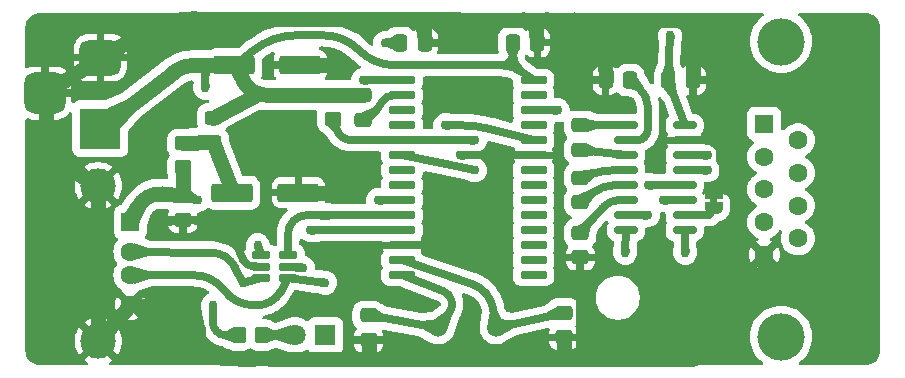
<source format=gtl>
G04 #@! TF.GenerationSoftware,KiCad,Pcbnew,8.0.3+1*
G04 #@! TF.CreationDate,2024-07-17T12:21:26-06:00*
G04 #@! TF.ProjectId,CH375_Serial,43483337-355f-4536-9572-69616c2e6b69,rev?*
G04 #@! TF.SameCoordinates,Original*
G04 #@! TF.FileFunction,Copper,L1,Top*
G04 #@! TF.FilePolarity,Positive*
%FSLAX46Y46*%
G04 Gerber Fmt 4.6, Leading zero omitted, Abs format (unit mm)*
G04 Created by KiCad (PCBNEW 8.0.3+1) date 2024-07-17 12:21:26*
%MOMM*%
%LPD*%
G01*
G04 APERTURE LIST*
G04 Aperture macros list*
%AMRoundRect*
0 Rectangle with rounded corners*
0 $1 Rounding radius*
0 $2 $3 $4 $5 $6 $7 $8 $9 X,Y pos of 4 corners*
0 Add a 4 corners polygon primitive as box body*
4,1,4,$2,$3,$4,$5,$6,$7,$8,$9,$2,$3,0*
0 Add four circle primitives for the rounded corners*
1,1,$1+$1,$2,$3*
1,1,$1+$1,$4,$5*
1,1,$1+$1,$6,$7*
1,1,$1+$1,$8,$9*
0 Add four rect primitives between the rounded corners*
20,1,$1+$1,$2,$3,$4,$5,0*
20,1,$1+$1,$4,$5,$6,$7,0*
20,1,$1+$1,$6,$7,$8,$9,0*
20,1,$1+$1,$8,$9,$2,$3,0*%
%AMFreePoly0*
4,1,19,0.500000,-0.750000,0.000000,-0.750000,0.000000,-0.744911,-0.071157,-0.744911,-0.207708,-0.704816,-0.327430,-0.627875,-0.420627,-0.520320,-0.479746,-0.390866,-0.500000,-0.250000,-0.500000,0.250000,-0.479746,0.390866,-0.420627,0.520320,-0.327430,0.627875,-0.207708,0.704816,-0.071157,0.744911,0.000000,0.744911,0.000000,0.750000,0.500000,0.750000,0.500000,-0.750000,0.500000,-0.750000,
$1*%
%AMFreePoly1*
4,1,19,0.000000,0.744911,0.071157,0.744911,0.207708,0.704816,0.327430,0.627875,0.420627,0.520320,0.479746,0.390866,0.500000,0.250000,0.500000,-0.250000,0.479746,-0.390866,0.420627,-0.520320,0.327430,-0.627875,0.207708,-0.704816,0.071157,-0.744911,0.000000,-0.744911,0.000000,-0.750000,-0.500000,-0.750000,-0.500000,0.750000,0.000000,0.750000,0.000000,0.744911,0.000000,0.744911,
$1*%
G04 Aperture macros list end*
G04 #@! TA.AperFunction,EtchedComponent*
%ADD10C,0.000000*%
G04 #@! TD*
G04 #@! TA.AperFunction,SMDPad,CuDef*
%ADD11RoundRect,0.250000X-1.500000X-0.550000X1.500000X-0.550000X1.500000X0.550000X-1.500000X0.550000X0*%
G04 #@! TD*
G04 #@! TA.AperFunction,SMDPad,CuDef*
%ADD12RoundRect,0.250000X-0.475000X0.337500X-0.475000X-0.337500X0.475000X-0.337500X0.475000X0.337500X0*%
G04 #@! TD*
G04 #@! TA.AperFunction,SMDPad,CuDef*
%ADD13RoundRect,0.250000X0.475000X-0.337500X0.475000X0.337500X-0.475000X0.337500X-0.475000X-0.337500X0*%
G04 #@! TD*
G04 #@! TA.AperFunction,SMDPad,CuDef*
%ADD14RoundRect,0.150000X-0.825000X-0.150000X0.825000X-0.150000X0.825000X0.150000X-0.825000X0.150000X0*%
G04 #@! TD*
G04 #@! TA.AperFunction,ComponentPad*
%ADD15R,3.500000X3.500000*%
G04 #@! TD*
G04 #@! TA.AperFunction,ComponentPad*
%ADD16RoundRect,0.750000X-1.000000X0.750000X-1.000000X-0.750000X1.000000X-0.750000X1.000000X0.750000X0*%
G04 #@! TD*
G04 #@! TA.AperFunction,ComponentPad*
%ADD17RoundRect,0.875000X-0.875000X0.875000X-0.875000X-0.875000X0.875000X-0.875000X0.875000X0.875000X0*%
G04 #@! TD*
G04 #@! TA.AperFunction,ComponentPad*
%ADD18C,4.000000*%
G04 #@! TD*
G04 #@! TA.AperFunction,ComponentPad*
%ADD19R,1.600000X1.600000*%
G04 #@! TD*
G04 #@! TA.AperFunction,ComponentPad*
%ADD20C,1.600000*%
G04 #@! TD*
G04 #@! TA.AperFunction,ComponentPad*
%ADD21C,1.500000*%
G04 #@! TD*
G04 #@! TA.AperFunction,SMDPad,CuDef*
%ADD22RoundRect,0.250000X-0.337500X-0.475000X0.337500X-0.475000X0.337500X0.475000X-0.337500X0.475000X0*%
G04 #@! TD*
G04 #@! TA.AperFunction,ComponentPad*
%ADD23R,1.800000X1.800000*%
G04 #@! TD*
G04 #@! TA.AperFunction,ComponentPad*
%ADD24C,1.800000*%
G04 #@! TD*
G04 #@! TA.AperFunction,SMDPad,CuDef*
%ADD25RoundRect,0.150000X-0.650000X-0.150000X0.650000X-0.150000X0.650000X0.150000X-0.650000X0.150000X0*%
G04 #@! TD*
G04 #@! TA.AperFunction,SMDPad,CuDef*
%ADD26FreePoly0,270.000000*%
G04 #@! TD*
G04 #@! TA.AperFunction,SMDPad,CuDef*
%ADD27FreePoly1,270.000000*%
G04 #@! TD*
G04 #@! TA.AperFunction,SMDPad,CuDef*
%ADD28RoundRect,0.250000X0.450000X-0.350000X0.450000X0.350000X-0.450000X0.350000X-0.450000X-0.350000X0*%
G04 #@! TD*
G04 #@! TA.AperFunction,SMDPad,CuDef*
%ADD29RoundRect,0.150000X-0.987500X-0.150000X0.987500X-0.150000X0.987500X0.150000X-0.987500X0.150000X0*%
G04 #@! TD*
G04 #@! TA.AperFunction,SMDPad,CuDef*
%ADD30RoundRect,0.250000X0.350000X0.450000X-0.350000X0.450000X-0.350000X-0.450000X0.350000X-0.450000X0*%
G04 #@! TD*
G04 #@! TA.AperFunction,SMDPad,CuDef*
%ADD31RoundRect,0.250000X-0.450000X0.325000X-0.450000X-0.325000X0.450000X-0.325000X0.450000X0.325000X0*%
G04 #@! TD*
G04 #@! TA.AperFunction,SMDPad,CuDef*
%ADD32RoundRect,0.250000X-0.450000X0.350000X-0.450000X-0.350000X0.450000X-0.350000X0.450000X0.350000X0*%
G04 #@! TD*
G04 #@! TA.AperFunction,ComponentPad*
%ADD33R,1.500000X1.600000*%
G04 #@! TD*
G04 #@! TA.AperFunction,ComponentPad*
%ADD34C,3.000000*%
G04 #@! TD*
G04 #@! TA.AperFunction,ViaPad*
%ADD35C,0.762000*%
G04 #@! TD*
G04 #@! TA.AperFunction,ViaPad*
%ADD36C,1.270000*%
G04 #@! TD*
G04 #@! TA.AperFunction,Conductor*
%ADD37C,0.635000*%
G04 #@! TD*
G04 #@! TA.AperFunction,Conductor*
%ADD38C,1.270000*%
G04 #@! TD*
G04 APERTURE END LIST*
D10*
G04 #@! TA.AperFunction,EtchedComponent*
G36*
X179878000Y-74545000D02*
G01*
X179278000Y-74545000D01*
X179278000Y-74045000D01*
X179878000Y-74045000D01*
X179878000Y-74545000D01*
G37*
G04 #@! TD.AperFunction*
D11*
X138805000Y-73660000D03*
X144405000Y-73660000D03*
X138965000Y-62865000D03*
X144565000Y-62865000D03*
D12*
X150342500Y-84052500D03*
X150342500Y-86127500D03*
D13*
X166852500Y-85895000D03*
X166852500Y-83820000D03*
D14*
X172150000Y-67945000D03*
X172150000Y-69215000D03*
X172150000Y-70485000D03*
X172150000Y-71755000D03*
X172150000Y-73025000D03*
X172150000Y-74295000D03*
X172150000Y-75565000D03*
X172150000Y-76835000D03*
X177100000Y-76835000D03*
X177100000Y-75565000D03*
X177100000Y-74295000D03*
X177100000Y-73025000D03*
X177100000Y-71755000D03*
X177100000Y-70485000D03*
X177100000Y-69215000D03*
X177100000Y-67945000D03*
D15*
X127635000Y-68230000D03*
D16*
X127635000Y-62230000D03*
D17*
X122935000Y-65230000D03*
D13*
X168275000Y-74465000D03*
X168275000Y-72390000D03*
D18*
X185270000Y-85870000D03*
X185270000Y-60870000D03*
D19*
X183850000Y-67830000D03*
D20*
X183850000Y-70600000D03*
X183850000Y-73370000D03*
X183850000Y-76140000D03*
X183850000Y-78910000D03*
X186690000Y-69215000D03*
X186690000Y-71985000D03*
X186690000Y-74755000D03*
X186690000Y-77525000D03*
D13*
X168275000Y-79142500D03*
X168275000Y-77067500D03*
D12*
X149860000Y-65405000D03*
X149860000Y-67480000D03*
D21*
X156257500Y-85090000D03*
X161137500Y-85090000D03*
D22*
X153035000Y-60960000D03*
X155110000Y-60960000D03*
D12*
X134620000Y-73892500D03*
X134620000Y-75967500D03*
D23*
X146685000Y-85725000D03*
D24*
X144145000Y-85725000D03*
D25*
X141250000Y-78965000D03*
X141250000Y-79915000D03*
X141250000Y-80865000D03*
X143550000Y-80865000D03*
X143550000Y-79915000D03*
X143550000Y-78965000D03*
D22*
X175725000Y-64135000D03*
X177800000Y-64135000D03*
D26*
X179578000Y-73645000D03*
D27*
X179578000Y-74945000D03*
D13*
X168275000Y-70020000D03*
X168275000Y-67945000D03*
D22*
X170412500Y-64135000D03*
X172487500Y-64135000D03*
D28*
X147320000Y-67405000D03*
X147320000Y-65405000D03*
D29*
X153187500Y-64135000D03*
X153187500Y-65405000D03*
X153187500Y-66675000D03*
X153187500Y-67945000D03*
X153187500Y-69215000D03*
X153187500Y-70485000D03*
X153187500Y-71755000D03*
X153187500Y-73025000D03*
X153187500Y-74295000D03*
X153187500Y-75565000D03*
X153187500Y-76835000D03*
X153187500Y-78105000D03*
X153187500Y-79375000D03*
X153187500Y-80645000D03*
X164312500Y-80645000D03*
X164312500Y-79375000D03*
X164312500Y-78105000D03*
X164312500Y-76835000D03*
X164312500Y-75565000D03*
X164312500Y-74295000D03*
X164312500Y-73025000D03*
X164312500Y-71755000D03*
X164312500Y-70485000D03*
X164312500Y-69215000D03*
X164312500Y-67945000D03*
X164312500Y-66675000D03*
X164312500Y-65405000D03*
X164312500Y-64135000D03*
D30*
X141335000Y-85725000D03*
X139335000Y-85725000D03*
D31*
X137160000Y-67301000D03*
X137160000Y-69351000D03*
D32*
X134620000Y-69485000D03*
X134620000Y-71485000D03*
D33*
X130175000Y-76145000D03*
D20*
X130175000Y-78645000D03*
X130175000Y-80645000D03*
X130175000Y-83145000D03*
D34*
X127465000Y-73075000D03*
X127465000Y-86215000D03*
D22*
X162560000Y-60960000D03*
X164635000Y-60960000D03*
D35*
X137160000Y-83185000D03*
X136525000Y-64770000D03*
X170307000Y-60706000D03*
X144272000Y-69215000D03*
X139700000Y-68580000D03*
X158115000Y-78105000D03*
X164465000Y-86487000D03*
D36*
X147955000Y-73660000D03*
D35*
X155575000Y-65532000D03*
X179959000Y-78232000D03*
X184023000Y-82423000D03*
X122936000Y-76073000D03*
X162941000Y-82550000D03*
X174244000Y-79883000D03*
X122936000Y-85090000D03*
X147955000Y-71247000D03*
X158115000Y-60960000D03*
X133604000Y-83312000D03*
X161163000Y-65532000D03*
X187960000Y-64135000D03*
D36*
X147955000Y-62865000D03*
D35*
X155321000Y-74549000D03*
X188087000Y-82550000D03*
D36*
X147955000Y-58964357D03*
D35*
X138049000Y-58928000D03*
X153289000Y-86360000D03*
X122809000Y-59817000D03*
X129667000Y-59182000D03*
X149860000Y-78867000D03*
X158750000Y-86360000D03*
X122936000Y-80391000D03*
X158115000Y-65532000D03*
X122936000Y-71501000D03*
X182626000Y-64135000D03*
X158115000Y-70485000D03*
X132715000Y-76200000D03*
X151765000Y-60960000D03*
X151130000Y-74295000D03*
X175895000Y-60325000D03*
X156845000Y-67945000D03*
X135890000Y-74295000D03*
X144780000Y-80010000D03*
X146685000Y-81280000D03*
X139700000Y-81280000D03*
X179070000Y-71755000D03*
X179070000Y-70485000D03*
X175260000Y-74295000D03*
X159385000Y-69215000D03*
X146685000Y-75565000D03*
X140970000Y-78105000D03*
X145415000Y-76835000D03*
X149860000Y-64135000D03*
X166370000Y-66675000D03*
X172085000Y-78740000D03*
X177165000Y-78740000D03*
X173990000Y-73025000D03*
X159385000Y-71755000D03*
X173990000Y-75565000D03*
D37*
X163331271Y-63423924D02*
X164312500Y-64135000D01*
X140652500Y-61595000D02*
X139065000Y-62865000D01*
X138247500Y-85725000D02*
X139335000Y-85725000D01*
X136525000Y-64770000D02*
X136525000Y-63817500D01*
X137160000Y-83185000D02*
X137160000Y-84637500D01*
D38*
X135572500Y-62865000D02*
X137477500Y-62865000D01*
X140978274Y-65269726D02*
X137160000Y-67301000D01*
D37*
X161607500Y-62865000D02*
X152608551Y-62865000D01*
X162560000Y-61912500D02*
X162560000Y-60960000D01*
X144272991Y-60325000D02*
X146476448Y-60325000D01*
D38*
X147320000Y-65405000D02*
X141754903Y-65405000D01*
X137477500Y-62865000D02*
X139065000Y-62865000D01*
X139065000Y-62865000D02*
X139700000Y-64135000D01*
X147320000Y-65405000D02*
X149860000Y-65405000D01*
X133864603Y-63445200D02*
X127635000Y-68230000D01*
D37*
X149542500Y-61595000D02*
G75*
G03*
X152608551Y-62865020I3066100J3066100D01*
G01*
X149542500Y-61595000D02*
G75*
G03*
X146476448Y-60324980I-3066100J-3066100D01*
G01*
X136525000Y-63817500D02*
G75*
G03*
X135572500Y-62865000I-952500J0D01*
G01*
X137160000Y-84637500D02*
G75*
G03*
X138247500Y-85725000I1087500J0D01*
G01*
X163331271Y-63423924D02*
G75*
G03*
X161607500Y-62865001I-1723771J-2378676D01*
G01*
X162560000Y-61912500D02*
G75*
G03*
X163331264Y-63423934I1866600J0D01*
G01*
X161607500Y-62865000D02*
G75*
G03*
X162560000Y-61912500I0J952500D01*
G01*
X144272991Y-60325000D02*
G75*
G03*
X140652505Y-61595006I9J-5795600D01*
G01*
X137477500Y-62865000D02*
G75*
G03*
X136525000Y-63817500I0J-952500D01*
G01*
D38*
X135572500Y-62865000D02*
G75*
G03*
X133864605Y-63445202I0J-2803800D01*
G01*
X139700000Y-64135000D02*
G75*
G03*
X141754903Y-65404970I2054900J1027500D01*
G01*
X147955000Y-73660000D02*
X144305000Y-73660000D01*
X147955000Y-62865000D02*
X144465000Y-62865000D01*
X145169000Y-87765000D02*
X145161000Y-87757000D01*
X179705000Y-85765001D02*
X179705000Y-84549998D01*
D37*
X180340000Y-72390000D02*
X179578000Y-73645000D01*
X158115000Y-70485000D02*
X164312500Y-70485000D01*
X158115000Y-60960000D02*
X155110000Y-60960000D01*
D38*
X182323829Y-82550000D02*
X181704998Y-82550000D01*
X127465000Y-86215000D02*
X127465000Y-73075000D01*
X140532348Y-87719722D02*
X137897589Y-87668800D01*
X188638043Y-64135000D02*
X187960000Y-64135000D01*
X127465000Y-86215000D02*
X130175000Y-83145000D01*
X180340000Y-66114951D02*
X180340000Y-67595000D01*
X183896000Y-82550000D02*
X182323829Y-82550000D01*
D37*
X139152253Y-77966603D02*
X139690712Y-79283651D01*
D38*
X163488547Y-59011534D02*
X165441452Y-59017465D01*
X123783144Y-70844355D02*
X124969433Y-71563066D01*
X177705001Y-87765000D02*
X168592500Y-87765000D01*
X131357509Y-60074006D02*
X127635000Y-62230000D01*
D37*
X140594423Y-79902788D02*
X141250000Y-79915000D01*
D38*
X176212507Y-59050178D02*
X172159630Y-59037869D01*
X166852500Y-85895000D02*
X166878000Y-87765000D01*
X170271930Y-61049632D02*
X170412500Y-64135000D01*
X147955000Y-58964357D02*
X138049000Y-58928000D01*
X133887156Y-83170981D02*
X133604000Y-83312000D01*
X185976170Y-82550000D02*
X184150000Y-82550000D01*
X153949137Y-58982561D02*
X155930862Y-58988580D01*
X150368000Y-87765000D02*
X145169000Y-87765000D01*
X184000000Y-80730000D02*
X183850000Y-78910000D01*
X187960000Y-64135000D02*
X182626000Y-64135000D01*
D37*
X178720000Y-69215000D02*
X177100000Y-69215000D01*
D38*
X164550000Y-59987250D02*
X164635000Y-60960000D01*
D37*
X136525000Y-76083750D02*
X134620000Y-75967500D01*
D38*
X145154414Y-87763586D02*
X144046579Y-87763586D01*
X156527500Y-58990392D02*
X159702500Y-59000035D01*
X122935000Y-65230000D02*
X127635000Y-62230000D01*
X168592500Y-87765000D02*
X167957500Y-87765000D01*
X167836866Y-59024740D02*
X172159630Y-59037869D01*
X167322500Y-87765000D02*
X166878000Y-87765000D01*
D37*
X180340000Y-70835000D02*
X180340000Y-72390000D01*
D38*
X133604000Y-83312000D02*
X130175000Y-83145000D01*
X190620360Y-66131902D02*
X190514683Y-80547024D01*
D37*
X158115000Y-78105000D02*
X153187500Y-78105000D01*
X167957500Y-87765000D02*
X168275000Y-87447500D01*
D38*
X155025000Y-59972785D02*
X155110000Y-60960000D01*
X180975000Y-63425048D02*
X180975000Y-60642500D01*
X184023000Y-82423000D02*
X183896000Y-82550000D01*
X145161000Y-87757000D02*
X145154414Y-87763586D01*
X155930862Y-58988580D02*
X156527500Y-58990392D01*
D37*
X168275000Y-87447500D02*
X168275000Y-79142500D01*
D38*
X135890000Y-85622035D02*
X135890000Y-85187892D01*
X150342500Y-86127500D02*
X150368000Y-87765000D01*
X167957500Y-87765000D02*
X167322500Y-87765000D01*
D37*
X132715000Y-76200000D02*
X134620000Y-75967500D01*
D38*
X166878000Y-87765000D02*
X150368000Y-87765000D01*
X147955000Y-58964357D02*
X153949137Y-58982561D01*
X184150000Y-82550000D02*
X184023000Y-82423000D01*
X163488547Y-59011534D02*
X159702500Y-59000035D01*
X127465000Y-73075000D02*
X124969433Y-71563066D01*
X122935000Y-65230000D02*
X123156386Y-69792304D01*
X188087000Y-82550000D02*
X185976170Y-82550000D01*
X138049000Y-58928000D02*
X135652542Y-58926993D01*
X177800000Y-60642500D02*
X177800000Y-64135000D01*
X180340000Y-67595000D02*
X180340000Y-70835000D01*
X188496970Y-82550000D02*
X188087000Y-82550000D01*
X182626000Y-64135000D02*
X181684951Y-64135000D01*
X165441452Y-59017465D02*
X167836866Y-59024740D01*
X176212507Y-59050178D02*
G75*
G03*
X179387500Y-59055000I3175693J1045699478D01*
G01*
D37*
X136525000Y-76083750D02*
G75*
G02*
X139152233Y-77966611I-185100J-3032650D01*
G01*
D38*
X144046579Y-87763586D02*
G75*
G02*
X140532348Y-87719723I1648321J272857186D01*
G01*
X180657500Y-64770000D02*
G75*
G03*
X180975022Y-63425048I-2689900J1345000D01*
G01*
X180975000Y-60642500D02*
G75*
G03*
X179387500Y-59055000I-1587500J0D01*
G01*
X164550000Y-59987250D02*
G75*
G03*
X163488547Y-59011547I-1064700J-93050D01*
G01*
X179705000Y-85765001D02*
G75*
G02*
X177705001Y-87765000I-2000000J1D01*
G01*
X180657500Y-64770000D02*
G75*
G03*
X180340023Y-66114951I2689900J-1344900D01*
G01*
X135890000Y-85187892D02*
G75*
G03*
X133887156Y-83170950I-2017000J-8D01*
G01*
X123156386Y-69792304D02*
G75*
G03*
X123783150Y-70844346I1302414J63204D01*
G01*
X190620360Y-66131902D02*
G75*
G03*
X188638043Y-64134987I-1982360J14502D01*
G01*
D37*
X180340000Y-70835000D02*
G75*
G03*
X178720000Y-69215000I-1620000J0D01*
G01*
D38*
X170271930Y-61049632D02*
G75*
G03*
X167836866Y-59024742I-2291330J-278868D01*
G01*
X155930862Y-58988580D02*
G75*
G03*
X155025019Y-59972783I-2762J-906420D01*
G01*
X179387500Y-59055000D02*
G75*
G03*
X177800000Y-60642500I0J-1587500D01*
G01*
X180975000Y-63425048D02*
G75*
G03*
X181684951Y-64135000I710000J48D01*
G01*
X190514683Y-80547024D02*
G75*
G02*
X188496970Y-82549937I-2017683J14824D01*
G01*
X135652542Y-58926993D02*
G75*
G03*
X131357515Y-60074016I-25842J-8518107D01*
G01*
X177800000Y-60642500D02*
G75*
G03*
X176212507Y-59050207I-1592300J0D01*
G01*
X137897589Y-87668800D02*
G75*
G02*
X135889919Y-85622035I39511J2046800D01*
G01*
X170307000Y-60706000D02*
G75*
G03*
X170271929Y-61049632I2346600J-413100D01*
G01*
D37*
X178720000Y-69215000D02*
G75*
G03*
X180340000Y-67595000I0J1620000D01*
G01*
D38*
X181684951Y-64135000D02*
G75*
G03*
X180657471Y-64769986I-51J-1148700D01*
G01*
X182323829Y-82550000D02*
G75*
G03*
X184000021Y-80729998I-29J1681900D01*
G01*
X184000000Y-80730000D02*
G75*
G03*
X185976170Y-82550003I1976200J162900D01*
G01*
X165441452Y-59017465D02*
G75*
G03*
X164549947Y-59987255I-2752J-892135D01*
G01*
D37*
X139690712Y-79283651D02*
G75*
G03*
X140594423Y-79902812I922288J377051D01*
G01*
D38*
X172159630Y-59037869D02*
G75*
G03*
X170306955Y-60705995I-7430J-1854631D01*
G01*
X181704998Y-82550000D02*
G75*
G03*
X179705000Y-84549998I2J-2000000D01*
G01*
X155025000Y-59972785D02*
G75*
G03*
X153949137Y-58982513I-1079200J-92915D01*
G01*
D37*
X151765000Y-60960000D02*
X153035000Y-60960000D01*
X151130000Y-74295000D02*
X153187500Y-74295000D01*
X175725000Y-64135000D02*
X175895000Y-60325000D01*
X175725000Y-64135000D02*
X177100000Y-67945000D01*
X168275000Y-67945000D02*
X172150000Y-67945000D01*
X168275000Y-70020000D02*
X172150000Y-70485000D01*
X171165000Y-73025000D02*
X172150000Y-73025000D01*
X169394232Y-73618965D02*
X168275000Y-74465000D01*
X171165000Y-73025000D02*
G75*
G03*
X169394238Y-73618973I0J-2936500D01*
G01*
X171165000Y-71755000D02*
X172150000Y-71755000D01*
X169245546Y-72066484D02*
X168275000Y-72390000D01*
X171165000Y-71755000D02*
G75*
G03*
X169245547Y-72066487I0J-6069800D01*
G01*
X173238750Y-64770000D02*
X172487500Y-64135000D01*
X173070000Y-69215000D02*
X172150000Y-69215000D01*
X173990000Y-66388667D02*
X173990000Y-68295000D01*
X173990000Y-68295000D02*
G75*
G02*
X173070000Y-69215000I-920000J0D01*
G01*
X173238750Y-64770000D02*
G75*
G02*
X173990040Y-66388667I-1368150J-1618700D01*
G01*
X171482500Y-74295000D02*
X172150000Y-74295000D01*
X170343006Y-74766993D02*
X170180000Y-74930000D01*
X168965285Y-76250843D02*
X168275000Y-77067500D01*
X170180000Y-74930000D02*
G75*
G03*
X168965282Y-76250840I15170700J-15170800D01*
G01*
X171482500Y-74295000D02*
G75*
G03*
X170343004Y-74766991I0J-1611500D01*
G01*
X159134807Y-81397920D02*
X153187500Y-79375000D01*
X161137500Y-85090000D02*
X160896250Y-83502500D01*
X161137500Y-85090000D02*
X166852500Y-83820000D01*
X159134807Y-81397920D02*
G75*
G02*
X160896243Y-83502501I-850907J-2501580D01*
G01*
X156647487Y-81982651D02*
X153187500Y-80645000D01*
X157186250Y-83820000D02*
X156257500Y-85090000D01*
X156257500Y-85090000D02*
X150342500Y-84052500D01*
X156647487Y-81982651D02*
G75*
G02*
X157186291Y-83820030I-434987J-1125249D01*
G01*
X150530361Y-67055085D02*
X149860000Y-67480000D01*
X152474951Y-65405000D02*
X153187500Y-65405000D01*
X151447500Y-66040000D02*
G75*
G02*
X150530360Y-67055083I-2284600J1142300D01*
G01*
X152474951Y-65405000D02*
G75*
G03*
X151447471Y-66039986I-51J-1148700D01*
G01*
D38*
X137160000Y-69351000D02*
X134620000Y-69485000D01*
X137160000Y-69351000D02*
X138905000Y-73660000D01*
D37*
X144145000Y-85725000D02*
X141335000Y-85725000D01*
X156845000Y-67945000D02*
X158115000Y-67945000D01*
X160614809Y-68261967D02*
X164312500Y-69215000D01*
X160614809Y-68261967D02*
G75*
G03*
X158115000Y-67944998I-2499809J-9699033D01*
G01*
X135890000Y-74295000D02*
X134620000Y-73892500D01*
X144780000Y-80010000D02*
X143550000Y-79915000D01*
D38*
X134620000Y-73892500D02*
X132836634Y-73761907D01*
X130810000Y-74902500D02*
X130175000Y-76145000D01*
X134620000Y-73892500D02*
X134620000Y-71485000D01*
X132836634Y-73761907D02*
G75*
G03*
X130810005Y-74902502I-153634J-2097793D01*
G01*
D37*
X143550000Y-80865000D02*
X142895000Y-82025000D01*
X135572500Y-80645000D02*
X130175000Y-80645000D01*
X143550000Y-80865000D02*
X146685000Y-81280000D01*
X140907849Y-83185000D02*
X140652500Y-83185000D01*
X142895000Y-82025000D02*
G75*
G02*
X140907849Y-83185020I-1987200J1122100D01*
G01*
X138112500Y-81915000D02*
G75*
G03*
X135572500Y-80645000I-2540000J-1905000D01*
G01*
X138112500Y-81915000D02*
G75*
G03*
X140652500Y-83185000I2540000J1905000D01*
G01*
X137010190Y-78723660D02*
X130175000Y-78645000D01*
X139700000Y-81280000D02*
X141250000Y-80865000D01*
X139700000Y-81280000D02*
X139065000Y-80010000D01*
X137010190Y-78723660D02*
G75*
G02*
X139064995Y-80010002I-26790J-2327140D01*
G01*
X179070000Y-71755000D02*
X177100000Y-71755000D01*
X179070000Y-70485000D02*
X177100000Y-70485000D01*
X147637500Y-68310000D02*
X147320000Y-67405000D01*
X153187500Y-69215000D02*
X159385000Y-69215000D01*
X148914078Y-69215000D02*
X153187500Y-69215000D01*
X175260000Y-74295000D02*
X177100000Y-74295000D01*
X147637500Y-68310000D02*
G75*
G03*
X148914078Y-69214994I1276600J447900D01*
G01*
X146685000Y-75565000D02*
X153187500Y-75565000D01*
X146685000Y-75565000D02*
X145097500Y-75565000D01*
X143528675Y-77152390D02*
X143550000Y-78965000D01*
X145097500Y-75565000D02*
G75*
G03*
X143528709Y-77152390I0J-1568900D01*
G01*
X145415000Y-76835000D02*
X153187500Y-76835000D01*
X140970000Y-78105000D02*
X141250000Y-78965000D01*
X149860000Y-64135000D02*
X153187500Y-64135000D01*
X166370000Y-66675000D02*
X164312500Y-66675000D01*
X172085000Y-78740000D02*
X172150000Y-76835000D01*
X177165000Y-78740000D02*
X177100000Y-76835000D01*
X159385000Y-71755000D02*
X153187500Y-70485000D01*
X173990000Y-73025000D02*
X177100000Y-73025000D01*
X173990000Y-75565000D02*
X172150000Y-75565000D01*
X179578000Y-74945000D02*
X179162186Y-75565000D01*
X179162186Y-75565000D02*
X177100000Y-75565000D01*
G04 #@! TA.AperFunction,Conductor*
G36*
X183761362Y-58440284D02*
G01*
X183816778Y-58495700D01*
X183837062Y-58571400D01*
X183816778Y-58647100D01*
X183773529Y-58693984D01*
X183773730Y-58694241D01*
X183772154Y-58695475D01*
X183771677Y-58695993D01*
X183770134Y-58697057D01*
X183519142Y-58893697D01*
X183293697Y-59119142D01*
X183097064Y-59370126D01*
X183097053Y-59370142D01*
X182932120Y-59642974D01*
X182932114Y-59642985D01*
X182801262Y-59933729D01*
X182801258Y-59933737D01*
X182706406Y-60238129D01*
X182648933Y-60551744D01*
X182629683Y-60870000D01*
X182648933Y-61188255D01*
X182706406Y-61501870D01*
X182801258Y-61806262D01*
X182801260Y-61806266D01*
X182801261Y-61806269D01*
X182853794Y-61922993D01*
X182932114Y-62097014D01*
X182932120Y-62097025D01*
X183097053Y-62369857D01*
X183097057Y-62369863D01*
X183097062Y-62369871D01*
X183293694Y-62620854D01*
X183519146Y-62846306D01*
X183770129Y-63042938D01*
X183770140Y-63042944D01*
X183770142Y-63042946D01*
X184042974Y-63207879D01*
X184042984Y-63207885D01*
X184333731Y-63338739D01*
X184333736Y-63338740D01*
X184333737Y-63338741D01*
X184411964Y-63363117D01*
X184638131Y-63433594D01*
X184881376Y-63478170D01*
X184951744Y-63491066D01*
X184951743Y-63491066D01*
X184986089Y-63493143D01*
X185270000Y-63510317D01*
X185588255Y-63491066D01*
X185901869Y-63433594D01*
X186206269Y-63338739D01*
X186497016Y-63207885D01*
X186769871Y-63042938D01*
X187020854Y-62846306D01*
X187246306Y-62620854D01*
X187442938Y-62369871D01*
X187607885Y-62097016D01*
X187738739Y-61806269D01*
X187833594Y-61501869D01*
X187891066Y-61188255D01*
X187910317Y-60870000D01*
X187891066Y-60551745D01*
X187886431Y-60526455D01*
X187861889Y-60392531D01*
X187833594Y-60238131D01*
X187742697Y-59946432D01*
X187738741Y-59933737D01*
X187738740Y-59933736D01*
X187738739Y-59933731D01*
X187607885Y-59642984D01*
X187503092Y-59469635D01*
X187442946Y-59370142D01*
X187442944Y-59370140D01*
X187442938Y-59370129D01*
X187246306Y-59119146D01*
X187020854Y-58893694D01*
X186769871Y-58697062D01*
X186769865Y-58697057D01*
X186768323Y-58695993D01*
X186767957Y-58695562D01*
X186766270Y-58694241D01*
X186766539Y-58693896D01*
X186717551Y-58636294D01*
X186703430Y-58559206D01*
X186729745Y-58485385D01*
X186789444Y-58434613D01*
X186854338Y-58420000D01*
X192398389Y-58420000D01*
X192411583Y-58420575D01*
X192612346Y-58438140D01*
X192638321Y-58442720D01*
X192826576Y-58493163D01*
X192851361Y-58502183D01*
X192999795Y-58571400D01*
X193027993Y-58584549D01*
X193050849Y-58597744D01*
X193192681Y-58697057D01*
X193210492Y-58709528D01*
X193230708Y-58726492D01*
X193368507Y-58864291D01*
X193385471Y-58884507D01*
X193497255Y-59044151D01*
X193510450Y-59067006D01*
X193592813Y-59243631D01*
X193601839Y-59268431D01*
X193652277Y-59456670D01*
X193656860Y-59482660D01*
X193674424Y-59683416D01*
X193675000Y-59696611D01*
X193675000Y-86988388D01*
X193674424Y-87001583D01*
X193656860Y-87202339D01*
X193652277Y-87228329D01*
X193601839Y-87416568D01*
X193592813Y-87441368D01*
X193510450Y-87617993D01*
X193497255Y-87640848D01*
X193385471Y-87800492D01*
X193368507Y-87820708D01*
X193230708Y-87958507D01*
X193210492Y-87975471D01*
X193050848Y-88087255D01*
X193027993Y-88100450D01*
X192851368Y-88182813D01*
X192826568Y-88191839D01*
X192638329Y-88242277D01*
X192612340Y-88246860D01*
X192476086Y-88258780D01*
X192411582Y-88264424D01*
X192398389Y-88265000D01*
X186925170Y-88265000D01*
X186849470Y-88244716D01*
X186794054Y-88189300D01*
X186773770Y-88113600D01*
X186794054Y-88037900D01*
X186831797Y-87994422D01*
X187020854Y-87846306D01*
X187246306Y-87620854D01*
X187442938Y-87369871D01*
X187607885Y-87097016D01*
X187738739Y-86806269D01*
X187833594Y-86501869D01*
X187891066Y-86188255D01*
X187910317Y-85870000D01*
X187891066Y-85551745D01*
X187889266Y-85541925D01*
X187863840Y-85403178D01*
X187833594Y-85238131D01*
X187752857Y-84979037D01*
X187738741Y-84933737D01*
X187738740Y-84933736D01*
X187738739Y-84933731D01*
X187607885Y-84642984D01*
X187604570Y-84637500D01*
X187442946Y-84370142D01*
X187442944Y-84370140D01*
X187442938Y-84370129D01*
X187246306Y-84119146D01*
X187020854Y-83893694D01*
X186769871Y-83697062D01*
X186769863Y-83697057D01*
X186769857Y-83697053D01*
X186497025Y-83532120D01*
X186497014Y-83532114D01*
X186452326Y-83512001D01*
X186206269Y-83401261D01*
X186206266Y-83401260D01*
X186206262Y-83401258D01*
X185901870Y-83306406D01*
X185588255Y-83248933D01*
X185588256Y-83248933D01*
X185270000Y-83229683D01*
X184951744Y-83248933D01*
X184638129Y-83306406D01*
X184333737Y-83401258D01*
X184333731Y-83401261D01*
X184297998Y-83417343D01*
X184042985Y-83532114D01*
X184042974Y-83532120D01*
X183770142Y-83697053D01*
X183770126Y-83697064D01*
X183519142Y-83893697D01*
X183293697Y-84119142D01*
X183097064Y-84370126D01*
X183097053Y-84370142D01*
X182932120Y-84642974D01*
X182932114Y-84642985D01*
X182801262Y-84933729D01*
X182801258Y-84933737D01*
X182706406Y-85238129D01*
X182648933Y-85551744D01*
X182629683Y-85870000D01*
X182648933Y-86188255D01*
X182706406Y-86501870D01*
X182801258Y-86806262D01*
X182801260Y-86806266D01*
X182801261Y-86806269D01*
X182879403Y-86979894D01*
X182932114Y-87097014D01*
X182932120Y-87097025D01*
X183097053Y-87369857D01*
X183097057Y-87369863D01*
X183097062Y-87369871D01*
X183293694Y-87620854D01*
X183519146Y-87846306D01*
X183708202Y-87994421D01*
X183755282Y-88057073D01*
X183764728Y-88134872D01*
X183734010Y-88206971D01*
X183671357Y-88254052D01*
X183614830Y-88265000D01*
X128498901Y-88265000D01*
X128423201Y-88244716D01*
X128367785Y-88189300D01*
X128347501Y-88113600D01*
X128367785Y-88037900D01*
X128420236Y-87984241D01*
X128625677Y-87859310D01*
X128625682Y-87859306D01*
X128644766Y-87843779D01*
X128644766Y-87843778D01*
X128022567Y-87221579D01*
X128067731Y-87198568D01*
X128214175Y-87092171D01*
X128342171Y-86964175D01*
X128448568Y-86817731D01*
X128471579Y-86772567D01*
X129091616Y-87392604D01*
X129184681Y-87260764D01*
X129184682Y-87260762D01*
X129311064Y-87016857D01*
X129403056Y-86758015D01*
X129458944Y-86489070D01*
X129458945Y-86489064D01*
X129477692Y-86215000D01*
X129477692Y-86214999D01*
X129458945Y-85940935D01*
X129458944Y-85940929D01*
X129403056Y-85671984D01*
X129311064Y-85413142D01*
X129184680Y-85169235D01*
X129091617Y-85037394D01*
X129091616Y-85037394D01*
X128471579Y-85657431D01*
X128448568Y-85612269D01*
X128342171Y-85465825D01*
X128214175Y-85337829D01*
X128067731Y-85231432D01*
X128022566Y-85208419D01*
X128644767Y-84586219D01*
X128625683Y-84570693D01*
X128625668Y-84570683D01*
X128390973Y-84427963D01*
X128139008Y-84318518D01*
X127874489Y-84244404D01*
X127602350Y-84207000D01*
X127327650Y-84207000D01*
X127055510Y-84244404D01*
X126790991Y-84318518D01*
X126539027Y-84427963D01*
X126539026Y-84427963D01*
X126304331Y-84570682D01*
X126304318Y-84570692D01*
X126285232Y-84586219D01*
X126907432Y-85208419D01*
X126862269Y-85231432D01*
X126715825Y-85337829D01*
X126587829Y-85465825D01*
X126481432Y-85612269D01*
X126458420Y-85657432D01*
X125838382Y-85037394D01*
X125838381Y-85037394D01*
X125745321Y-85169231D01*
X125618935Y-85413142D01*
X125526943Y-85671984D01*
X125471055Y-85940929D01*
X125471054Y-85940935D01*
X125452308Y-86214999D01*
X125452308Y-86215000D01*
X125471054Y-86489064D01*
X125471055Y-86489070D01*
X125526943Y-86758015D01*
X125618935Y-87016857D01*
X125745321Y-87260768D01*
X125838380Y-87392604D01*
X125838382Y-87392604D01*
X126458419Y-86772566D01*
X126481432Y-86817731D01*
X126587829Y-86964175D01*
X126715825Y-87092171D01*
X126862269Y-87198568D01*
X126907431Y-87221579D01*
X126285232Y-87843778D01*
X126304322Y-87859310D01*
X126509762Y-87984240D01*
X126563903Y-88040904D01*
X126582459Y-88117046D01*
X126560458Y-88192264D01*
X126503794Y-88246405D01*
X126431098Y-88265000D01*
X122561611Y-88265000D01*
X122548416Y-88264424D01*
X122347660Y-88246860D01*
X122321670Y-88242277D01*
X122133431Y-88191839D01*
X122108631Y-88182813D01*
X121932006Y-88100450D01*
X121909151Y-88087255D01*
X121749507Y-87975471D01*
X121729291Y-87958507D01*
X121591492Y-87820708D01*
X121574528Y-87800492D01*
X121462744Y-87640848D01*
X121449549Y-87617993D01*
X121448860Y-87616516D01*
X121367183Y-87441361D01*
X121358163Y-87416576D01*
X121307720Y-87228321D01*
X121303140Y-87202346D01*
X121285576Y-87001583D01*
X121285000Y-86988388D01*
X121285000Y-73074999D01*
X125452308Y-73074999D01*
X125452308Y-73075000D01*
X125471054Y-73349064D01*
X125471055Y-73349070D01*
X125526943Y-73618015D01*
X125618935Y-73876857D01*
X125745321Y-74120768D01*
X125838380Y-74252604D01*
X125838382Y-74252604D01*
X126458419Y-73632566D01*
X126481432Y-73677731D01*
X126587829Y-73824175D01*
X126715825Y-73952171D01*
X126862269Y-74058568D01*
X126907431Y-74081579D01*
X126285232Y-74703778D01*
X126304322Y-74719310D01*
X126539032Y-74862039D01*
X126790991Y-74971481D01*
X127055510Y-75045595D01*
X127327649Y-75082999D01*
X127327650Y-75083000D01*
X127602350Y-75083000D01*
X127602350Y-75082999D01*
X127874489Y-75045595D01*
X128139008Y-74971481D01*
X128390969Y-74862038D01*
X128625677Y-74719310D01*
X128625682Y-74719306D01*
X128644766Y-74703779D01*
X128644766Y-74703778D01*
X128022567Y-74081579D01*
X128067731Y-74058568D01*
X128214175Y-73952171D01*
X128342171Y-73824175D01*
X128448568Y-73677731D01*
X128471579Y-73632567D01*
X129091616Y-74252604D01*
X129184681Y-74120764D01*
X129184682Y-74120762D01*
X129311064Y-73876857D01*
X129403056Y-73618015D01*
X129458944Y-73349070D01*
X129458945Y-73349064D01*
X129477692Y-73075000D01*
X129477692Y-73074999D01*
X129458945Y-72800935D01*
X129458944Y-72800929D01*
X129403056Y-72531984D01*
X129311064Y-72273142D01*
X129184680Y-72029235D01*
X129091617Y-71897394D01*
X129091616Y-71897394D01*
X128471579Y-72517431D01*
X128448568Y-72472269D01*
X128342171Y-72325825D01*
X128214175Y-72197829D01*
X128067731Y-72091432D01*
X128022566Y-72068419D01*
X128644767Y-71446219D01*
X128625683Y-71430693D01*
X128625668Y-71430683D01*
X128390973Y-71287963D01*
X128139008Y-71178518D01*
X127874489Y-71104404D01*
X127602350Y-71067000D01*
X127327650Y-71067000D01*
X127055510Y-71104404D01*
X126790991Y-71178518D01*
X126539027Y-71287963D01*
X126539026Y-71287963D01*
X126304331Y-71430682D01*
X126304318Y-71430692D01*
X126285232Y-71446219D01*
X126907432Y-72068419D01*
X126862269Y-72091432D01*
X126715825Y-72197829D01*
X126587829Y-72325825D01*
X126481432Y-72472269D01*
X126458420Y-72517432D01*
X125838382Y-71897394D01*
X125838381Y-71897394D01*
X125745321Y-72029231D01*
X125618935Y-72273142D01*
X125526943Y-72531984D01*
X125471055Y-72800929D01*
X125471054Y-72800935D01*
X125452308Y-73074999D01*
X121285000Y-73074999D01*
X121285000Y-67509690D01*
X121305284Y-67433990D01*
X121360700Y-67378574D01*
X121436400Y-67358290D01*
X121489857Y-67368041D01*
X121681824Y-67440487D01*
X121912953Y-67485189D01*
X121912958Y-67485190D01*
X121965873Y-67487999D01*
X122617500Y-67487999D01*
X122617500Y-66619606D01*
X122627993Y-66630099D01*
X122742007Y-66695925D01*
X122869174Y-66730000D01*
X123000826Y-66730000D01*
X123127993Y-66695925D01*
X123242007Y-66630099D01*
X123252500Y-66619606D01*
X123252500Y-67487999D01*
X123904142Y-67487999D01*
X123957043Y-67485189D01*
X124188174Y-67440487D01*
X124188180Y-67440486D01*
X124408433Y-67357365D01*
X124408439Y-67357362D01*
X124611478Y-67238214D01*
X124611479Y-67238214D01*
X124791459Y-67086468D01*
X124791468Y-67086459D01*
X124943214Y-66906479D01*
X124943215Y-66906477D01*
X124967522Y-66865056D01*
X125023328Y-66810032D01*
X125099170Y-66790284D01*
X125174724Y-66811102D01*
X125229748Y-66866908D01*
X125249500Y-66941680D01*
X125249500Y-70044173D01*
X125249501Y-70044183D01*
X125252335Y-70080202D01*
X125252336Y-70080211D01*
X125297129Y-70234389D01*
X125297130Y-70234391D01*
X125378862Y-70372594D01*
X125378865Y-70372598D01*
X125492402Y-70486135D01*
X125630607Y-70567869D01*
X125630609Y-70567869D01*
X125630610Y-70567870D01*
X125719334Y-70593646D01*
X125784796Y-70612665D01*
X125820819Y-70615500D01*
X129449180Y-70615499D01*
X129485204Y-70612665D01*
X129639393Y-70567869D01*
X129777598Y-70486135D01*
X129891135Y-70372598D01*
X129972869Y-70234393D01*
X130017665Y-70080204D01*
X130020500Y-70044181D01*
X130020499Y-68447160D01*
X130040783Y-68371461D01*
X130057305Y-68348216D01*
X131012955Y-67241428D01*
X131035321Y-67220307D01*
X134555015Y-64516920D01*
X134555019Y-64516918D01*
X134634586Y-64455803D01*
X134642595Y-64450059D01*
X134797108Y-64346720D01*
X134814241Y-64336821D01*
X134976431Y-64256771D01*
X134994711Y-64249192D01*
X135165985Y-64191008D01*
X135185099Y-64185882D01*
X135358986Y-64151269D01*
X135437186Y-64156384D01*
X135502355Y-64199915D01*
X135537027Y-64270199D01*
X135539417Y-64312329D01*
X135506766Y-64704153D01*
X135505129Y-64730188D01*
X135505090Y-64731098D01*
X135505320Y-64735859D01*
X135504766Y-64757974D01*
X135503582Y-64769998D01*
X135503582Y-64770003D01*
X135509828Y-64833429D01*
X135510381Y-64840974D01*
X135510665Y-64846872D01*
X135511282Y-64850787D01*
X135512396Y-64859500D01*
X135523208Y-64969269D01*
X135581332Y-65160878D01*
X135581333Y-65160880D01*
X135675720Y-65337466D01*
X135675722Y-65337469D01*
X135800420Y-65489416D01*
X135802748Y-65492252D01*
X135957531Y-65619278D01*
X136134120Y-65713667D01*
X136325731Y-65771792D01*
X136525000Y-65791418D01*
X136705484Y-65773642D01*
X136782808Y-65786408D01*
X136843389Y-65836126D01*
X136870995Y-65909473D01*
X136858229Y-65986797D01*
X136808511Y-66047378D01*
X136791431Y-66057976D01*
X136763635Y-66072763D01*
X136692531Y-66090500D01*
X136648024Y-66090500D01*
X136647996Y-66090502D01*
X136570716Y-66096583D01*
X136390916Y-66144761D01*
X136317776Y-66182028D01*
X136225065Y-66229266D01*
X136080408Y-66346408D01*
X135963266Y-66491065D01*
X135946554Y-66523865D01*
X135878761Y-66656916D01*
X135830583Y-66836715D01*
X135824500Y-66913999D01*
X135824500Y-67687976D01*
X135824502Y-67688003D01*
X135830583Y-67765283D01*
X135844442Y-67817003D01*
X135865584Y-67895908D01*
X135878763Y-67945089D01*
X135879828Y-67947864D01*
X135880035Y-67949837D01*
X135880815Y-67952747D01*
X135880354Y-67952870D01*
X135888017Y-68025806D01*
X135856138Y-68097399D01*
X135792733Y-68143461D01*
X135746458Y-68153305D01*
X134453214Y-68221532D01*
X134337445Y-68246181D01*
X134305918Y-68249500D01*
X134108024Y-68249500D01*
X134107996Y-68249502D01*
X134030716Y-68255583D01*
X133850916Y-68303761D01*
X133789834Y-68334884D01*
X133685065Y-68388266D01*
X133540408Y-68505408D01*
X133423266Y-68650065D01*
X133400792Y-68694173D01*
X133338761Y-68815916D01*
X133290583Y-68995715D01*
X133284500Y-69072999D01*
X133284500Y-69896976D01*
X133284502Y-69897003D01*
X133290583Y-69974283D01*
X133322694Y-70094120D01*
X133338761Y-70154083D01*
X133423266Y-70319935D01*
X133423268Y-70319938D01*
X133423269Y-70319939D01*
X133479778Y-70389721D01*
X133511654Y-70461315D01*
X133503462Y-70539257D01*
X133479778Y-70580279D01*
X133423269Y-70650060D01*
X133423267Y-70650063D01*
X133423266Y-70650065D01*
X133401401Y-70692978D01*
X133338761Y-70815916D01*
X133290583Y-70995715D01*
X133284500Y-71072999D01*
X133284500Y-71896976D01*
X133284502Y-71897003D01*
X133290583Y-71974283D01*
X133338760Y-72154081D01*
X133339443Y-72155858D01*
X133339905Y-72158351D01*
X133340815Y-72161747D01*
X133340547Y-72161818D01*
X133349500Y-72210118D01*
X133349500Y-72362668D01*
X133329216Y-72438368D01*
X133273800Y-72493784D01*
X133198100Y-72514068D01*
X133187043Y-72513664D01*
X132940980Y-72495645D01*
X132940937Y-72495642D01*
X132929432Y-72494796D01*
X132765060Y-72482712D01*
X132765057Y-72482712D01*
X132435526Y-72490792D01*
X132108352Y-72530951D01*
X131786639Y-72602811D01*
X131786637Y-72602811D01*
X131473487Y-72705677D01*
X131473479Y-72705680D01*
X131171835Y-72838580D01*
X130884566Y-73000256D01*
X130614434Y-73189153D01*
X130614430Y-73189156D01*
X130363993Y-73403485D01*
X130135651Y-73641188D01*
X130135629Y-73641214D01*
X129931537Y-73900048D01*
X129931536Y-73900049D01*
X129831027Y-74056830D01*
X129818467Y-74073712D01*
X129798400Y-74097096D01*
X129798396Y-74097101D01*
X129436605Y-74645033D01*
X129377967Y-74697028D01*
X129332191Y-74709751D01*
X129332409Y-74710945D01*
X129324788Y-74712336D01*
X129170610Y-74757129D01*
X129170608Y-74757130D01*
X129032405Y-74838862D01*
X129032401Y-74838865D01*
X128918865Y-74952401D01*
X128918862Y-74952405D01*
X128837130Y-75090608D01*
X128837129Y-75090610D01*
X128792337Y-75244786D01*
X128792334Y-75244798D01*
X128789500Y-75280805D01*
X128789500Y-77009173D01*
X128789501Y-77009183D01*
X128792335Y-77045202D01*
X128792336Y-77045211D01*
X128837129Y-77199389D01*
X128837130Y-77199391D01*
X128837131Y-77199393D01*
X128855411Y-77230304D01*
X128918862Y-77337594D01*
X128918865Y-77337598D01*
X129032401Y-77451134D01*
X129032407Y-77451139D01*
X129059472Y-77467145D01*
X129114305Y-77523138D01*
X129133795Y-77599046D01*
X129112719Y-77674530D01*
X129093793Y-77700000D01*
X129038306Y-77760275D01*
X128908186Y-77959437D01*
X128812624Y-78177298D01*
X128754225Y-78407913D01*
X128754224Y-78407919D01*
X128734580Y-78645000D01*
X128754224Y-78882080D01*
X128754225Y-78882086D01*
X128812624Y-79112701D01*
X128908186Y-79330562D01*
X129038306Y-79529724D01*
X129050031Y-79542461D01*
X129086377Y-79611893D01*
X129083137Y-79690197D01*
X129050031Y-79747539D01*
X129038306Y-79760275D01*
X128908186Y-79959437D01*
X128812624Y-80177298D01*
X128754225Y-80407913D01*
X128754224Y-80407919D01*
X128734580Y-80645000D01*
X128754224Y-80882080D01*
X128754225Y-80882086D01*
X128812624Y-81112701D01*
X128908186Y-81330562D01*
X128962055Y-81413014D01*
X129038306Y-81529724D01*
X129199430Y-81704751D01*
X129387165Y-81850871D01*
X129387168Y-81850873D01*
X129421606Y-81869510D01*
X129478528Y-81923378D01*
X129500890Y-81998491D01*
X129500371Y-82015858D01*
X129499928Y-82020915D01*
X130149013Y-82670000D01*
X130112465Y-82670000D01*
X129991657Y-82702370D01*
X129883343Y-82764905D01*
X129794905Y-82853343D01*
X129732370Y-82961657D01*
X129700000Y-83082465D01*
X129700000Y-83119013D01*
X129050916Y-82469929D01*
X129037912Y-82488502D01*
X129037911Y-82488504D01*
X128941187Y-82695926D01*
X128881950Y-82917000D01*
X128862004Y-83145000D01*
X128881950Y-83372999D01*
X128941187Y-83594073D01*
X129037913Y-83801499D01*
X129037917Y-83801506D01*
X129050915Y-83820069D01*
X129050916Y-83820069D01*
X129700000Y-83170985D01*
X129700000Y-83207535D01*
X129732370Y-83328343D01*
X129794905Y-83436657D01*
X129883343Y-83525095D01*
X129991657Y-83587630D01*
X130112465Y-83620000D01*
X130149013Y-83620000D01*
X129499929Y-84269083D01*
X129518494Y-84282083D01*
X129518499Y-84282086D01*
X129725927Y-84378812D01*
X129725926Y-84378812D01*
X129947000Y-84438049D01*
X130175000Y-84457995D01*
X130402999Y-84438049D01*
X130624073Y-84378812D01*
X130831496Y-84282088D01*
X130850069Y-84269082D01*
X130200987Y-83620000D01*
X130237535Y-83620000D01*
X130358343Y-83587630D01*
X130466657Y-83525095D01*
X130555095Y-83436657D01*
X130617630Y-83328343D01*
X130650000Y-83207535D01*
X130650000Y-83170987D01*
X131299082Y-83820069D01*
X131312088Y-83801496D01*
X131408812Y-83594073D01*
X131468049Y-83372999D01*
X131487995Y-83145000D01*
X131468049Y-82917000D01*
X131408812Y-82695926D01*
X131312086Y-82488499D01*
X131312083Y-82488494D01*
X131299083Y-82469929D01*
X130650000Y-83119012D01*
X130650000Y-83082465D01*
X130617630Y-82961657D01*
X130555095Y-82853343D01*
X130466657Y-82764905D01*
X130358343Y-82702370D01*
X130237535Y-82670000D01*
X130200985Y-82670000D01*
X130862495Y-82008490D01*
X130867072Y-81982536D01*
X130917447Y-81922500D01*
X130957379Y-81902569D01*
X131869207Y-81605449D01*
X131916113Y-81598000D01*
X135478638Y-81598000D01*
X135568109Y-81598000D01*
X135576877Y-81598253D01*
X135820720Y-81612401D01*
X135838129Y-81614429D01*
X136074357Y-81655921D01*
X136091419Y-81659948D01*
X136321282Y-81728486D01*
X136337752Y-81734456D01*
X136558150Y-81829121D01*
X136573813Y-81836953D01*
X136781784Y-81956472D01*
X136796446Y-81966070D01*
X136810271Y-81976310D01*
X136859029Y-82037667D01*
X136870577Y-82115182D01*
X136841820Y-82188085D01*
X136780463Y-82236843D01*
X136775990Y-82238486D01*
X136769119Y-82241333D01*
X136592533Y-82335720D01*
X136592530Y-82335722D01*
X136437748Y-82462747D01*
X136437747Y-82462748D01*
X136310722Y-82617530D01*
X136310720Y-82617533D01*
X136216333Y-82794119D01*
X136216332Y-82794121D01*
X136158208Y-82985730D01*
X136138582Y-83185000D01*
X136158207Y-83384267D01*
X136169276Y-83420754D01*
X136199643Y-83520862D01*
X136200481Y-83523622D01*
X136207000Y-83567572D01*
X136207000Y-84771241D01*
X136241914Y-85036438D01*
X136311142Y-85294800D01*
X136311146Y-85294812D01*
X136413498Y-85541913D01*
X136413504Y-85541925D01*
X136547245Y-85773572D01*
X136710078Y-85985781D01*
X136899218Y-86174921D01*
X137111427Y-86337754D01*
X137343074Y-86471495D01*
X137343086Y-86471501D01*
X137538533Y-86552457D01*
X137590196Y-86573857D01*
X137848564Y-86643086D01*
X137886722Y-86648109D01*
X137925104Y-86658425D01*
X138185743Y-86766843D01*
X138418600Y-86863705D01*
X138455731Y-86885833D01*
X138500060Y-86921730D01*
X138500065Y-86921734D01*
X138665917Y-87006239D01*
X138845714Y-87054416D01*
X138923019Y-87060500D01*
X139746980Y-87060499D01*
X139824286Y-87054416D01*
X140004083Y-87006239D01*
X140169935Y-86921734D01*
X140239721Y-86865221D01*
X140311314Y-86833345D01*
X140389255Y-86841536D01*
X140430276Y-86865220D01*
X140500065Y-86921734D01*
X140665917Y-87006239D01*
X140845714Y-87054416D01*
X140923019Y-87060500D01*
X141746980Y-87060499D01*
X141824286Y-87054416D01*
X142004083Y-87006239D01*
X142169935Y-86921734D01*
X142218126Y-86882707D01*
X142253465Y-86861339D01*
X142385106Y-86804592D01*
X142418233Y-86790312D01*
X142495778Y-86778972D01*
X142528576Y-86786582D01*
X143576869Y-87156754D01*
X143609689Y-87166275D01*
X143625421Y-87171796D01*
X143669037Y-87189863D01*
X143904052Y-87246285D01*
X143904057Y-87246285D01*
X143904060Y-87246286D01*
X144144995Y-87265248D01*
X144145000Y-87265248D01*
X144145005Y-87265248D01*
X144385939Y-87246286D01*
X144385940Y-87246285D01*
X144385948Y-87246285D01*
X144620963Y-87189863D01*
X144844258Y-87097371D01*
X145050335Y-86971087D01*
X145055147Y-86967591D01*
X145056488Y-86969438D01*
X145117650Y-86940254D01*
X145195780Y-86946390D01*
X145260374Y-86990770D01*
X145275580Y-87012044D01*
X145278862Y-87017595D01*
X145278865Y-87017598D01*
X145392402Y-87131135D01*
X145530607Y-87212869D01*
X145684796Y-87257665D01*
X145720819Y-87260500D01*
X147649180Y-87260499D01*
X147685204Y-87257665D01*
X147839393Y-87212869D01*
X147977598Y-87131135D01*
X148091135Y-87017598D01*
X148172869Y-86879393D01*
X148217665Y-86725204D01*
X148220500Y-86689181D01*
X148220500Y-86515510D01*
X149109500Y-86515510D01*
X149120105Y-86619323D01*
X149120106Y-86619324D01*
X149175839Y-86787518D01*
X149175841Y-86787524D01*
X149268863Y-86938336D01*
X149268866Y-86938340D01*
X149394159Y-87063633D01*
X149394163Y-87063636D01*
X149544975Y-87156658D01*
X149544981Y-87156660D01*
X149713175Y-87212393D01*
X149713176Y-87212394D01*
X149816989Y-87223000D01*
X150025000Y-87223000D01*
X150660000Y-87223000D01*
X150868011Y-87223000D01*
X150971823Y-87212394D01*
X150971824Y-87212393D01*
X151140018Y-87156660D01*
X151140024Y-87156658D01*
X151290836Y-87063636D01*
X151290840Y-87063633D01*
X151416133Y-86938340D01*
X151416136Y-86938336D01*
X151509158Y-86787524D01*
X151509160Y-86787518D01*
X151564893Y-86619324D01*
X151564894Y-86619323D01*
X151575500Y-86515510D01*
X151575500Y-86445000D01*
X150660000Y-86445000D01*
X150660000Y-87223000D01*
X150025000Y-87223000D01*
X150025000Y-86445000D01*
X149109500Y-86445000D01*
X149109500Y-86515510D01*
X148220500Y-86515510D01*
X148220499Y-84760820D01*
X148217665Y-84724796D01*
X148196461Y-84651813D01*
X148172870Y-84570610D01*
X148172869Y-84570608D01*
X148172869Y-84570607D01*
X148094475Y-84438049D01*
X148091137Y-84432405D01*
X148091134Y-84432401D01*
X147977598Y-84318865D01*
X147977594Y-84318862D01*
X147839391Y-84237130D01*
X147839389Y-84237129D01*
X147685213Y-84192337D01*
X147685201Y-84192334D01*
X147649187Y-84189500D01*
X145720826Y-84189500D01*
X145720816Y-84189501D01*
X145692000Y-84191768D01*
X145684796Y-84192335D01*
X145684795Y-84192335D01*
X145684788Y-84192336D01*
X145530610Y-84237129D01*
X145530608Y-84237130D01*
X145392405Y-84318862D01*
X145392401Y-84318865D01*
X145278862Y-84432404D01*
X145275578Y-84437959D01*
X145219582Y-84492789D01*
X145143673Y-84512277D01*
X145068190Y-84491199D01*
X145055399Y-84482061D01*
X145055147Y-84482409D01*
X145050335Y-84478912D01*
X144872815Y-84370129D01*
X144844258Y-84352629D01*
X144844256Y-84352628D01*
X144620970Y-84260139D01*
X144620964Y-84260137D01*
X144620963Y-84260137D01*
X144385948Y-84203715D01*
X144385947Y-84203714D01*
X144385939Y-84203713D01*
X144145005Y-84184752D01*
X144144995Y-84184752D01*
X143904060Y-84203713D01*
X143669038Y-84260136D01*
X143669026Y-84260140D01*
X143615127Y-84282466D01*
X143589321Y-84290541D01*
X143576884Y-84293241D01*
X143576858Y-84293249D01*
X142528577Y-84663414D01*
X142450443Y-84669493D01*
X142418233Y-84659685D01*
X142253468Y-84588659D01*
X142218122Y-84567287D01*
X142169939Y-84528269D01*
X142169938Y-84528268D01*
X142169935Y-84528266D01*
X142004083Y-84443761D01*
X141973779Y-84435641D01*
X141824284Y-84395583D01*
X141747000Y-84389500D01*
X141498195Y-84389500D01*
X141422495Y-84369216D01*
X141367079Y-84313800D01*
X141346795Y-84238100D01*
X141367079Y-84162400D01*
X141422495Y-84106984D01*
X141469277Y-84089487D01*
X141678294Y-84048822D01*
X141976498Y-83960411D01*
X142264846Y-83843803D01*
X142540680Y-83700075D01*
X142613097Y-83652999D01*
X148982000Y-83652999D01*
X148982000Y-84451976D01*
X148982002Y-84452003D01*
X148988083Y-84529283D01*
X149018547Y-84642974D01*
X149036261Y-84709083D01*
X149120766Y-84874935D01*
X149212924Y-84988739D01*
X149237910Y-85019594D01*
X149288485Y-85060549D01*
X149334549Y-85123952D01*
X149342741Y-85201893D01*
X149310864Y-85273488D01*
X149300262Y-85285263D01*
X149268867Y-85316658D01*
X149268863Y-85316663D01*
X149175841Y-85467475D01*
X149175839Y-85467481D01*
X149120106Y-85635675D01*
X149120105Y-85635676D01*
X149109500Y-85739489D01*
X149109500Y-85810000D01*
X151575500Y-85810000D01*
X151575500Y-85739489D01*
X151564894Y-85635676D01*
X151564893Y-85635675D01*
X151509162Y-85467486D01*
X151508640Y-85466366D01*
X151508467Y-85465389D01*
X151506385Y-85459104D01*
X151507305Y-85458799D01*
X151495024Y-85389187D01*
X151521821Y-85315541D01*
X151581851Y-85265159D01*
X151659030Y-85251543D01*
X151671984Y-85253242D01*
X154494343Y-85748288D01*
X154537736Y-85762933D01*
X155664927Y-86345968D01*
X155687964Y-86357288D01*
X155693212Y-86359996D01*
X155699044Y-86363152D01*
X155916214Y-86437707D01*
X156067200Y-86462902D01*
X156142693Y-86475500D01*
X156142694Y-86475500D01*
X156372307Y-86475500D01*
X156428926Y-86466051D01*
X156598786Y-86437707D01*
X156815956Y-86363152D01*
X157017894Y-86253869D01*
X157199089Y-86112839D01*
X157354601Y-85943908D01*
X157480187Y-85751685D01*
X157481678Y-85748287D01*
X157544456Y-85605166D01*
X157546943Y-85599783D01*
X157560976Y-85570932D01*
X157564003Y-85562005D01*
X157568727Y-85549830D01*
X157572421Y-85541413D01*
X157575172Y-85530546D01*
X157578560Y-85519087D01*
X157963951Y-84382867D01*
X157985118Y-84342133D01*
X158002135Y-84318862D01*
X158039119Y-84268286D01*
X158175002Y-84019832D01*
X158277278Y-83755762D01*
X158344197Y-83480598D01*
X158374611Y-83199052D01*
X158368002Y-82915945D01*
X158324481Y-82636125D01*
X158244794Y-82364383D01*
X158244788Y-82364369D01*
X158243844Y-82361788D01*
X158243761Y-82360860D01*
X158243399Y-82359625D01*
X158243644Y-82359552D01*
X158236883Y-82283727D01*
X158269885Y-82212644D01*
X158334007Y-82167585D01*
X158412068Y-82160624D01*
X158434774Y-82166431D01*
X158823025Y-82298491D01*
X158832672Y-82302144D01*
X158969935Y-82359552D01*
X159030958Y-82385074D01*
X159049421Y-82394322D01*
X159230116Y-82500836D01*
X159247134Y-82512502D01*
X159353975Y-82597000D01*
X159411648Y-82642613D01*
X159426935Y-82656499D01*
X159572205Y-82807781D01*
X159585459Y-82823618D01*
X159708794Y-82993267D01*
X159719771Y-83010761D01*
X159818864Y-83195606D01*
X159827358Y-83214431D01*
X159900378Y-83411054D01*
X159906231Y-83430859D01*
X159949120Y-83623494D01*
X159951070Y-83678807D01*
X159786645Y-84777434D01*
X159783681Y-84792188D01*
X159766213Y-84861171D01*
X159756822Y-84974491D01*
X159756306Y-84979029D01*
X159756370Y-84979037D01*
X159750800Y-85028690D01*
X159750670Y-85030413D01*
X159750815Y-85034842D01*
X159750378Y-85052264D01*
X159747252Y-85089998D01*
X159747252Y-85089999D01*
X159766212Y-85318822D01*
X159766213Y-85318828D01*
X159822577Y-85541410D01*
X159914811Y-85751683D01*
X159929113Y-85773573D01*
X160040399Y-85943908D01*
X160195911Y-86112839D01*
X160377106Y-86253869D01*
X160377108Y-86253870D01*
X160377111Y-86253872D01*
X160569683Y-86358086D01*
X160579044Y-86363152D01*
X160796214Y-86437707D01*
X160947200Y-86462902D01*
X161022693Y-86475500D01*
X161022694Y-86475500D01*
X161252307Y-86475500D01*
X161308926Y-86466051D01*
X161478786Y-86437707D01*
X161695956Y-86363152D01*
X161742845Y-86337775D01*
X161749962Y-86334381D01*
X161749924Y-86334304D01*
X161754175Y-86332213D01*
X161754196Y-86332205D01*
X161770975Y-86322600D01*
X161774050Y-86320888D01*
X161844045Y-86283010D01*
X165619500Y-86283010D01*
X165630105Y-86386823D01*
X165630106Y-86386824D01*
X165685839Y-86555018D01*
X165685841Y-86555024D01*
X165778863Y-86705836D01*
X165778866Y-86705840D01*
X165904159Y-86831133D01*
X165904163Y-86831136D01*
X166054975Y-86924158D01*
X166054981Y-86924160D01*
X166223175Y-86979893D01*
X166223176Y-86979894D01*
X166326989Y-86990500D01*
X166535000Y-86990500D01*
X167170000Y-86990500D01*
X167378011Y-86990500D01*
X167481823Y-86979894D01*
X167481824Y-86979893D01*
X167650018Y-86924160D01*
X167650024Y-86924158D01*
X167800836Y-86831136D01*
X167800840Y-86831133D01*
X167926133Y-86705840D01*
X167926136Y-86705836D01*
X168019158Y-86555024D01*
X168019160Y-86555018D01*
X168074893Y-86386824D01*
X168074894Y-86386823D01*
X168085500Y-86283010D01*
X168085500Y-86212500D01*
X167170000Y-86212500D01*
X167170000Y-86990500D01*
X166535000Y-86990500D01*
X166535000Y-86212500D01*
X165619500Y-86212500D01*
X165619500Y-86283010D01*
X161844045Y-86283010D01*
X161897894Y-86253869D01*
X161908402Y-86245689D01*
X161926178Y-86233769D01*
X162885272Y-85684832D01*
X162927631Y-85668440D01*
X165489545Y-85099126D01*
X165567841Y-85102505D01*
X165633959Y-85144581D01*
X165670182Y-85214078D01*
X165666803Y-85292375D01*
X165666103Y-85294542D01*
X165630105Y-85403178D01*
X165619500Y-85506989D01*
X165619500Y-85577500D01*
X168085500Y-85577500D01*
X168085500Y-85506989D01*
X168074894Y-85403176D01*
X168074893Y-85403175D01*
X168019160Y-85234981D01*
X168019158Y-85234975D01*
X167926136Y-85084163D01*
X167926133Y-85084159D01*
X167894738Y-85052764D01*
X167855553Y-84984893D01*
X167855553Y-84906523D01*
X167894738Y-84838652D01*
X167906505Y-84828056D01*
X167957092Y-84787092D01*
X168074234Y-84642435D01*
X168158739Y-84476583D01*
X168206916Y-84296786D01*
X168209800Y-84260137D01*
X168212999Y-84219500D01*
X168212999Y-84219493D01*
X168213000Y-84219481D01*
X168212999Y-83420520D01*
X168206916Y-83343214D01*
X168158739Y-83163417D01*
X168074234Y-82997565D01*
X167957092Y-82852908D01*
X167812435Y-82735766D01*
X167646583Y-82651261D01*
X167614309Y-82642613D01*
X167466784Y-82603083D01*
X167389490Y-82597000D01*
X166315523Y-82597000D01*
X166315496Y-82597002D01*
X166238216Y-82603083D01*
X166058416Y-82651261D01*
X165975491Y-82693513D01*
X165892565Y-82735766D01*
X165892562Y-82735767D01*
X165892559Y-82735770D01*
X165747907Y-82852909D01*
X165747905Y-82852910D01*
X165729629Y-82875479D01*
X165693098Y-82908026D01*
X165246617Y-83191379D01*
X165198334Y-83211344D01*
X162515023Y-83807635D01*
X162469322Y-83810693D01*
X162125201Y-83781362D01*
X162051497Y-83754723D01*
X162002083Y-83697087D01*
X161942655Y-83575714D01*
X161849424Y-83385304D01*
X161835720Y-83341474D01*
X161833824Y-83328996D01*
X161833828Y-83328961D01*
X161833819Y-83328963D01*
X161811628Y-83182713D01*
X161723208Y-82836576D01*
X161600914Y-82500907D01*
X161565780Y-82427925D01*
X169587500Y-82427925D01*
X169587500Y-82672075D01*
X169619368Y-82914135D01*
X169681228Y-83144999D01*
X169682559Y-83149964D01*
X169682562Y-83149973D01*
X169775986Y-83375521D01*
X169775993Y-83375535D01*
X169898066Y-83586972D01*
X169898069Y-83586976D01*
X170046693Y-83780665D01*
X170219334Y-83953306D01*
X170343809Y-84048820D01*
X170413030Y-84101935D01*
X170475466Y-84137982D01*
X170624464Y-84224006D01*
X170624478Y-84224013D01*
X170733288Y-84269083D01*
X170850035Y-84317441D01*
X171085865Y-84380632D01*
X171327925Y-84412500D01*
X171572075Y-84412500D01*
X171814135Y-84380632D01*
X172049965Y-84317441D01*
X172226292Y-84244404D01*
X172275521Y-84224013D01*
X172275524Y-84224011D01*
X172275530Y-84224009D01*
X172486970Y-84101935D01*
X172680666Y-83953306D01*
X172853306Y-83780666D01*
X173001935Y-83586970D01*
X173124009Y-83375530D01*
X173125058Y-83372999D01*
X173170726Y-83262744D01*
X173217441Y-83149965D01*
X173280632Y-82914135D01*
X173312500Y-82672075D01*
X173312500Y-82427925D01*
X173280632Y-82185865D01*
X173217441Y-81950035D01*
X173190914Y-81885993D01*
X173124013Y-81724478D01*
X173124006Y-81724464D01*
X173045827Y-81589054D01*
X173001935Y-81513030D01*
X172997452Y-81507188D01*
X172853306Y-81319334D01*
X172680665Y-81146693D01*
X172486976Y-80998069D01*
X172486972Y-80998066D01*
X172275535Y-80875993D01*
X172275521Y-80875986D01*
X172049973Y-80782562D01*
X172049969Y-80782560D01*
X172049965Y-80782559D01*
X171814135Y-80719368D01*
X171572075Y-80687500D01*
X171327925Y-80687500D01*
X171085864Y-80719368D01*
X170850035Y-80782559D01*
X170850026Y-80782562D01*
X170624478Y-80875986D01*
X170624464Y-80875993D01*
X170413027Y-80998066D01*
X170413023Y-80998069D01*
X170219334Y-81146693D01*
X170046693Y-81319334D01*
X169898069Y-81513023D01*
X169898066Y-81513027D01*
X169775993Y-81724464D01*
X169775986Y-81724478D01*
X169682562Y-81950026D01*
X169682559Y-81950035D01*
X169619368Y-82185864D01*
X169595866Y-82364383D01*
X169587500Y-82427925D01*
X161565780Y-82427925D01*
X161445952Y-82179013D01*
X161259846Y-81874065D01*
X161044431Y-81589064D01*
X161036508Y-81580500D01*
X160881566Y-81413013D01*
X160801828Y-81326819D01*
X160534425Y-81089912D01*
X160514380Y-81075428D01*
X160244865Y-80880682D01*
X160244859Y-80880678D01*
X160244857Y-80880677D01*
X159935976Y-80701174D01*
X159935975Y-80701173D01*
X159935969Y-80701170D01*
X159610837Y-80553177D01*
X159610834Y-80553175D01*
X159610825Y-80553172D01*
X159610823Y-80553171D01*
X159441700Y-80495686D01*
X159352838Y-80465460D01*
X159348161Y-80463869D01*
X159348145Y-80463864D01*
X154982601Y-78978965D01*
X154917465Y-78935385D01*
X154888452Y-78885636D01*
X154887190Y-78882030D01*
X154887189Y-78882028D01*
X154793014Y-78732150D01*
X154790756Y-78729892D01*
X154789556Y-78727813D01*
X154787711Y-78725500D01*
X154788059Y-78725221D01*
X154751571Y-78662021D01*
X154751571Y-78583651D01*
X154767498Y-78545764D01*
X154783681Y-78518400D01*
X154783683Y-78518396D01*
X154816628Y-78405000D01*
X151558372Y-78405000D01*
X151591315Y-78518393D01*
X151591316Y-78518396D01*
X151607505Y-78545770D01*
X151628579Y-78621254D01*
X151609087Y-78697162D01*
X151584249Y-78729886D01*
X151581991Y-78732143D01*
X151581984Y-78732152D01*
X151487812Y-78882024D01*
X151487811Y-78882025D01*
X151429349Y-79049103D01*
X151414500Y-79180888D01*
X151414500Y-79569111D01*
X151429348Y-79700892D01*
X151429349Y-79700896D01*
X151487811Y-79867973D01*
X151487811Y-79867974D01*
X151526440Y-79929451D01*
X151549540Y-80004339D01*
X151532101Y-80080745D01*
X151526440Y-80090549D01*
X151487811Y-80152025D01*
X151487811Y-80152026D01*
X151429349Y-80319103D01*
X151414500Y-80450888D01*
X151414500Y-80839111D01*
X151429348Y-80970892D01*
X151429349Y-80970896D01*
X151487811Y-81137974D01*
X151487812Y-81137975D01*
X151493291Y-81146694D01*
X151581986Y-81287850D01*
X151707150Y-81413014D01*
X151770086Y-81452559D01*
X151857024Y-81507187D01*
X151857025Y-81507188D01*
X151857028Y-81507189D01*
X152024104Y-81565651D01*
X152155891Y-81580500D01*
X152936181Y-81580499D01*
X152990775Y-81590685D01*
X153362666Y-81734460D01*
X156208557Y-82834697D01*
X156208605Y-82834720D01*
X156293063Y-82867370D01*
X156313912Y-82877319D01*
X156350525Y-82898363D01*
X156386515Y-82927137D01*
X156407164Y-82949589D01*
X156432831Y-82987856D01*
X156445769Y-83015477D01*
X156458739Y-83059706D01*
X156462767Y-83089943D01*
X156461832Y-83136005D01*
X156456580Y-83166050D01*
X156441789Y-83209783D01*
X156441112Y-83211086D01*
X156397147Y-83262744D01*
X155757429Y-83738777D01*
X155686299Y-83767487D01*
X154869920Y-83872150D01*
X154824511Y-83871102D01*
X151962127Y-83369036D01*
X151912608Y-83351044D01*
X151899043Y-83343216D01*
X151735668Y-83248933D01*
X151444485Y-83080893D01*
X151424880Y-83067421D01*
X151302440Y-82968270D01*
X151302439Y-82968269D01*
X151302435Y-82968266D01*
X151136583Y-82883761D01*
X151075412Y-82867370D01*
X150956784Y-82835583D01*
X150879490Y-82829500D01*
X149805523Y-82829500D01*
X149805496Y-82829502D01*
X149728216Y-82835583D01*
X149548416Y-82883761D01*
X149485246Y-82915948D01*
X149382565Y-82968266D01*
X149237908Y-83085408D01*
X149120766Y-83230065D01*
X149081869Y-83306406D01*
X149036261Y-83395916D01*
X148988083Y-83575715D01*
X148982000Y-83652999D01*
X142613097Y-83652999D01*
X142801456Y-83530552D01*
X143044768Y-83336797D01*
X143268374Y-83120596D01*
X143470210Y-82883945D01*
X143648417Y-82629024D01*
X143724032Y-82495017D01*
X144012961Y-81983325D01*
X144067841Y-81927385D01*
X144143343Y-81906377D01*
X144164649Y-81907678D01*
X145738705Y-82116046D01*
X145768479Y-82123109D01*
X145772454Y-82124489D01*
X145891873Y-82149749D01*
X145891878Y-82149750D01*
X146397169Y-82256627D01*
X146397188Y-82256631D01*
X146403515Y-82257811D01*
X146419703Y-82261762D01*
X146485731Y-82281792D01*
X146685000Y-82301418D01*
X146884269Y-82281792D01*
X147075880Y-82223667D01*
X147252469Y-82129278D01*
X147407252Y-82002252D01*
X147534278Y-81847469D01*
X147628667Y-81670880D01*
X147686792Y-81479269D01*
X147706418Y-81280000D01*
X147686792Y-81080731D01*
X147628667Y-80889120D01*
X147534278Y-80712531D01*
X147407252Y-80557748D01*
X147252469Y-80430722D01*
X147252466Y-80430720D01*
X147075880Y-80336333D01*
X147075878Y-80336332D01*
X146884269Y-80278207D01*
X146732328Y-80263243D01*
X146721238Y-80261735D01*
X146719253Y-80261390D01*
X146703628Y-80258673D01*
X146318654Y-80240769D01*
X146018225Y-80226797D01*
X146018209Y-80226797D01*
X146018183Y-80226796D01*
X146001646Y-80226845D01*
X145981333Y-80225536D01*
X145927930Y-80218466D01*
X145855547Y-80188423D01*
X145807883Y-80126213D01*
X145797129Y-80053538D01*
X145801418Y-80010000D01*
X145781792Y-79810731D01*
X145723667Y-79619120D01*
X145629278Y-79442531D01*
X145502252Y-79287748D01*
X145347469Y-79160722D01*
X145347466Y-79160720D01*
X145170880Y-79066333D01*
X145170874Y-79066330D01*
X145092948Y-79042691D01*
X145026396Y-79001306D01*
X144989454Y-78932189D01*
X144985499Y-78897811D01*
X144985499Y-78770889D01*
X144972212Y-78652962D01*
X144970651Y-78639104D01*
X144912189Y-78472028D01*
X144912188Y-78472026D01*
X144912188Y-78472025D01*
X144912187Y-78472024D01*
X144823988Y-78331658D01*
X144818014Y-78322150D01*
X144692850Y-78196986D01*
X144562417Y-78115029D01*
X144509113Y-78057580D01*
X144491578Y-77988617D01*
X144491320Y-77966647D01*
X144488316Y-77711357D01*
X144507708Y-77635427D01*
X144562469Y-77579362D01*
X144637925Y-77558189D01*
X144713858Y-77577581D01*
X144735753Y-77592545D01*
X144847531Y-77684278D01*
X145024120Y-77778667D01*
X145215731Y-77836792D01*
X145415000Y-77856418D01*
X145415003Y-77856418D01*
X145430652Y-77854876D01*
X145446817Y-77853283D01*
X145468085Y-77852691D01*
X145480828Y-77853234D01*
X146219462Y-77791682D01*
X146236962Y-77789338D01*
X146257053Y-77788000D01*
X151469958Y-77788000D01*
X151533402Y-77805000D01*
X154816628Y-77805000D01*
X154816628Y-77804999D01*
X154783683Y-77691603D01*
X154783681Y-77691599D01*
X154767496Y-77664231D01*
X154746420Y-77588748D01*
X154765910Y-77512840D01*
X154790762Y-77480101D01*
X154793014Y-77477850D01*
X154887189Y-77327972D01*
X154945651Y-77160896D01*
X154960500Y-77029109D01*
X154960499Y-76640892D01*
X154958992Y-76627518D01*
X154952014Y-76565584D01*
X154945651Y-76509104D01*
X154887189Y-76342028D01*
X154848558Y-76280548D01*
X154825459Y-76205662D01*
X154842898Y-76129256D01*
X154848554Y-76119458D01*
X154887189Y-76057972D01*
X154945651Y-75890896D01*
X154960500Y-75759109D01*
X154960499Y-75370892D01*
X154956487Y-75335285D01*
X154948768Y-75266773D01*
X154945651Y-75239104D01*
X154887189Y-75072028D01*
X154848558Y-75010548D01*
X154825459Y-74935662D01*
X154842898Y-74859256D01*
X154848554Y-74849458D01*
X154887189Y-74787972D01*
X154945651Y-74620896D01*
X154960500Y-74489109D01*
X154960499Y-74100892D01*
X154960072Y-74097104D01*
X154945651Y-73969107D01*
X154945651Y-73969104D01*
X154887189Y-73802028D01*
X154848558Y-73740548D01*
X154825459Y-73665662D01*
X154842898Y-73589256D01*
X154848554Y-73579458D01*
X154887189Y-73517972D01*
X154945651Y-73350896D01*
X154960500Y-73219109D01*
X154960499Y-72830892D01*
X154955607Y-72787475D01*
X154946392Y-72705680D01*
X154945651Y-72699104D01*
X154887189Y-72532028D01*
X154848558Y-72470548D01*
X154825459Y-72395662D01*
X154842898Y-72319256D01*
X154848554Y-72309458D01*
X154887189Y-72247972D01*
X154945651Y-72080896D01*
X154956046Y-71988638D01*
X154984676Y-71915688D01*
X155045949Y-71866825D01*
X155123444Y-71855144D01*
X155136876Y-71857272D01*
X158380382Y-72521935D01*
X158410404Y-72531431D01*
X158412277Y-72532246D01*
X158412283Y-72532247D01*
X158412286Y-72532249D01*
X158651102Y-72602181D01*
X159049146Y-72718741D01*
X159102664Y-72731942D01*
X159102672Y-72731942D01*
X159104936Y-72732501D01*
X159112591Y-72734604D01*
X159185731Y-72756792D01*
X159385000Y-72776418D01*
X159584269Y-72756792D01*
X159775880Y-72698667D01*
X159952469Y-72604278D01*
X160107252Y-72477252D01*
X160234278Y-72322469D01*
X160328667Y-72145880D01*
X160386792Y-71954269D01*
X160406418Y-71755000D01*
X160387300Y-71560888D01*
X162539500Y-71560888D01*
X162539500Y-71949111D01*
X162554348Y-72080892D01*
X162554349Y-72080896D01*
X162612811Y-72247973D01*
X162612811Y-72247974D01*
X162651440Y-72309451D01*
X162674540Y-72384339D01*
X162657101Y-72460745D01*
X162651440Y-72470549D01*
X162612811Y-72532025D01*
X162612811Y-72532026D01*
X162554349Y-72699103D01*
X162539500Y-72830888D01*
X162539500Y-73219111D01*
X162554348Y-73350892D01*
X162554349Y-73350896D01*
X162612811Y-73517973D01*
X162612811Y-73517974D01*
X162651440Y-73579451D01*
X162674540Y-73654339D01*
X162657101Y-73730745D01*
X162651440Y-73740549D01*
X162612811Y-73802025D01*
X162612811Y-73802026D01*
X162554349Y-73969103D01*
X162539500Y-74100888D01*
X162539500Y-74489111D01*
X162554348Y-74620892D01*
X162554349Y-74620896D01*
X162612811Y-74787973D01*
X162612811Y-74787974D01*
X162651440Y-74849451D01*
X162674540Y-74924339D01*
X162657101Y-75000745D01*
X162651440Y-75010549D01*
X162612811Y-75072025D01*
X162612811Y-75072026D01*
X162554349Y-75239103D01*
X162539500Y-75370888D01*
X162539500Y-75759111D01*
X162554348Y-75890892D01*
X162554349Y-75890896D01*
X162612811Y-76057973D01*
X162612811Y-76057974D01*
X162651440Y-76119451D01*
X162674540Y-76194339D01*
X162657101Y-76270745D01*
X162651440Y-76280549D01*
X162612811Y-76342025D01*
X162612811Y-76342026D01*
X162554349Y-76509103D01*
X162539500Y-76640888D01*
X162539500Y-77029111D01*
X162554348Y-77160892D01*
X162554349Y-77160896D01*
X162612811Y-77327973D01*
X162612811Y-77327974D01*
X162651440Y-77389451D01*
X162674540Y-77464339D01*
X162657101Y-77540745D01*
X162651440Y-77550549D01*
X162612811Y-77612025D01*
X162612811Y-77612026D01*
X162554349Y-77779103D01*
X162539500Y-77910888D01*
X162539500Y-78299111D01*
X162554348Y-78430892D01*
X162554349Y-78430896D01*
X162612811Y-78597973D01*
X162612811Y-78597974D01*
X162651440Y-78659451D01*
X162674540Y-78734339D01*
X162657101Y-78810745D01*
X162651440Y-78820549D01*
X162612811Y-78882025D01*
X162612811Y-78882026D01*
X162554349Y-79049103D01*
X162539500Y-79180888D01*
X162539500Y-79569111D01*
X162554348Y-79700892D01*
X162554349Y-79700896D01*
X162612811Y-79867973D01*
X162612811Y-79867974D01*
X162651440Y-79929451D01*
X162674540Y-80004339D01*
X162657101Y-80080745D01*
X162651440Y-80090549D01*
X162612811Y-80152025D01*
X162612811Y-80152026D01*
X162554349Y-80319103D01*
X162539500Y-80450888D01*
X162539500Y-80839111D01*
X162554348Y-80970892D01*
X162554349Y-80970896D01*
X162612811Y-81137974D01*
X162612812Y-81137975D01*
X162618291Y-81146694D01*
X162706986Y-81287850D01*
X162832150Y-81413014D01*
X162895086Y-81452559D01*
X162982024Y-81507187D01*
X162982025Y-81507188D01*
X162982028Y-81507189D01*
X163149104Y-81565651D01*
X163280891Y-81580500D01*
X165344108Y-81580499D01*
X165344110Y-81580499D01*
X165388037Y-81575549D01*
X165475896Y-81565651D01*
X165642972Y-81507189D01*
X165792850Y-81413014D01*
X165918014Y-81287850D01*
X166012189Y-81137972D01*
X166070651Y-80970896D01*
X166085500Y-80839109D01*
X166085499Y-80450892D01*
X166083843Y-80436197D01*
X166072517Y-80335667D01*
X166070651Y-80319104D01*
X166012189Y-80152028D01*
X165973558Y-80090548D01*
X165950459Y-80015662D01*
X165967898Y-79939256D01*
X165973554Y-79929458D01*
X166012189Y-79867972D01*
X166070651Y-79700896D01*
X166085500Y-79569109D01*
X166085500Y-79530510D01*
X167042000Y-79530510D01*
X167052605Y-79634323D01*
X167052606Y-79634324D01*
X167108339Y-79802518D01*
X167108341Y-79802524D01*
X167201363Y-79953336D01*
X167201366Y-79953340D01*
X167326659Y-80078633D01*
X167326663Y-80078636D01*
X167477475Y-80171658D01*
X167477481Y-80171660D01*
X167645675Y-80227393D01*
X167645676Y-80227394D01*
X167749489Y-80238000D01*
X167957500Y-80238000D01*
X168592500Y-80238000D01*
X168800511Y-80238000D01*
X168904323Y-80227394D01*
X168904324Y-80227393D01*
X169072518Y-80171660D01*
X169072524Y-80171658D01*
X169223336Y-80078636D01*
X169223340Y-80078633D01*
X169348633Y-79953340D01*
X169348636Y-79953336D01*
X169441658Y-79802524D01*
X169441660Y-79802518D01*
X169497393Y-79634324D01*
X169497394Y-79634323D01*
X169508000Y-79530510D01*
X169508000Y-79460000D01*
X168592500Y-79460000D01*
X168592500Y-80238000D01*
X167957500Y-80238000D01*
X167957500Y-79460000D01*
X167042000Y-79460000D01*
X167042000Y-79530510D01*
X166085500Y-79530510D01*
X166085499Y-79180892D01*
X166083226Y-79160720D01*
X166072592Y-79066330D01*
X166070651Y-79049104D01*
X166012189Y-78882028D01*
X165973558Y-78820548D01*
X165950459Y-78745662D01*
X165967898Y-78669256D01*
X165973554Y-78659458D01*
X166012189Y-78597972D01*
X166070651Y-78430896D01*
X166085500Y-78299109D01*
X166085499Y-77910892D01*
X166085021Y-77906651D01*
X166075585Y-77822897D01*
X166070651Y-77779104D01*
X166012189Y-77612028D01*
X165973558Y-77550548D01*
X165950459Y-77475662D01*
X165967898Y-77399256D01*
X165973554Y-77389458D01*
X166012189Y-77327972D01*
X166070651Y-77160896D01*
X166085500Y-77029109D01*
X166085499Y-76640892D01*
X166083992Y-76627518D01*
X166077014Y-76565584D01*
X166070651Y-76509104D01*
X166012189Y-76342028D01*
X165973558Y-76280548D01*
X165950459Y-76205662D01*
X165967898Y-76129256D01*
X165973554Y-76119458D01*
X166012189Y-76057972D01*
X166070651Y-75890896D01*
X166085500Y-75759109D01*
X166085499Y-75370892D01*
X166081487Y-75335285D01*
X166073768Y-75266773D01*
X166070651Y-75239104D01*
X166012189Y-75072028D01*
X165973558Y-75010548D01*
X165950459Y-74935662D01*
X165967898Y-74859256D01*
X165973554Y-74849458D01*
X166012189Y-74787972D01*
X166070651Y-74620896D01*
X166085500Y-74489109D01*
X166085499Y-74100892D01*
X166085072Y-74097104D01*
X166070651Y-73969107D01*
X166070651Y-73969104D01*
X166012189Y-73802028D01*
X165973558Y-73740548D01*
X165950459Y-73665662D01*
X165967898Y-73589256D01*
X165973554Y-73579458D01*
X166012189Y-73517972D01*
X166070651Y-73350896D01*
X166085500Y-73219109D01*
X166085499Y-72830892D01*
X166080607Y-72787475D01*
X166071392Y-72705680D01*
X166070651Y-72699104D01*
X166012189Y-72532028D01*
X165973558Y-72470548D01*
X165950459Y-72395662D01*
X165967898Y-72319256D01*
X165973554Y-72309458D01*
X166012189Y-72247972D01*
X166070651Y-72080896D01*
X166085500Y-71949109D01*
X166085499Y-71560892D01*
X166084917Y-71555730D01*
X166070829Y-71430683D01*
X166070651Y-71429104D01*
X166012189Y-71262028D01*
X166012188Y-71262026D01*
X166012188Y-71262025D01*
X166012187Y-71262024D01*
X165926504Y-71125662D01*
X165918014Y-71112150D01*
X165915756Y-71109892D01*
X165914556Y-71107813D01*
X165912711Y-71105500D01*
X165913059Y-71105221D01*
X165876571Y-71042021D01*
X165876571Y-70963651D01*
X165892498Y-70925764D01*
X165908681Y-70898400D01*
X165908683Y-70898396D01*
X165941628Y-70785000D01*
X162683372Y-70785000D01*
X162716315Y-70898393D01*
X162716316Y-70898396D01*
X162732505Y-70925770D01*
X162753579Y-71001254D01*
X162734087Y-71077162D01*
X162709249Y-71109886D01*
X162706991Y-71112143D01*
X162706984Y-71112152D01*
X162612812Y-71262024D01*
X162612811Y-71262025D01*
X162554349Y-71429103D01*
X162539500Y-71560888D01*
X160387300Y-71560888D01*
X160386792Y-71555731D01*
X160328667Y-71364120D01*
X160234278Y-71187531D01*
X160107252Y-71032748D01*
X160040505Y-70977971D01*
X159952469Y-70905722D01*
X159952466Y-70905720D01*
X159775880Y-70811333D01*
X159775878Y-70811332D01*
X159584269Y-70753208D01*
X159483967Y-70743328D01*
X159461982Y-70739510D01*
X159451476Y-70736875D01*
X159451472Y-70736874D01*
X159451469Y-70736874D01*
X158796888Y-70657869D01*
X158796871Y-70657868D01*
X158796863Y-70657867D01*
X158778630Y-70656589D01*
X158758821Y-70653878D01*
X157850373Y-70467718D01*
X157780286Y-70432650D01*
X157737122Y-70367237D01*
X157732448Y-70289007D01*
X157767516Y-70218920D01*
X157832929Y-70175756D01*
X157880766Y-70168000D01*
X158547296Y-70168000D01*
X158578678Y-70171287D01*
X158580538Y-70171682D01*
X159319171Y-70233234D01*
X159345159Y-70234868D01*
X159345932Y-70234900D01*
X159346097Y-70234908D01*
X159346098Y-70234907D01*
X159346100Y-70234908D01*
X159350824Y-70234680D01*
X159372969Y-70235232D01*
X159385000Y-70236418D01*
X159448472Y-70230165D01*
X159456013Y-70229613D01*
X159461880Y-70229332D01*
X159461894Y-70229328D01*
X159465745Y-70228722D01*
X159474474Y-70227605D01*
X159584269Y-70216792D01*
X159775880Y-70158667D01*
X159952469Y-70064278D01*
X160107252Y-69937252D01*
X160234278Y-69782469D01*
X160328667Y-69605880D01*
X160386792Y-69414269D01*
X160391266Y-69368837D01*
X160418871Y-69295491D01*
X160479451Y-69245773D01*
X160556775Y-69233006D01*
X160579722Y-69237067D01*
X162594274Y-69756293D01*
X162662516Y-69794828D01*
X162684680Y-69822351D01*
X162706986Y-69857850D01*
X162709242Y-69860106D01*
X162710440Y-69862182D01*
X162712289Y-69864500D01*
X162711939Y-69864778D01*
X162748427Y-69927977D01*
X162748427Y-70006347D01*
X162732505Y-70044227D01*
X162716318Y-70071598D01*
X162716316Y-70071603D01*
X162683371Y-70184999D01*
X162683372Y-70185000D01*
X165941628Y-70185000D01*
X165941628Y-70184999D01*
X165908683Y-70071603D01*
X165908681Y-70071599D01*
X165892496Y-70044231D01*
X165871420Y-69968748D01*
X165890910Y-69892840D01*
X165915762Y-69860101D01*
X165918014Y-69857850D01*
X166012189Y-69707972D01*
X166070651Y-69540896D01*
X166085500Y-69409109D01*
X166085499Y-69020892D01*
X166084825Y-69014914D01*
X166074387Y-68922266D01*
X166070651Y-68889104D01*
X166012189Y-68722028D01*
X165973558Y-68660548D01*
X165950459Y-68585662D01*
X165967898Y-68509256D01*
X165973559Y-68499450D01*
X166012189Y-68437972D01*
X166070651Y-68270896D01*
X166085500Y-68139109D01*
X166085499Y-67839551D01*
X166105783Y-67763852D01*
X166161199Y-67708436D01*
X166236899Y-67688152D01*
X166249452Y-67688674D01*
X166304171Y-67693234D01*
X166330159Y-67694868D01*
X166330932Y-67694900D01*
X166331097Y-67694908D01*
X166331098Y-67694907D01*
X166331100Y-67694908D01*
X166335824Y-67694680D01*
X166357969Y-67695232D01*
X166370000Y-67696418D01*
X166433472Y-67690165D01*
X166441013Y-67689613D01*
X166446880Y-67689332D01*
X166446894Y-67689328D01*
X166450745Y-67688722D01*
X166459474Y-67687605D01*
X166569269Y-67676792D01*
X166719152Y-67631324D01*
X166797479Y-67628761D01*
X166866595Y-67665704D01*
X166907981Y-67732256D01*
X166914500Y-67776206D01*
X166914500Y-68344476D01*
X166914502Y-68344503D01*
X166920583Y-68421783D01*
X166924922Y-68437975D01*
X166968761Y-68601583D01*
X167053266Y-68767435D01*
X167053268Y-68767438D01*
X167053269Y-68767439D01*
X167150267Y-68887221D01*
X167182143Y-68958816D01*
X167173951Y-69036757D01*
X167150267Y-69077779D01*
X167053269Y-69197560D01*
X167053267Y-69197563D01*
X167053266Y-69197565D01*
X167019410Y-69264012D01*
X166968761Y-69363416D01*
X166920583Y-69543215D01*
X166914500Y-69620499D01*
X166914500Y-70419476D01*
X166914502Y-70419503D01*
X166920583Y-70496783D01*
X166920584Y-70496786D01*
X166968761Y-70676583D01*
X167053266Y-70842435D01*
X167170408Y-70987092D01*
X167294205Y-71087342D01*
X167340268Y-71150744D01*
X167348460Y-71228685D01*
X167316584Y-71300280D01*
X167294208Y-71322655D01*
X167170408Y-71422908D01*
X167053266Y-71567565D01*
X167011013Y-71650491D01*
X166968761Y-71733416D01*
X166920583Y-71913215D01*
X166914500Y-71990499D01*
X166914500Y-72789476D01*
X166914502Y-72789503D01*
X166920583Y-72866783D01*
X166933048Y-72913302D01*
X166968761Y-73046583D01*
X167053266Y-73212435D01*
X167053268Y-73212438D01*
X167053269Y-73212439D01*
X167150267Y-73332221D01*
X167182143Y-73403816D01*
X167173951Y-73481757D01*
X167150267Y-73522779D01*
X167053269Y-73642560D01*
X167053267Y-73642563D01*
X167053266Y-73642565D01*
X167011013Y-73725491D01*
X166968761Y-73808416D01*
X166920583Y-73988215D01*
X166914500Y-74065499D01*
X166914500Y-74864476D01*
X166914502Y-74864503D01*
X166920583Y-74941783D01*
X166945022Y-75032989D01*
X166968761Y-75121583D01*
X167053266Y-75287435D01*
X167170408Y-75432092D01*
X167315065Y-75549234D01*
X167315073Y-75549238D01*
X167476230Y-75631352D01*
X167534471Y-75683792D01*
X167558689Y-75758326D01*
X167542394Y-75834984D01*
X167489954Y-75893225D01*
X167476230Y-75901148D01*
X167315073Y-75983261D01*
X167315065Y-75983266D01*
X167170408Y-76100408D01*
X167053266Y-76245065D01*
X167031771Y-76287252D01*
X166968761Y-76410916D01*
X166920583Y-76590715D01*
X166914500Y-76667999D01*
X166914500Y-77466976D01*
X166914502Y-77467003D01*
X166920583Y-77544283D01*
X166955483Y-77674530D01*
X166968761Y-77724083D01*
X167053266Y-77889935D01*
X167141854Y-77999331D01*
X167170410Y-78034594D01*
X167220985Y-78075549D01*
X167267049Y-78138952D01*
X167275241Y-78216893D01*
X167243364Y-78288488D01*
X167232762Y-78300263D01*
X167201367Y-78331658D01*
X167201363Y-78331663D01*
X167108341Y-78482475D01*
X167108339Y-78482481D01*
X167052606Y-78650675D01*
X167052605Y-78650676D01*
X167042000Y-78754489D01*
X167042000Y-78825000D01*
X169508000Y-78825000D01*
X169508000Y-78754489D01*
X169497394Y-78650676D01*
X169497393Y-78650675D01*
X169441660Y-78482481D01*
X169441658Y-78482475D01*
X169348636Y-78331663D01*
X169348633Y-78331659D01*
X169317238Y-78300264D01*
X169278053Y-78232393D01*
X169278053Y-78154023D01*
X169317238Y-78086152D01*
X169329005Y-78075556D01*
X169379592Y-78034592D01*
X169496734Y-77889935D01*
X169581239Y-77724083D01*
X169629416Y-77544286D01*
X169631891Y-77512840D01*
X169635499Y-77467000D01*
X169635499Y-77466993D01*
X169635500Y-77466981D01*
X169635499Y-77256504D01*
X169642365Y-77211428D01*
X169772491Y-76794182D01*
X169802772Y-76739922D01*
X169938213Y-76584145D01*
X170066876Y-76436164D01*
X170069624Y-76433089D01*
X170398183Y-76075827D01*
X170464354Y-76033840D01*
X170542656Y-76030563D01*
X170612106Y-76066876D01*
X170637813Y-76097764D01*
X170651439Y-76119449D01*
X170674540Y-76194337D01*
X170657102Y-76270743D01*
X170651440Y-76280549D01*
X170612811Y-76342025D01*
X170612811Y-76342026D01*
X170554349Y-76509103D01*
X170539500Y-76640888D01*
X170539500Y-77029111D01*
X170554348Y-77160892D01*
X170554349Y-77160896D01*
X170612811Y-77327974D01*
X170612812Y-77327975D01*
X170700168Y-77467000D01*
X170706986Y-77477850D01*
X170832150Y-77603014D01*
X170883735Y-77635427D01*
X170982024Y-77697187D01*
X170982027Y-77697189D01*
X171059736Y-77724380D01*
X171124489Y-77768527D01*
X171158493Y-77839136D01*
X171161049Y-77872322D01*
X171161022Y-77873133D01*
X171156715Y-77904294D01*
X171156137Y-77906643D01*
X171156135Y-77906650D01*
X171070917Y-78639107D01*
X171069301Y-78652999D01*
X171066114Y-78689437D01*
X171066038Y-78690728D01*
X171066038Y-78690753D01*
X171066311Y-78697570D01*
X171065703Y-78718460D01*
X171063582Y-78739998D01*
X171063582Y-78740000D01*
X171070615Y-78811411D01*
X171070970Y-78816549D01*
X171071665Y-78822077D01*
X171083208Y-78939269D01*
X171141332Y-79130878D01*
X171141333Y-79130880D01*
X171235720Y-79307466D01*
X171235722Y-79307469D01*
X171359235Y-79457972D01*
X171362748Y-79462252D01*
X171517531Y-79589278D01*
X171694120Y-79683667D01*
X171885731Y-79741792D01*
X172085000Y-79761418D01*
X172284269Y-79741792D01*
X172475880Y-79683667D01*
X172652469Y-79589278D01*
X172807252Y-79462252D01*
X172934278Y-79307469D01*
X173028667Y-79130880D01*
X173086792Y-78939269D01*
X173106418Y-78740000D01*
X173105038Y-78725997D01*
X173104739Y-78699786D01*
X173105066Y-78695449D01*
X173081884Y-78236239D01*
X173068447Y-77970069D01*
X173068445Y-77970047D01*
X173066760Y-77953262D01*
X173066090Y-77932984D01*
X173067657Y-77887066D01*
X173090509Y-77812106D01*
X173147782Y-77758611D01*
X173168960Y-77749330D01*
X173317972Y-77697189D01*
X173467850Y-77603014D01*
X173593014Y-77477850D01*
X173687189Y-77327972D01*
X173745651Y-77160896D01*
X173760500Y-77029109D01*
X173760499Y-76734136D01*
X173780783Y-76658436D01*
X173836199Y-76603020D01*
X173911898Y-76582736D01*
X173922630Y-76583183D01*
X173922633Y-76583137D01*
X173924153Y-76583232D01*
X173924171Y-76583234D01*
X173950159Y-76584868D01*
X173950932Y-76584900D01*
X173951097Y-76584908D01*
X173951098Y-76584907D01*
X173951100Y-76584908D01*
X173955824Y-76584680D01*
X173977969Y-76585232D01*
X173990000Y-76586418D01*
X174053472Y-76580165D01*
X174061013Y-76579613D01*
X174066880Y-76579332D01*
X174066894Y-76579328D01*
X174070745Y-76578722D01*
X174079474Y-76577605D01*
X174189269Y-76566792D01*
X174380880Y-76508667D01*
X174557469Y-76414278D01*
X174712252Y-76287252D01*
X174839278Y-76132469D01*
X174933667Y-75955880D01*
X174991792Y-75764269D01*
X175011418Y-75565000D01*
X175002342Y-75472851D01*
X175015108Y-75395530D01*
X175064826Y-75334948D01*
X175138173Y-75307342D01*
X175167848Y-75307342D01*
X175260000Y-75316418D01*
X175260000Y-75316417D01*
X175260001Y-75316418D01*
X175260003Y-75316418D01*
X175275652Y-75314876D01*
X175291817Y-75313283D01*
X175313085Y-75312691D01*
X175325828Y-75313234D01*
X175325842Y-75313232D01*
X175330588Y-75313137D01*
X175330609Y-75314181D01*
X175402624Y-75327173D01*
X175462461Y-75377785D01*
X175488975Y-75451534D01*
X175489500Y-75464134D01*
X175489500Y-75759111D01*
X175504348Y-75890892D01*
X175504349Y-75890896D01*
X175562811Y-76057973D01*
X175562811Y-76057974D01*
X175601440Y-76119451D01*
X175624540Y-76194339D01*
X175607101Y-76270745D01*
X175601440Y-76280549D01*
X175562811Y-76342025D01*
X175562811Y-76342026D01*
X175504349Y-76509103D01*
X175489500Y-76640888D01*
X175489500Y-77029111D01*
X175504348Y-77160892D01*
X175504349Y-77160896D01*
X175562811Y-77327974D01*
X175562812Y-77327975D01*
X175650168Y-77467000D01*
X175656986Y-77477850D01*
X175782150Y-77603014D01*
X175833735Y-77635427D01*
X175932024Y-77697187D01*
X175932027Y-77697189D01*
X176003534Y-77722209D01*
X176081033Y-77749327D01*
X176145785Y-77793474D01*
X176179789Y-77864083D01*
X176182341Y-77887067D01*
X176184046Y-77937023D01*
X176182035Y-77965325D01*
X176182091Y-77965332D01*
X176181941Y-77966647D01*
X176181796Y-77968694D01*
X176181553Y-77970058D01*
X176181552Y-77970064D01*
X176144934Y-78695411D01*
X176144345Y-78710714D01*
X176144331Y-78711232D01*
X176144331Y-78711256D01*
X176144433Y-78713073D01*
X176143942Y-78736340D01*
X176143582Y-78739999D01*
X176143582Y-78740003D01*
X176148757Y-78792556D01*
X176149248Y-78798907D01*
X176150256Y-78816873D01*
X176151516Y-78824668D01*
X176151091Y-78824736D01*
X176152901Y-78834628D01*
X176163208Y-78939269D01*
X176221332Y-79130878D01*
X176221333Y-79130880D01*
X176315720Y-79307466D01*
X176315722Y-79307469D01*
X176439235Y-79457972D01*
X176442748Y-79462252D01*
X176597531Y-79589278D01*
X176774120Y-79683667D01*
X176965731Y-79741792D01*
X177165000Y-79761418D01*
X177364269Y-79741792D01*
X177555880Y-79683667D01*
X177732469Y-79589278D01*
X177887252Y-79462252D01*
X178014278Y-79307469D01*
X178108667Y-79130880D01*
X178166792Y-78939269D01*
X178186418Y-78740000D01*
X178181236Y-78687390D01*
X178180515Y-78671079D01*
X178180694Y-78652962D01*
X178093864Y-77906651D01*
X178091433Y-77892153D01*
X178098918Y-77814142D01*
X178144407Y-77750324D01*
X178190744Y-77724212D01*
X178203344Y-77719803D01*
X178267972Y-77697189D01*
X178417850Y-77603014D01*
X178543014Y-77477850D01*
X178637189Y-77327972D01*
X178695651Y-77160896D01*
X178710500Y-77029109D01*
X178710499Y-76669399D01*
X178730783Y-76593700D01*
X178786199Y-76538284D01*
X178861899Y-76518000D01*
X179161131Y-76518000D01*
X179254410Y-76518160D01*
X179254410Y-76518159D01*
X179254413Y-76518160D01*
X179254954Y-76518107D01*
X179255238Y-76518080D01*
X179256030Y-76518003D01*
X179256045Y-76518000D01*
X179256048Y-76518000D01*
X179347425Y-76499824D01*
X179347426Y-76499831D01*
X179347636Y-76499782D01*
X179438590Y-76481853D01*
X179438593Y-76481851D01*
X179438596Y-76481851D01*
X179440151Y-76481379D01*
X179440166Y-76481377D01*
X179526170Y-76445752D01*
X179526189Y-76445800D01*
X179526409Y-76445653D01*
X179612149Y-76410313D01*
X179612158Y-76410306D01*
X179612258Y-76410254D01*
X179613593Y-76409542D01*
X179613595Y-76409540D01*
X179613601Y-76409538D01*
X179690644Y-76358058D01*
X179768415Y-76306287D01*
X179768424Y-76306277D01*
X179769677Y-76305253D01*
X179769684Y-76305245D01*
X179769688Y-76305243D01*
X179835337Y-76239593D01*
X179901384Y-76173773D01*
X179901388Y-76173766D01*
X179901695Y-76173394D01*
X179901812Y-76173252D01*
X179902422Y-76172510D01*
X179902424Y-76172506D01*
X179902429Y-76172502D01*
X179928472Y-76133524D01*
X179987392Y-76081854D01*
X180032805Y-76067781D01*
X180061468Y-76063661D01*
X180083140Y-76060165D01*
X180236390Y-76012298D01*
X180239189Y-76011020D01*
X180259260Y-76001853D01*
X180367175Y-75952570D01*
X180386977Y-75943114D01*
X180520535Y-75854012D01*
X180629196Y-75759858D01*
X180645540Y-75745198D01*
X180748585Y-75622077D01*
X180826317Y-75501123D01*
X180826320Y-75501119D01*
X180828866Y-75497001D01*
X180837865Y-75482457D01*
X180902049Y-75335293D01*
X180930292Y-75239107D01*
X180942556Y-75197339D01*
X180944157Y-75191517D01*
X180948378Y-75176175D01*
X180958216Y-75098301D01*
X180968499Y-75016901D01*
X180968500Y-75016888D01*
X180968500Y-74444992D01*
X180968021Y-74429751D01*
X180967236Y-74404783D01*
X180937152Y-74247075D01*
X180868792Y-74101803D01*
X180766452Y-73978096D01*
X180754074Y-73969103D01*
X180636565Y-73883727D01*
X180636563Y-73883726D01*
X180487286Y-73824622D01*
X180487283Y-73824621D01*
X180328009Y-73804500D01*
X180328000Y-73804500D01*
X179917774Y-73804500D01*
X179898809Y-73803307D01*
X179897377Y-73803126D01*
X179897370Y-73803126D01*
X179859853Y-73803768D01*
X179818440Y-73804478D01*
X179815864Y-73804500D01*
X179417777Y-73804500D01*
X179398800Y-73803306D01*
X179398498Y-73803267D01*
X179397378Y-73803126D01*
X179397375Y-73803126D01*
X179318483Y-73804478D01*
X179315907Y-73804500D01*
X178827992Y-73804500D01*
X178787780Y-73805764D01*
X178787777Y-73805764D01*
X178756955Y-73811643D01*
X178678795Y-73805901D01*
X178613978Y-73761848D01*
X178600399Y-73743477D01*
X178598561Y-73740552D01*
X178575459Y-73665664D01*
X178592896Y-73589258D01*
X178598552Y-73579461D01*
X178637189Y-73517972D01*
X178695651Y-73350896D01*
X178710500Y-73219109D01*
X178710499Y-72913301D01*
X178730783Y-72837602D01*
X178786199Y-72782186D01*
X178861899Y-72761902D01*
X178874452Y-72762424D01*
X179004171Y-72773234D01*
X179030159Y-72774868D01*
X179030932Y-72774900D01*
X179031097Y-72774908D01*
X179031098Y-72774907D01*
X179031100Y-72774908D01*
X179035824Y-72774680D01*
X179057969Y-72775232D01*
X179070000Y-72776418D01*
X179133472Y-72770165D01*
X179141013Y-72769613D01*
X179146880Y-72769332D01*
X179146894Y-72769328D01*
X179150745Y-72768722D01*
X179159474Y-72767605D01*
X179269269Y-72756792D01*
X179460880Y-72698667D01*
X179637469Y-72604278D01*
X179792252Y-72477252D01*
X179919278Y-72322469D01*
X180013667Y-72145880D01*
X180071792Y-71954269D01*
X180091418Y-71755000D01*
X180071792Y-71555731D01*
X180031500Y-71422908D01*
X180013668Y-71364122D01*
X179991506Y-71322660D01*
X179921328Y-71191366D01*
X179903533Y-71115047D01*
X179921328Y-71048633D01*
X180013667Y-70875880D01*
X180071792Y-70684269D01*
X180080092Y-70600000D01*
X182409580Y-70600000D01*
X182429224Y-70837080D01*
X182429225Y-70837086D01*
X182487624Y-71067701D01*
X182583186Y-71285562D01*
X182688149Y-71446219D01*
X182713306Y-71484724D01*
X182874430Y-71659751D01*
X182996806Y-71755000D01*
X183062168Y-71805873D01*
X183147122Y-71851848D01*
X183204044Y-71905716D01*
X183226406Y-71980829D01*
X183208215Y-72057059D01*
X183154347Y-72113981D01*
X183147122Y-72118152D01*
X183062168Y-72164126D01*
X182874432Y-72310247D01*
X182874430Y-72310248D01*
X182874430Y-72310249D01*
X182826233Y-72362605D01*
X182713304Y-72485278D01*
X182583186Y-72684437D01*
X182487624Y-72902298D01*
X182429225Y-73132913D01*
X182429224Y-73132919D01*
X182409580Y-73370000D01*
X182429224Y-73607080D01*
X182429225Y-73607086D01*
X182487624Y-73837701D01*
X182583186Y-74055562D01*
X182638841Y-74140747D01*
X182713306Y-74254724D01*
X182874430Y-74429751D01*
X183045896Y-74563208D01*
X183062168Y-74575873D01*
X183147122Y-74621848D01*
X183204044Y-74675716D01*
X183226406Y-74750829D01*
X183208215Y-74827059D01*
X183154347Y-74883981D01*
X183147122Y-74888152D01*
X183062168Y-74934126D01*
X182874432Y-75080247D01*
X182874430Y-75080248D01*
X182874430Y-75080249D01*
X182857812Y-75098301D01*
X182713304Y-75255278D01*
X182583186Y-75454437D01*
X182487624Y-75672298D01*
X182429225Y-75902913D01*
X182429224Y-75902919D01*
X182409580Y-76140000D01*
X182429224Y-76377080D01*
X182429225Y-76377086D01*
X182487624Y-76607701D01*
X182583186Y-76825562D01*
X182703160Y-77009194D01*
X182713306Y-77024724D01*
X182874430Y-77199751D01*
X183062165Y-77345871D01*
X183062168Y-77345873D01*
X183062170Y-77345874D01*
X183271382Y-77459094D01*
X183271385Y-77459095D01*
X183271390Y-77459098D01*
X183271394Y-77459099D01*
X183271545Y-77459166D01*
X183271609Y-77459217D01*
X183276897Y-77462079D01*
X183276379Y-77463035D01*
X183332726Y-77508143D01*
X183361222Y-77581149D01*
X183349397Y-77658622D01*
X183300420Y-77719803D01*
X183274729Y-77735034D01*
X183193509Y-77772908D01*
X183193502Y-77772912D01*
X183174929Y-77785916D01*
X183799013Y-78410000D01*
X183784174Y-78410000D01*
X183657007Y-78444075D01*
X183542993Y-78509901D01*
X183449901Y-78602993D01*
X183384075Y-78717007D01*
X183350000Y-78844174D01*
X183350000Y-78859013D01*
X182725916Y-78234929D01*
X182712912Y-78253502D01*
X182712911Y-78253504D01*
X182616187Y-78460926D01*
X182556950Y-78682000D01*
X182537004Y-78910000D01*
X182556951Y-79137998D01*
X182616187Y-79359073D01*
X182712913Y-79566499D01*
X182712917Y-79566506D01*
X182725915Y-79585069D01*
X182725916Y-79585069D01*
X183350000Y-78960985D01*
X183350000Y-78975826D01*
X183384075Y-79102993D01*
X183449901Y-79217007D01*
X183542993Y-79310099D01*
X183657007Y-79375925D01*
X183784174Y-79410000D01*
X183799013Y-79410000D01*
X183174929Y-80034083D01*
X183193494Y-80047083D01*
X183193499Y-80047086D01*
X183400927Y-80143812D01*
X183400926Y-80143812D01*
X183622000Y-80203049D01*
X183850000Y-80222995D01*
X184077999Y-80203049D01*
X184299073Y-80143812D01*
X184506496Y-80047088D01*
X184525069Y-80034082D01*
X183900987Y-79410000D01*
X183915826Y-79410000D01*
X184042993Y-79375925D01*
X184157007Y-79310099D01*
X184250099Y-79217007D01*
X184315925Y-79102993D01*
X184350000Y-78975826D01*
X184350000Y-78960987D01*
X184974082Y-79585069D01*
X184987088Y-79566496D01*
X185083812Y-79359073D01*
X185143049Y-79137998D01*
X185162995Y-78910000D01*
X185143049Y-78682000D01*
X185083812Y-78460926D01*
X184987086Y-78253499D01*
X184987083Y-78253494D01*
X184974083Y-78234929D01*
X184350000Y-78859012D01*
X184350000Y-78844174D01*
X184315925Y-78717007D01*
X184250099Y-78602993D01*
X184157007Y-78509901D01*
X184042993Y-78444075D01*
X183915826Y-78410000D01*
X183900985Y-78410000D01*
X184525069Y-77785916D01*
X184525069Y-77785915D01*
X184506506Y-77772917D01*
X184506494Y-77772910D01*
X184425270Y-77735034D01*
X184365236Y-77684658D01*
X184338432Y-77611014D01*
X184352042Y-77533834D01*
X184402418Y-77473800D01*
X184423142Y-77462151D01*
X184423103Y-77462079D01*
X184427654Y-77459615D01*
X184428462Y-77459162D01*
X184428599Y-77459101D01*
X184428610Y-77459098D01*
X184428619Y-77459092D01*
X184428626Y-77459090D01*
X184637829Y-77345874D01*
X184637827Y-77345874D01*
X184637835Y-77345871D01*
X184825570Y-77199751D01*
X184986694Y-77024724D01*
X185068326Y-76899776D01*
X185126709Y-76847498D01*
X185203412Y-76831415D01*
X185277879Y-76855838D01*
X185330159Y-76914222D01*
X185346242Y-76990925D01*
X185333723Y-77043395D01*
X185327624Y-77057299D01*
X185269225Y-77287913D01*
X185269224Y-77287919D01*
X185249580Y-77525000D01*
X185269224Y-77762080D01*
X185269225Y-77762086D01*
X185327624Y-77992701D01*
X185423186Y-78210562D01*
X185550220Y-78405000D01*
X185553306Y-78409724D01*
X185714430Y-78584751D01*
X185902165Y-78730871D01*
X185902168Y-78730873D01*
X185902170Y-78730874D01*
X186111375Y-78844091D01*
X186111382Y-78844093D01*
X186111390Y-78844098D01*
X186219556Y-78881232D01*
X186336384Y-78921340D01*
X186336389Y-78921340D01*
X186336398Y-78921344D01*
X186539433Y-78955224D01*
X186571050Y-78960500D01*
X186571051Y-78960500D01*
X186808950Y-78960500D01*
X186840567Y-78955224D01*
X187043602Y-78921344D01*
X187043612Y-78921340D01*
X187043615Y-78921340D01*
X187112151Y-78897811D01*
X187268610Y-78844098D01*
X187268620Y-78844092D01*
X187268624Y-78844091D01*
X187434193Y-78754489D01*
X187477835Y-78730871D01*
X187665570Y-78584751D01*
X187826694Y-78409724D01*
X187956812Y-78210564D01*
X187962768Y-78196987D01*
X188002052Y-78107427D01*
X188052374Y-77992704D01*
X188110775Y-77762085D01*
X188130420Y-77525000D01*
X188110775Y-77287915D01*
X188055527Y-77069746D01*
X188052375Y-77057298D01*
X187956813Y-76839437D01*
X187848775Y-76674073D01*
X187826694Y-76640276D01*
X187665570Y-76465249D01*
X187477835Y-76319129D01*
X187477832Y-76319127D01*
X187477829Y-76319125D01*
X187392878Y-76273152D01*
X187335956Y-76219284D01*
X187313593Y-76144172D01*
X187331784Y-76067942D01*
X187385652Y-76011020D01*
X187392878Y-76006848D01*
X187477829Y-75960874D01*
X187477827Y-75960874D01*
X187477835Y-75960871D01*
X187665570Y-75814751D01*
X187826694Y-75639724D01*
X187956812Y-75440564D01*
X188052374Y-75222704D01*
X188110775Y-74992085D01*
X188130420Y-74755000D01*
X188110775Y-74517915D01*
X188071880Y-74364323D01*
X188052375Y-74287298D01*
X187956813Y-74069437D01*
X187835481Y-73883726D01*
X187826694Y-73870276D01*
X187665570Y-73695249D01*
X187477835Y-73549129D01*
X187477832Y-73549127D01*
X187477829Y-73549125D01*
X187392878Y-73503152D01*
X187335956Y-73449284D01*
X187313593Y-73374172D01*
X187331784Y-73297942D01*
X187385652Y-73241020D01*
X187392878Y-73236848D01*
X187477829Y-73190874D01*
X187477827Y-73190874D01*
X187477835Y-73190871D01*
X187665570Y-73044751D01*
X187826694Y-72869724D01*
X187956812Y-72670564D01*
X187973047Y-72633553D01*
X188020612Y-72525114D01*
X188052374Y-72452704D01*
X188056005Y-72438368D01*
X188085355Y-72322466D01*
X188110775Y-72222085D01*
X188130420Y-71985000D01*
X188110775Y-71747915D01*
X188052374Y-71517296D01*
X187956813Y-71299437D01*
X187848775Y-71134073D01*
X187826694Y-71100276D01*
X187665570Y-70925249D01*
X187477835Y-70779129D01*
X187477832Y-70779127D01*
X187477829Y-70779125D01*
X187392878Y-70733152D01*
X187335956Y-70679284D01*
X187313593Y-70604172D01*
X187331784Y-70527942D01*
X187385652Y-70471020D01*
X187392878Y-70466848D01*
X187477829Y-70420874D01*
X187477827Y-70420874D01*
X187477835Y-70420871D01*
X187665570Y-70274751D01*
X187826694Y-70099724D01*
X187956812Y-69900564D01*
X187974559Y-69860106D01*
X188013498Y-69771332D01*
X188052374Y-69682704D01*
X188066128Y-69628393D01*
X188071829Y-69605878D01*
X188110775Y-69452085D01*
X188130420Y-69215000D01*
X188110775Y-68977915D01*
X188067541Y-68807189D01*
X188052375Y-68747298D01*
X187956813Y-68529437D01*
X187855030Y-68373647D01*
X187826694Y-68330276D01*
X187665570Y-68155249D01*
X187477835Y-68009129D01*
X187477832Y-68009127D01*
X187477829Y-68009125D01*
X187268624Y-67895908D01*
X187268613Y-67895903D01*
X187268610Y-67895902D01*
X187255598Y-67891435D01*
X187043615Y-67818659D01*
X187043605Y-67818657D01*
X187043602Y-67818656D01*
X186867612Y-67789289D01*
X186808950Y-67779500D01*
X186808949Y-67779500D01*
X186571051Y-67779500D01*
X186571050Y-67779500D01*
X186492833Y-67792552D01*
X186336398Y-67818656D01*
X186336395Y-67818656D01*
X186336384Y-67818659D01*
X186111398Y-67895899D01*
X186111375Y-67895908D01*
X185902170Y-68009125D01*
X185714432Y-68155247D01*
X185714430Y-68155248D01*
X185714430Y-68155249D01*
X185553306Y-68330276D01*
X185553305Y-68330278D01*
X185549065Y-68334884D01*
X185547275Y-68333237D01*
X185493784Y-68373647D01*
X185416010Y-68383292D01*
X185343832Y-68352758D01*
X185296592Y-68290225D01*
X185285499Y-68233343D01*
X185285499Y-66965820D01*
X185282665Y-66929796D01*
X185281511Y-66925825D01*
X185237870Y-66775610D01*
X185237869Y-66775608D01*
X185237869Y-66775607D01*
X185157345Y-66639448D01*
X185156137Y-66637405D01*
X185156134Y-66637401D01*
X185042598Y-66523865D01*
X185042594Y-66523862D01*
X184935304Y-66460411D01*
X184904393Y-66442131D01*
X184904392Y-66442130D01*
X184904391Y-66442130D01*
X184904389Y-66442129D01*
X184750213Y-66397337D01*
X184750201Y-66397334D01*
X184714187Y-66394500D01*
X182985826Y-66394500D01*
X182985816Y-66394501D01*
X182957000Y-66396768D01*
X182949796Y-66397335D01*
X182949795Y-66397335D01*
X182949788Y-66397336D01*
X182795610Y-66442129D01*
X182795608Y-66442130D01*
X182657405Y-66523862D01*
X182657401Y-66523865D01*
X182543865Y-66637401D01*
X182543862Y-66637405D01*
X182462130Y-66775608D01*
X182462129Y-66775610D01*
X182417337Y-66929786D01*
X182417334Y-66929798D01*
X182414500Y-66965805D01*
X182414500Y-68694173D01*
X182414501Y-68694183D01*
X182417335Y-68730202D01*
X182417336Y-68730211D01*
X182462129Y-68884389D01*
X182462130Y-68884391D01*
X182462131Y-68884393D01*
X182464917Y-68889104D01*
X182543862Y-69022594D01*
X182543865Y-69022598D01*
X182657402Y-69136135D01*
X182795607Y-69217869D01*
X182795609Y-69217869D01*
X182795610Y-69217870D01*
X182869857Y-69239441D01*
X182936892Y-69280038D01*
X182974648Y-69348715D01*
X182973006Y-69427068D01*
X182932409Y-69494103D01*
X182920611Y-69504304D01*
X182874433Y-69540246D01*
X182874430Y-69540248D01*
X182874430Y-69540249D01*
X182814014Y-69605878D01*
X182713304Y-69715278D01*
X182583186Y-69914437D01*
X182487624Y-70132298D01*
X182429225Y-70362913D01*
X182429224Y-70362919D01*
X182409580Y-70600000D01*
X180080092Y-70600000D01*
X180091418Y-70485000D01*
X180071792Y-70285731D01*
X180013667Y-70094120D01*
X179919278Y-69917531D01*
X179792252Y-69762748D01*
X179784386Y-69756293D01*
X179637469Y-69635722D01*
X179637466Y-69635720D01*
X179460880Y-69541333D01*
X179460878Y-69541332D01*
X179269269Y-69483208D01*
X179070001Y-69463582D01*
X179070000Y-69463582D01*
X179062197Y-69464350D01*
X179038181Y-69466715D01*
X179016924Y-69467307D01*
X179005897Y-69466838D01*
X179004170Y-69466765D01*
X179004169Y-69466765D01*
X179004164Y-69466765D01*
X178431628Y-69514477D01*
X178419055Y-69515000D01*
X175633372Y-69515000D01*
X175666315Y-69628393D01*
X175666316Y-69628396D01*
X175682505Y-69655770D01*
X175703579Y-69731254D01*
X175684087Y-69807162D01*
X175659249Y-69839886D01*
X175656991Y-69842143D01*
X175656984Y-69842152D01*
X175562812Y-69992024D01*
X175562811Y-69992025D01*
X175504349Y-70159103D01*
X175489500Y-70290888D01*
X175489500Y-70679111D01*
X175504348Y-70810892D01*
X175504349Y-70810896D01*
X175562811Y-70977973D01*
X175562811Y-70977974D01*
X175601440Y-71039451D01*
X175624540Y-71114339D01*
X175607101Y-71190745D01*
X175601440Y-71200549D01*
X175562811Y-71262025D01*
X175562811Y-71262026D01*
X175504349Y-71429103D01*
X175490082Y-71555730D01*
X175489500Y-71560891D01*
X175489500Y-71747919D01*
X175489501Y-71920600D01*
X175469217Y-71996300D01*
X175413801Y-72051716D01*
X175338101Y-72072000D01*
X174827705Y-72072000D01*
X174796318Y-72068711D01*
X174794462Y-72068317D01*
X174055840Y-72006764D01*
X174029270Y-72005105D01*
X174028365Y-72005068D01*
X174028363Y-72005068D01*
X174028361Y-72005068D01*
X174025986Y-72005183D01*
X174023869Y-72005286D01*
X174001707Y-72004734D01*
X173990007Y-72003582D01*
X173989996Y-72003582D01*
X173926735Y-72009811D01*
X173849411Y-71997043D01*
X173788832Y-71947324D01*
X173761228Y-71873976D01*
X173760499Y-71859155D01*
X173760499Y-71560892D01*
X173759917Y-71555730D01*
X173745829Y-71430683D01*
X173745651Y-71429104D01*
X173687189Y-71262028D01*
X173648558Y-71200548D01*
X173625459Y-71125662D01*
X173642898Y-71049256D01*
X173648554Y-71039458D01*
X173687189Y-70977972D01*
X173745651Y-70810896D01*
X173760500Y-70679109D01*
X173760499Y-70290892D01*
X173759917Y-70285730D01*
X173745851Y-70160881D01*
X173757532Y-70083386D01*
X173806395Y-70022114D01*
X173838359Y-70004055D01*
X173900184Y-69978447D01*
X174112816Y-69855684D01*
X174307605Y-69706218D01*
X174481218Y-69532605D01*
X174630684Y-69337816D01*
X174753447Y-69125184D01*
X174847406Y-68898348D01*
X174910953Y-68661188D01*
X174943000Y-68417763D01*
X174943000Y-68295000D01*
X174943000Y-68201138D01*
X174943000Y-66482519D01*
X174943001Y-66482514D01*
X174943000Y-66451405D01*
X174943037Y-66451269D01*
X174943039Y-66388652D01*
X174943044Y-66240194D01*
X174914413Y-65944661D01*
X174872679Y-65731279D01*
X174878055Y-65653096D01*
X174921804Y-65588074D01*
X174992203Y-65553636D01*
X175070389Y-65559012D01*
X175135411Y-65602761D01*
X175139950Y-65608223D01*
X175314871Y-65829086D01*
X175338595Y-65871689D01*
X175769725Y-67066313D01*
X175776343Y-67144404D01*
X175743029Y-67215341D01*
X175734372Y-67224763D01*
X175656986Y-67302149D01*
X175562812Y-67452024D01*
X175562811Y-67452025D01*
X175504349Y-67619103D01*
X175489500Y-67750888D01*
X175489500Y-68139111D01*
X175504348Y-68270892D01*
X175504349Y-68270896D01*
X175562811Y-68437974D01*
X175562812Y-68437975D01*
X175656986Y-68587850D01*
X175659242Y-68590106D01*
X175660440Y-68592182D01*
X175662289Y-68594500D01*
X175661939Y-68594778D01*
X175698427Y-68657977D01*
X175698427Y-68736347D01*
X175682505Y-68774227D01*
X175666318Y-68801598D01*
X175666316Y-68801603D01*
X175633371Y-68914999D01*
X175633372Y-68915000D01*
X178566628Y-68915000D01*
X178566628Y-68914999D01*
X178533683Y-68801603D01*
X178533681Y-68801599D01*
X178517496Y-68774231D01*
X178496420Y-68698748D01*
X178515910Y-68622840D01*
X178540762Y-68590101D01*
X178543014Y-68587850D01*
X178637189Y-68437972D01*
X178695651Y-68270896D01*
X178710500Y-68139109D01*
X178710499Y-67750892D01*
X178709917Y-67745730D01*
X178696555Y-67627129D01*
X178695651Y-67619104D01*
X178637189Y-67452028D01*
X178637188Y-67452026D01*
X178637188Y-67452025D01*
X178637187Y-67452024D01*
X178551504Y-67315662D01*
X178543014Y-67302150D01*
X178417850Y-67176986D01*
X178389452Y-67159142D01*
X178267975Y-67082812D01*
X178267974Y-67082811D01*
X178100896Y-67024349D01*
X177969111Y-67009500D01*
X177969109Y-67009500D01*
X177881866Y-67009500D01*
X177806166Y-66989216D01*
X177750750Y-66933800D01*
X177739456Y-66909495D01*
X177269837Y-65608223D01*
X177256116Y-65570206D01*
X177249499Y-65492116D01*
X177282813Y-65421179D01*
X177347132Y-65376402D01*
X177408081Y-65368923D01*
X177408138Y-65367804D01*
X177411987Y-65368000D01*
X177482500Y-65368000D01*
X178117500Y-65368000D01*
X178188011Y-65368000D01*
X178291823Y-65357394D01*
X178291824Y-65357393D01*
X178460018Y-65301660D01*
X178460024Y-65301658D01*
X178610836Y-65208636D01*
X178610840Y-65208633D01*
X178736133Y-65083340D01*
X178736136Y-65083336D01*
X178829158Y-64932524D01*
X178829160Y-64932518D01*
X178884893Y-64764324D01*
X178884894Y-64764323D01*
X178895500Y-64660510D01*
X178895500Y-64452500D01*
X178117500Y-64452500D01*
X178117500Y-65368000D01*
X177482500Y-65368000D01*
X177482500Y-63817500D01*
X178117500Y-63817500D01*
X178895500Y-63817500D01*
X178895500Y-63609489D01*
X178884894Y-63505676D01*
X178884893Y-63505675D01*
X178829160Y-63337481D01*
X178829158Y-63337475D01*
X178736136Y-63186663D01*
X178736133Y-63186659D01*
X178610840Y-63061366D01*
X178610836Y-63061363D01*
X178460024Y-62968341D01*
X178460018Y-62968339D01*
X178291824Y-62912606D01*
X178291823Y-62912605D01*
X178188011Y-62902000D01*
X178117500Y-62902000D01*
X178117500Y-63817500D01*
X177482500Y-63817500D01*
X177482500Y-62902000D01*
X177411989Y-62902000D01*
X177308176Y-62912605D01*
X177308175Y-62912606D01*
X177139981Y-62968338D01*
X177019714Y-63042520D01*
X176944635Y-63064996D01*
X176868378Y-63046922D01*
X176811373Y-62993141D01*
X176793888Y-62952456D01*
X176783324Y-62912605D01*
X176746606Y-62774097D01*
X176741702Y-62728562D01*
X176809884Y-61200492D01*
X176814495Y-61169579D01*
X176815145Y-61167051D01*
X176895061Y-60534887D01*
X176896783Y-60524309D01*
X176896787Y-60524282D01*
X176896792Y-60524269D01*
X176897958Y-60512423D01*
X176898408Y-60508424D01*
X176909781Y-60418464D01*
X176913305Y-60381442D01*
X176913530Y-60379073D01*
X176913620Y-60377659D01*
X176913621Y-60377638D01*
X176913348Y-60370362D01*
X176913971Y-60349837D01*
X176916418Y-60325002D01*
X176916418Y-60325000D01*
X176896792Y-60125731D01*
X176892238Y-60110720D01*
X176838667Y-59934120D01*
X176744278Y-59757531D01*
X176617252Y-59602748D01*
X176613295Y-59599501D01*
X176462469Y-59475722D01*
X176462466Y-59475720D01*
X176285880Y-59381333D01*
X176285878Y-59381332D01*
X176094269Y-59323208D01*
X175895000Y-59303582D01*
X175695730Y-59323208D01*
X175504121Y-59381332D01*
X175504119Y-59381333D01*
X175327533Y-59475720D01*
X175327530Y-59475722D01*
X175172748Y-59602747D01*
X175172747Y-59602748D01*
X175045722Y-59757530D01*
X175045720Y-59757533D01*
X174951333Y-59934119D01*
X174951332Y-59934121D01*
X174893208Y-60125730D01*
X174873582Y-60324998D01*
X174874449Y-60333803D01*
X174874605Y-60358176D01*
X174874615Y-60358177D01*
X174874607Y-60358505D01*
X174874627Y-60361530D01*
X174874507Y-60362926D01*
X174874507Y-60362928D01*
X174903568Y-61084156D01*
X174903568Y-61084165D01*
X174905068Y-61100827D01*
X174905527Y-61121144D01*
X174838202Y-62630012D01*
X174827187Y-62680325D01*
X174571083Y-63309728D01*
X174570997Y-63309693D01*
X174564706Y-63324341D01*
X174556261Y-63340915D01*
X174556260Y-63340918D01*
X174508083Y-63520715D01*
X174502000Y-63597999D01*
X174502000Y-64328141D01*
X174481716Y-64403841D01*
X174426300Y-64459257D01*
X174350600Y-64479541D01*
X174274900Y-64459257D01*
X174232491Y-64422863D01*
X174174556Y-64350624D01*
X174174547Y-64350614D01*
X174112834Y-64287292D01*
X174093926Y-64263528D01*
X174086755Y-64252380D01*
X173899247Y-63960871D01*
X173734566Y-63704850D01*
X173710673Y-63630210D01*
X173710499Y-63622945D01*
X173710499Y-63598023D01*
X173710497Y-63597996D01*
X173707058Y-63554286D01*
X173704416Y-63520714D01*
X173656239Y-63340917D01*
X173571734Y-63175065D01*
X173454592Y-63030408D01*
X173309935Y-62913266D01*
X173144083Y-62828761D01*
X172964284Y-62780583D01*
X172886990Y-62774500D01*
X172088023Y-62774500D01*
X172087996Y-62774502D01*
X172010716Y-62780583D01*
X171830916Y-62828761D01*
X171747991Y-62871013D01*
X171665065Y-62913266D01*
X171520404Y-63030411D01*
X171479449Y-63080986D01*
X171416046Y-63127050D01*
X171338105Y-63135241D01*
X171266510Y-63103363D01*
X171254735Y-63092761D01*
X171223340Y-63061366D01*
X171223336Y-63061363D01*
X171072524Y-62968341D01*
X171072518Y-62968339D01*
X170904324Y-62912606D01*
X170904323Y-62912605D01*
X170800511Y-62902000D01*
X170730000Y-62902000D01*
X170730000Y-65368000D01*
X170800511Y-65368000D01*
X170904323Y-65357394D01*
X170904324Y-65357393D01*
X171072518Y-65301660D01*
X171072524Y-65301658D01*
X171223336Y-65208636D01*
X171223339Y-65208634D01*
X171254734Y-65177239D01*
X171322604Y-65138053D01*
X171400974Y-65138052D01*
X171468846Y-65177237D01*
X171479450Y-65189014D01*
X171520405Y-65239589D01*
X171520406Y-65239590D01*
X171520408Y-65239592D01*
X171665065Y-65356734D01*
X171830917Y-65441239D01*
X172010714Y-65489416D01*
X172088019Y-65495500D01*
X172291180Y-65495499D01*
X172338381Y-65503044D01*
X172720346Y-65628374D01*
X172785948Y-65671246D01*
X172793505Y-65680384D01*
X172840008Y-65741327D01*
X172852003Y-65759660D01*
X172923293Y-65888019D01*
X172932518Y-65907893D01*
X172984539Y-66045211D01*
X172990798Y-66066207D01*
X172999922Y-66107533D01*
X173016368Y-66182028D01*
X173022454Y-66209591D01*
X173025616Y-66231273D01*
X173033971Y-66346408D01*
X173036603Y-66382672D01*
X173037000Y-66393629D01*
X173037000Y-66858100D01*
X173016716Y-66933800D01*
X172961300Y-66989216D01*
X172885600Y-67009500D01*
X172346754Y-67009500D01*
X172317218Y-67006591D01*
X172290783Y-67001333D01*
X172243862Y-66992000D01*
X169732606Y-66992000D01*
X169684087Y-66984015D01*
X169057796Y-66772132D01*
X169057798Y-66772132D01*
X168996361Y-66756753D01*
X168993942Y-66756126D01*
X168889285Y-66728083D01*
X168811990Y-66722000D01*
X167738023Y-66722000D01*
X167737996Y-66722002D01*
X167660714Y-66728083D01*
X167575801Y-66750836D01*
X167497431Y-66750836D01*
X167429560Y-66711651D01*
X167390375Y-66643780D01*
X167385945Y-66619434D01*
X167371792Y-66475731D01*
X167345377Y-66388652D01*
X167313667Y-66284120D01*
X167219278Y-66107531D01*
X167092252Y-65952748D01*
X167082389Y-65944654D01*
X166937469Y-65825722D01*
X166937466Y-65825720D01*
X166760880Y-65731333D01*
X166760878Y-65731332D01*
X166569269Y-65673208D01*
X166370001Y-65653582D01*
X166370000Y-65653582D01*
X166362197Y-65654350D01*
X166338181Y-65656715D01*
X166316924Y-65657307D01*
X166305897Y-65656838D01*
X166304170Y-65656765D01*
X166304169Y-65656765D01*
X166304159Y-65656765D01*
X166249469Y-65661322D01*
X166172346Y-65647394D01*
X166112520Y-65596770D01*
X166086022Y-65523015D01*
X166085499Y-65510463D01*
X166085499Y-65210892D01*
X166085244Y-65208633D01*
X166072626Y-65096632D01*
X166070651Y-65079104D01*
X166012189Y-64912028D01*
X165973558Y-64850548D01*
X165950459Y-64775662D01*
X165967898Y-64699256D01*
X165973554Y-64689458D01*
X165991744Y-64660510D01*
X169317000Y-64660510D01*
X169327605Y-64764323D01*
X169327606Y-64764324D01*
X169383339Y-64932518D01*
X169383341Y-64932524D01*
X169476363Y-65083336D01*
X169476366Y-65083340D01*
X169601659Y-65208633D01*
X169601663Y-65208636D01*
X169752475Y-65301658D01*
X169752481Y-65301660D01*
X169920675Y-65357393D01*
X169920676Y-65357394D01*
X170024489Y-65368000D01*
X170095000Y-65368000D01*
X170095000Y-64452500D01*
X169317000Y-64452500D01*
X169317000Y-64660510D01*
X165991744Y-64660510D01*
X166012189Y-64627972D01*
X166070651Y-64460896D01*
X166085500Y-64329109D01*
X166085499Y-63940892D01*
X166084917Y-63935730D01*
X166077014Y-63865584D01*
X166070651Y-63809104D01*
X166012189Y-63642028D01*
X166012188Y-63642025D01*
X166012187Y-63642024D01*
X165991744Y-63609489D01*
X169317000Y-63609489D01*
X169317000Y-63817500D01*
X170095000Y-63817500D01*
X170095000Y-62902000D01*
X170024489Y-62902000D01*
X169920676Y-62912605D01*
X169920675Y-62912606D01*
X169752481Y-62968339D01*
X169752475Y-62968341D01*
X169601663Y-63061363D01*
X169601659Y-63061366D01*
X169476366Y-63186659D01*
X169476363Y-63186663D01*
X169383341Y-63337475D01*
X169383339Y-63337481D01*
X169327606Y-63505675D01*
X169327605Y-63505676D01*
X169317000Y-63609489D01*
X165991744Y-63609489D01*
X165935963Y-63520716D01*
X165918014Y-63492150D01*
X165792850Y-63366986D01*
X165642975Y-63272812D01*
X165642974Y-63272811D01*
X165475896Y-63214349D01*
X165344111Y-63199500D01*
X165344109Y-63199500D01*
X164694744Y-63199500D01*
X164619044Y-63179216D01*
X164605903Y-63170694D01*
X163966492Y-62707326D01*
X163936676Y-62685719D01*
X163895323Y-62655750D01*
X163885969Y-62648394D01*
X163853655Y-62620857D01*
X163790324Y-62566888D01*
X163773490Y-62550088D01*
X163771276Y-62547500D01*
X163695678Y-62459148D01*
X163681686Y-62439923D01*
X163619076Y-62337915D01*
X163608267Y-62316732D01*
X163599595Y-62295826D01*
X163562410Y-62206178D01*
X163555052Y-62183562D01*
X163553339Y-62176437D01*
X163555365Y-62098093D01*
X163566920Y-62069867D01*
X163572810Y-62058813D01*
X163626304Y-62001547D01*
X163701269Y-61978698D01*
X163777616Y-61996392D01*
X163813480Y-62022954D01*
X163824159Y-62033633D01*
X163824163Y-62033636D01*
X163974975Y-62126658D01*
X163974981Y-62126660D01*
X164143175Y-62182393D01*
X164143176Y-62182394D01*
X164246989Y-62193000D01*
X164317500Y-62193000D01*
X164952500Y-62193000D01*
X165023011Y-62193000D01*
X165126823Y-62182394D01*
X165126824Y-62182393D01*
X165295018Y-62126660D01*
X165295024Y-62126658D01*
X165445836Y-62033636D01*
X165445840Y-62033633D01*
X165571133Y-61908340D01*
X165571136Y-61908336D01*
X165664158Y-61757524D01*
X165664160Y-61757518D01*
X165719893Y-61589324D01*
X165719894Y-61589323D01*
X165730500Y-61485510D01*
X165730500Y-61277500D01*
X164952500Y-61277500D01*
X164952500Y-62193000D01*
X164317500Y-62193000D01*
X164317500Y-60642500D01*
X164952500Y-60642500D01*
X165730500Y-60642500D01*
X165730500Y-60434489D01*
X165719894Y-60330676D01*
X165719893Y-60330675D01*
X165664160Y-60162481D01*
X165664158Y-60162475D01*
X165571136Y-60011663D01*
X165571133Y-60011659D01*
X165445840Y-59886366D01*
X165445836Y-59886363D01*
X165295024Y-59793341D01*
X165295018Y-59793339D01*
X165126824Y-59737606D01*
X165126823Y-59737605D01*
X165023011Y-59727000D01*
X164952500Y-59727000D01*
X164952500Y-60642500D01*
X164317500Y-60642500D01*
X164317500Y-59727000D01*
X164246989Y-59727000D01*
X164143176Y-59737605D01*
X164143175Y-59737606D01*
X163974981Y-59793339D01*
X163974975Y-59793341D01*
X163824163Y-59886363D01*
X163824158Y-59886367D01*
X163792763Y-59917762D01*
X163724891Y-59956947D01*
X163646521Y-59956946D01*
X163578651Y-59917760D01*
X163568049Y-59905985D01*
X163527094Y-59855410D01*
X163527092Y-59855408D01*
X163382435Y-59738266D01*
X163216583Y-59653761D01*
X163176367Y-59642985D01*
X163036784Y-59605583D01*
X162959490Y-59599500D01*
X162160523Y-59599500D01*
X162160496Y-59599502D01*
X162083216Y-59605583D01*
X161903416Y-59653761D01*
X161845215Y-59683416D01*
X161737565Y-59738266D01*
X161592908Y-59855408D01*
X161475766Y-60000065D01*
X161453976Y-60042831D01*
X161391261Y-60165916D01*
X161343083Y-60345715D01*
X161337000Y-60422999D01*
X161337000Y-61496976D01*
X161337002Y-61497003D01*
X161343083Y-61574283D01*
X161343084Y-61574286D01*
X161382508Y-61721416D01*
X161382508Y-61799784D01*
X161343324Y-61867655D01*
X161275453Y-61906841D01*
X161236267Y-61912000D01*
X156297635Y-61912000D01*
X156221935Y-61891716D01*
X156166519Y-61836300D01*
X156146235Y-61760600D01*
X156153920Y-61712978D01*
X156194893Y-61589324D01*
X156194894Y-61589323D01*
X156205500Y-61485510D01*
X156205500Y-61277500D01*
X154943900Y-61277500D01*
X154868200Y-61257216D01*
X154812784Y-61201800D01*
X154792500Y-61126100D01*
X154792500Y-60642500D01*
X155427500Y-60642500D01*
X156205500Y-60642500D01*
X156205500Y-60434489D01*
X156194894Y-60330676D01*
X156194893Y-60330675D01*
X156139160Y-60162481D01*
X156139158Y-60162475D01*
X156046136Y-60011663D01*
X156046133Y-60011659D01*
X155920840Y-59886366D01*
X155920836Y-59886363D01*
X155770024Y-59793341D01*
X155770018Y-59793339D01*
X155601824Y-59737606D01*
X155601823Y-59737605D01*
X155498011Y-59727000D01*
X155427500Y-59727000D01*
X155427500Y-60642500D01*
X154792500Y-60642500D01*
X154792500Y-59727000D01*
X154721989Y-59727000D01*
X154618176Y-59737605D01*
X154618175Y-59737606D01*
X154449981Y-59793339D01*
X154449975Y-59793341D01*
X154299163Y-59886363D01*
X154299158Y-59886367D01*
X154267763Y-59917762D01*
X154199891Y-59956947D01*
X154121521Y-59956946D01*
X154053651Y-59917760D01*
X154043049Y-59905985D01*
X154002094Y-59855410D01*
X154002092Y-59855408D01*
X153857435Y-59738266D01*
X153691583Y-59653761D01*
X153651367Y-59642985D01*
X153511784Y-59605583D01*
X153434490Y-59599500D01*
X152635523Y-59599500D01*
X152635496Y-59599502D01*
X152558216Y-59605583D01*
X152378416Y-59653761D01*
X152320215Y-59683416D01*
X152212565Y-59738266D01*
X152212563Y-59738267D01*
X152212560Y-59738269D01*
X152091257Y-59836499D01*
X152056610Y-59857568D01*
X151893361Y-59928916D01*
X151823300Y-59941293D01*
X151804290Y-59940106D01*
X151803365Y-59940068D01*
X151803363Y-59940068D01*
X151803361Y-59940068D01*
X151800986Y-59940183D01*
X151798869Y-59940286D01*
X151776707Y-59939734D01*
X151765007Y-59938582D01*
X151764996Y-59938582D01*
X151701612Y-59944823D01*
X151694148Y-59945372D01*
X151688126Y-59945665D01*
X151684248Y-59946277D01*
X151675511Y-59947395D01*
X151565730Y-59958208D01*
X151374121Y-60016332D01*
X151374119Y-60016333D01*
X151197533Y-60110720D01*
X151197530Y-60110722D01*
X151042748Y-60237747D01*
X151042747Y-60237748D01*
X150915722Y-60392530D01*
X150915720Y-60392533D01*
X150821333Y-60569119D01*
X150821332Y-60569121D01*
X150763208Y-60760730D01*
X150743582Y-60960000D01*
X150751821Y-61043655D01*
X150739055Y-61120978D01*
X150689337Y-61181559D01*
X150615989Y-61209165D01*
X150538666Y-61196399D01*
X150510962Y-61180100D01*
X150506499Y-61176790D01*
X150468353Y-61148498D01*
X150456872Y-61139077D01*
X150218840Y-60923336D01*
X150213459Y-60918213D01*
X150144860Y-60849615D01*
X150144552Y-60849336D01*
X150069422Y-60774205D01*
X150069421Y-60774204D01*
X150069417Y-60774200D01*
X149753383Y-60504281D01*
X149417146Y-60259989D01*
X149417142Y-60259987D01*
X149417140Y-60259985D01*
X149417137Y-60259983D01*
X149062786Y-60042835D01*
X149062783Y-60042833D01*
X149062779Y-60042831D01*
X148896699Y-59958208D01*
X148692470Y-59854146D01*
X148308495Y-59695097D01*
X148308490Y-59695095D01*
X147913220Y-59566661D01*
X147913216Y-59566660D01*
X147913213Y-59566659D01*
X147913210Y-59566658D01*
X147509101Y-59469636D01*
X147163042Y-59414822D01*
X147098596Y-59404615D01*
X147098594Y-59404614D01*
X147098589Y-59404614D01*
X146684271Y-59372002D01*
X146684251Y-59372001D01*
X146570316Y-59372000D01*
X146570314Y-59372000D01*
X146570312Y-59372000D01*
X146476460Y-59372000D01*
X146476446Y-59371999D01*
X146382596Y-59371999D01*
X146382595Y-59371999D01*
X146375130Y-59371999D01*
X146375110Y-59372000D01*
X144335712Y-59372000D01*
X144335689Y-59371993D01*
X144045305Y-59371983D01*
X144045224Y-59371983D01*
X144045223Y-59371983D01*
X144045212Y-59371983D01*
X143590756Y-59402695D01*
X143590728Y-59402697D01*
X143365036Y-59433340D01*
X143139342Y-59463984D01*
X142693112Y-59555566D01*
X142693109Y-59555566D01*
X142693103Y-59555568D01*
X142693101Y-59555568D01*
X142254082Y-59677023D01*
X142254059Y-59677030D01*
X141824245Y-59827801D01*
X141824213Y-59827813D01*
X141405520Y-60007231D01*
X140999861Y-60214477D01*
X140999843Y-60214487D01*
X140609093Y-60448606D01*
X140235018Y-60708537D01*
X140059995Y-60848567D01*
X140059991Y-60848571D01*
X139375299Y-61396324D01*
X139303516Y-61427774D01*
X139280720Y-61429500D01*
X137403023Y-61429500D01*
X137402996Y-61429502D01*
X137325716Y-61435583D01*
X137145916Y-61483761D01*
X137059769Y-61527654D01*
X136980065Y-61568266D01*
X136980063Y-61568267D01*
X136980062Y-61568268D01*
X136977283Y-61570073D01*
X136975176Y-61570757D01*
X136972995Y-61571869D01*
X136972818Y-61571523D01*
X136902748Y-61594292D01*
X136894822Y-61594500D01*
X135635208Y-61594500D01*
X135635166Y-61594489D01*
X135558019Y-61594499D01*
X135557989Y-61594500D01*
X135467180Y-61594500D01*
X135466857Y-61594511D01*
X135405629Y-61594520D01*
X135072985Y-61621815D01*
X135072981Y-61621816D01*
X134743698Y-61676220D01*
X134743694Y-61676221D01*
X134419972Y-61757370D01*
X134116293Y-61860535D01*
X134103947Y-61864730D01*
X133993844Y-61912500D01*
X133797765Y-61997572D01*
X133603425Y-62101538D01*
X133503482Y-62155004D01*
X133503479Y-62155005D01*
X133503477Y-62155007D01*
X133503469Y-62155011D01*
X133223059Y-62335973D01*
X133174581Y-62373197D01*
X133174258Y-62373426D01*
X129491155Y-65202324D01*
X129462790Y-65219528D01*
X128149681Y-65830374D01*
X128085823Y-65844500D01*
X125820826Y-65844500D01*
X125820816Y-65844501D01*
X125792000Y-65846768D01*
X125784796Y-65847335D01*
X125784795Y-65847335D01*
X125784788Y-65847336D01*
X125630610Y-65892129D01*
X125630608Y-65892130D01*
X125492405Y-65973862D01*
X125492401Y-65973865D01*
X125451456Y-66014811D01*
X125383585Y-66053996D01*
X125305215Y-66053996D01*
X125237344Y-66014811D01*
X125198159Y-65946940D01*
X125193000Y-65907755D01*
X125193000Y-65547500D01*
X123435000Y-65547500D01*
X123435000Y-64912500D01*
X125192999Y-64912500D01*
X125192999Y-64260858D01*
X125190189Y-64207956D01*
X125145487Y-63976825D01*
X125145486Y-63976819D01*
X125062365Y-63756566D01*
X125062362Y-63756560D01*
X124943214Y-63553521D01*
X124943214Y-63553520D01*
X124791468Y-63373540D01*
X124791459Y-63373531D01*
X124611478Y-63221785D01*
X124408439Y-63102637D01*
X124408433Y-63102634D01*
X124188180Y-63019513D01*
X124188174Y-63019512D01*
X123957046Y-62974810D01*
X123957041Y-62974809D01*
X123904126Y-62972000D01*
X123252500Y-62972000D01*
X123252500Y-63840394D01*
X123242007Y-63829901D01*
X123127993Y-63764075D01*
X123000826Y-63730000D01*
X122869174Y-63730000D01*
X122742007Y-63764075D01*
X122627993Y-63829901D01*
X122617500Y-63840394D01*
X122617500Y-62972000D01*
X121965858Y-62972000D01*
X121912956Y-62974810D01*
X121681825Y-63019512D01*
X121681819Y-63019513D01*
X121489856Y-63091958D01*
X121411870Y-63099709D01*
X121340456Y-63067428D01*
X121294751Y-63003765D01*
X121285000Y-62950309D01*
X121285000Y-61415373D01*
X125377000Y-61415373D01*
X125377000Y-61912500D01*
X126245394Y-61912500D01*
X126234901Y-61922993D01*
X126169075Y-62037007D01*
X126135000Y-62164174D01*
X126135000Y-62295826D01*
X126169075Y-62422993D01*
X126234901Y-62537007D01*
X126245394Y-62547500D01*
X125377000Y-62547500D01*
X125377000Y-63044626D01*
X125387465Y-63177588D01*
X125442793Y-63397168D01*
X125536442Y-63603342D01*
X125665398Y-63789478D01*
X125665399Y-63789480D01*
X125825519Y-63949600D01*
X125825521Y-63949601D01*
X126011657Y-64078557D01*
X126217832Y-64172206D01*
X126217831Y-64172206D01*
X126437411Y-64227534D01*
X126570373Y-64237999D01*
X126570391Y-64238000D01*
X127317500Y-64238000D01*
X127317500Y-62730000D01*
X127952500Y-62730000D01*
X127952500Y-64238000D01*
X128699609Y-64238000D01*
X128699626Y-64237999D01*
X128832588Y-64227534D01*
X129052168Y-64172206D01*
X129258342Y-64078557D01*
X129444478Y-63949601D01*
X129444480Y-63949600D01*
X129604600Y-63789480D01*
X129604601Y-63789478D01*
X129733557Y-63603342D01*
X129827206Y-63397168D01*
X129882534Y-63177588D01*
X129892999Y-63044626D01*
X129893000Y-63044609D01*
X129893000Y-62547500D01*
X129024606Y-62547500D01*
X129035099Y-62537007D01*
X129100925Y-62422993D01*
X129135000Y-62295826D01*
X129135000Y-62164174D01*
X129100925Y-62037007D01*
X129035099Y-61922993D01*
X129024606Y-61912500D01*
X129893000Y-61912500D01*
X129893000Y-61415390D01*
X129892999Y-61415373D01*
X129882534Y-61282411D01*
X129827206Y-61062831D01*
X129733557Y-60856657D01*
X129604601Y-60670521D01*
X129604600Y-60670519D01*
X129444480Y-60510399D01*
X129444478Y-60510398D01*
X129258342Y-60381442D01*
X129052167Y-60287793D01*
X129052168Y-60287793D01*
X128832588Y-60232465D01*
X128699626Y-60222000D01*
X127952500Y-60222000D01*
X127952500Y-61730000D01*
X127317500Y-61730000D01*
X127317500Y-60222000D01*
X126570373Y-60222000D01*
X126437411Y-60232465D01*
X126217831Y-60287793D01*
X126011657Y-60381442D01*
X125825521Y-60510398D01*
X125825519Y-60510399D01*
X125665399Y-60670519D01*
X125665398Y-60670521D01*
X125536442Y-60856657D01*
X125442793Y-61062831D01*
X125387465Y-61282411D01*
X125377000Y-61415373D01*
X121285000Y-61415373D01*
X121285000Y-59696611D01*
X121285576Y-59683416D01*
X121292385Y-59605583D01*
X121303140Y-59482651D01*
X121307720Y-59456680D01*
X121358164Y-59268419D01*
X121367181Y-59243642D01*
X121449551Y-59067001D01*
X121462741Y-59044155D01*
X121574532Y-58884501D01*
X121591486Y-58864297D01*
X121729297Y-58726486D01*
X121749501Y-58709532D01*
X121909155Y-58597741D01*
X121932001Y-58584551D01*
X122108642Y-58502181D01*
X122133419Y-58493164D01*
X122321680Y-58442720D01*
X122347651Y-58438140D01*
X122548416Y-58420575D01*
X122561611Y-58420000D01*
X183685662Y-58420000D01*
X183761362Y-58440284D01*
G37*
G04 #@! TD.AperFunction*
G04 #@! TA.AperFunction,Conductor*
G36*
X141192201Y-66634267D02*
G01*
X141217590Y-66639449D01*
X141575193Y-66675562D01*
X141754905Y-66675500D01*
X141860181Y-66675500D01*
X145857641Y-66675500D01*
X145933341Y-66695784D01*
X145988757Y-66751200D01*
X146009041Y-66826900D01*
X146003882Y-66866084D01*
X145998290Y-66886951D01*
X145990583Y-66915716D01*
X145984500Y-66992999D01*
X145984500Y-67816976D01*
X145984502Y-67817003D01*
X145990583Y-67894283D01*
X145998207Y-67922734D01*
X146038761Y-68074083D01*
X146123266Y-68239935D01*
X146240408Y-68384592D01*
X146385065Y-68501734D01*
X146536795Y-68579043D01*
X146580516Y-68612573D01*
X146859862Y-68922485D01*
X146883013Y-68956531D01*
X146911996Y-69014916D01*
X146917072Y-69022594D01*
X147069024Y-69252460D01*
X147069031Y-69252468D01*
X147252737Y-69467307D01*
X147254087Y-69468885D01*
X147464366Y-69660898D01*
X147696670Y-69825584D01*
X147947470Y-69960440D01*
X147947474Y-69960441D01*
X147947475Y-69960442D01*
X147947483Y-69960446D01*
X148154978Y-70040929D01*
X148212954Y-70063417D01*
X148489091Y-70132952D01*
X148771684Y-70167988D01*
X148812669Y-70167991D01*
X148812836Y-70168000D01*
X148914063Y-70168000D01*
X149007925Y-70168001D01*
X149007930Y-70168000D01*
X151263100Y-70168000D01*
X151338800Y-70188284D01*
X151394216Y-70243700D01*
X151414500Y-70319400D01*
X151414500Y-70679111D01*
X151429348Y-70810892D01*
X151429349Y-70810896D01*
X151487811Y-70977973D01*
X151487811Y-70977974D01*
X151526440Y-71039451D01*
X151549540Y-71114339D01*
X151532101Y-71190745D01*
X151526440Y-71200549D01*
X151487811Y-71262025D01*
X151487811Y-71262026D01*
X151429349Y-71429103D01*
X151414500Y-71560888D01*
X151414500Y-71949111D01*
X151429348Y-72080892D01*
X151429349Y-72080896D01*
X151487811Y-72247973D01*
X151487811Y-72247974D01*
X151526440Y-72309451D01*
X151549540Y-72384339D01*
X151532101Y-72460745D01*
X151526440Y-72470549D01*
X151487811Y-72532025D01*
X151487811Y-72532026D01*
X151429349Y-72699103D01*
X151414500Y-72830888D01*
X151414500Y-73130445D01*
X151394216Y-73206145D01*
X151338800Y-73261561D01*
X151263100Y-73281845D01*
X151250527Y-73281322D01*
X151195840Y-73276764D01*
X151169270Y-73275105D01*
X151168365Y-73275068D01*
X151168363Y-73275068D01*
X151168361Y-73275068D01*
X151165986Y-73275183D01*
X151163869Y-73275286D01*
X151141707Y-73274734D01*
X151130007Y-73273582D01*
X151129996Y-73273582D01*
X151066612Y-73279823D01*
X151059148Y-73280372D01*
X151053126Y-73280665D01*
X151049248Y-73281277D01*
X151040511Y-73282395D01*
X150930730Y-73293208D01*
X150739121Y-73351332D01*
X150739119Y-73351333D01*
X150562533Y-73445720D01*
X150562530Y-73445722D01*
X150407748Y-73572747D01*
X150407747Y-73572748D01*
X150280722Y-73727530D01*
X150280720Y-73727533D01*
X150186333Y-73904119D01*
X150186332Y-73904121D01*
X150128208Y-74095730D01*
X150108582Y-74295000D01*
X150123430Y-74445761D01*
X150110664Y-74523084D01*
X150060946Y-74583665D01*
X149987598Y-74611271D01*
X149972759Y-74612000D01*
X147522705Y-74612000D01*
X147491318Y-74608711D01*
X147489462Y-74608317D01*
X146787244Y-74549798D01*
X146713490Y-74523298D01*
X146662867Y-74463471D01*
X146648940Y-74386348D01*
X146651774Y-74367216D01*
X146652394Y-74364317D01*
X146663000Y-74260510D01*
X146663000Y-73977500D01*
X142147000Y-73977500D01*
X142147000Y-74260510D01*
X142157605Y-74364323D01*
X142157606Y-74364324D01*
X142213339Y-74532518D01*
X142213341Y-74532524D01*
X142306363Y-74683336D01*
X142306366Y-74683340D01*
X142431659Y-74808633D01*
X142431663Y-74808636D01*
X142582475Y-74901658D01*
X142582481Y-74901660D01*
X142750675Y-74957393D01*
X142750676Y-74957394D01*
X142854489Y-74968000D01*
X143336927Y-74968000D01*
X143412627Y-74988284D01*
X143468043Y-75043700D01*
X143488327Y-75119400D01*
X143468043Y-75195100D01*
X143431920Y-75237289D01*
X143410823Y-75254289D01*
X143404086Y-75259718D01*
X143203487Y-75462695D01*
X143027062Y-75687009D01*
X142877066Y-75929791D01*
X142755413Y-76187942D01*
X142663656Y-76458172D01*
X142602967Y-76737019D01*
X142598769Y-76778336D01*
X142575314Y-77009194D01*
X142574119Y-77020953D01*
X142574587Y-77062082D01*
X142574557Y-77062894D01*
X142574637Y-77069743D01*
X142574637Y-77069746D01*
X142575741Y-77163621D01*
X142575741Y-77163624D01*
X142575740Y-77163624D01*
X142575864Y-77174136D01*
X142575864Y-77174141D01*
X142575865Y-77174141D01*
X142585573Y-77999411D01*
X142566181Y-78075344D01*
X142514734Y-78129385D01*
X142480551Y-78150864D01*
X142405662Y-78173965D01*
X142329257Y-78156527D01*
X142319450Y-78150865D01*
X142242972Y-78102811D01*
X142242974Y-78102811D01*
X142073412Y-78043479D01*
X142008659Y-77999331D01*
X141974655Y-77928722D01*
X141972745Y-77915410D01*
X141972300Y-77910891D01*
X141971792Y-77905731D01*
X141954250Y-77847908D01*
X141951918Y-77839315D01*
X141947976Y-77822897D01*
X141934645Y-77775500D01*
X141934643Y-77775494D01*
X141934640Y-77775483D01*
X141934085Y-77773766D01*
X141930877Y-77766621D01*
X141924112Y-77748553D01*
X141913667Y-77714120D01*
X141913666Y-77714119D01*
X141912191Y-77711360D01*
X141819278Y-77537531D01*
X141692252Y-77382748D01*
X141625505Y-77327971D01*
X141537469Y-77255722D01*
X141537466Y-77255720D01*
X141360880Y-77161333D01*
X141360878Y-77161332D01*
X141169269Y-77103208D01*
X140970000Y-77083582D01*
X140770730Y-77103208D01*
X140579121Y-77161332D01*
X140579119Y-77161333D01*
X140402533Y-77255720D01*
X140402530Y-77255722D01*
X140247748Y-77382747D01*
X140247747Y-77382748D01*
X140120722Y-77537530D01*
X140120720Y-77537533D01*
X140026333Y-77714119D01*
X140026332Y-77714121D01*
X139968208Y-77905730D01*
X139948582Y-78105000D01*
X139966521Y-78287144D01*
X139953755Y-78364467D01*
X139944044Y-78382532D01*
X139887811Y-78472025D01*
X139887811Y-78472026D01*
X139829349Y-78639103D01*
X139814500Y-78770888D01*
X139814500Y-78906622D01*
X139794216Y-78982322D01*
X139738800Y-79037738D01*
X139663100Y-79058022D01*
X139587400Y-79037738D01*
X139543761Y-78999789D01*
X139468455Y-78903329D01*
X139468454Y-78903328D01*
X139468451Y-78903324D01*
X139242592Y-78666857D01*
X139210221Y-78639104D01*
X138994339Y-78454021D01*
X138994333Y-78454017D01*
X138726155Y-78266930D01*
X138726151Y-78266927D01*
X138726143Y-78266922D01*
X138726139Y-78266920D01*
X138440696Y-78107430D01*
X138140777Y-77977103D01*
X137829411Y-77877253D01*
X137829399Y-77877249D01*
X137509652Y-77808857D01*
X137509634Y-77808854D01*
X137509633Y-77808854D01*
X137509629Y-77808853D01*
X137509619Y-77808852D01*
X137184657Y-77772595D01*
X137184648Y-77772594D01*
X137022315Y-77770736D01*
X137022311Y-77770734D01*
X137022307Y-77770736D01*
X131925501Y-77712081D01*
X131878556Y-77704049D01*
X131500579Y-77575681D01*
X131435423Y-77532131D01*
X131400771Y-77461838D01*
X131405908Y-77383636D01*
X131429645Y-77339518D01*
X131431131Y-77337601D01*
X131431135Y-77337598D01*
X131512869Y-77199393D01*
X131557665Y-77045204D01*
X131560500Y-77009181D01*
X131560499Y-76490156D01*
X131571256Y-76434109D01*
X131571684Y-76433036D01*
X131602579Y-76355510D01*
X133387000Y-76355510D01*
X133397605Y-76459323D01*
X133397606Y-76459324D01*
X133453339Y-76627518D01*
X133453341Y-76627524D01*
X133546363Y-76778336D01*
X133546366Y-76778340D01*
X133671659Y-76903633D01*
X133671663Y-76903636D01*
X133822475Y-76996658D01*
X133822481Y-76996660D01*
X133990675Y-77052393D01*
X133990676Y-77052394D01*
X134094489Y-77063000D01*
X134302500Y-77063000D01*
X134937500Y-77063000D01*
X135145511Y-77063000D01*
X135249323Y-77052394D01*
X135249324Y-77052393D01*
X135417518Y-76996660D01*
X135417524Y-76996658D01*
X135568336Y-76903636D01*
X135568340Y-76903633D01*
X135693633Y-76778340D01*
X135693636Y-76778336D01*
X135786658Y-76627524D01*
X135786660Y-76627518D01*
X135842393Y-76459324D01*
X135842394Y-76459323D01*
X135853000Y-76355510D01*
X135853000Y-76285000D01*
X134937500Y-76285000D01*
X134937500Y-77063000D01*
X134302500Y-77063000D01*
X134302500Y-76285000D01*
X133387000Y-76285000D01*
X133387000Y-76355510D01*
X131602579Y-76355510D01*
X131962104Y-75453341D01*
X131975282Y-75427693D01*
X132020951Y-75356456D01*
X132039222Y-75333286D01*
X132131157Y-75237582D01*
X132153574Y-75218396D01*
X132262344Y-75142335D01*
X132288042Y-75127872D01*
X132409506Y-75074356D01*
X132437529Y-75065151D01*
X132567058Y-75036219D01*
X132596335Y-75032625D01*
X132736399Y-75029191D01*
X132751158Y-75029549D01*
X132813622Y-75034124D01*
X132848832Y-75036703D01*
X132848832Y-75036702D01*
X132869204Y-75038195D01*
X132869213Y-75038194D01*
X133338289Y-75072543D01*
X133412304Y-75098301D01*
X133463525Y-75157617D01*
X133478226Y-75234596D01*
X133456094Y-75303012D01*
X133453343Y-75307471D01*
X133453339Y-75307481D01*
X133397606Y-75475675D01*
X133397605Y-75475676D01*
X133387000Y-75579489D01*
X133387000Y-75650000D01*
X135853000Y-75650000D01*
X135853000Y-75579490D01*
X135842203Y-75473811D01*
X135854688Y-75396441D01*
X135904185Y-75335680D01*
X135977431Y-75307807D01*
X135977482Y-75307801D01*
X136089269Y-75296792D01*
X136280880Y-75238667D01*
X136457469Y-75144278D01*
X136612252Y-75017252D01*
X136631290Y-74994053D01*
X136694990Y-74948405D01*
X136772983Y-74940722D01*
X136817058Y-74955202D01*
X136979941Y-75038194D01*
X136985917Y-75041239D01*
X137165714Y-75089416D01*
X137243019Y-75095500D01*
X140366980Y-75095499D01*
X140444286Y-75089416D01*
X140624083Y-75041239D01*
X140789935Y-74956734D01*
X140934592Y-74839592D01*
X141051734Y-74694935D01*
X141136239Y-74529083D01*
X141184416Y-74349286D01*
X141185882Y-74330647D01*
X141190499Y-74272000D01*
X141190499Y-74271993D01*
X141190500Y-74271981D01*
X141190499Y-73059489D01*
X142147000Y-73059489D01*
X142147000Y-73342500D01*
X144087500Y-73342500D01*
X144722500Y-73342500D01*
X146663000Y-73342500D01*
X146663000Y-73059489D01*
X146652394Y-72955676D01*
X146652393Y-72955675D01*
X146596660Y-72787481D01*
X146596658Y-72787475D01*
X146503636Y-72636663D01*
X146503633Y-72636659D01*
X146378340Y-72511366D01*
X146378336Y-72511363D01*
X146227524Y-72418341D01*
X146227518Y-72418339D01*
X146059324Y-72362606D01*
X146059323Y-72362605D01*
X145955511Y-72352000D01*
X144722500Y-72352000D01*
X144722500Y-73342500D01*
X144087500Y-73342500D01*
X144087500Y-72352000D01*
X142854489Y-72352000D01*
X142750676Y-72362605D01*
X142750675Y-72362606D01*
X142582481Y-72418339D01*
X142582475Y-72418341D01*
X142431663Y-72511363D01*
X142431659Y-72511366D01*
X142306366Y-72636659D01*
X142306363Y-72636663D01*
X142213341Y-72787475D01*
X142213339Y-72787481D01*
X142157606Y-72955675D01*
X142157605Y-72955676D01*
X142147000Y-73059489D01*
X141190499Y-73059489D01*
X141190499Y-73048020D01*
X141184416Y-72970714D01*
X141136239Y-72790917D01*
X141051734Y-72625065D01*
X140934592Y-72480408D01*
X140789935Y-72363266D01*
X140624083Y-72278761D01*
X140603113Y-72273142D01*
X140444284Y-72230583D01*
X140367000Y-72224500D01*
X140366981Y-72224500D01*
X139796429Y-72224500D01*
X139720729Y-72204216D01*
X139665313Y-72148800D01*
X139656099Y-72129929D01*
X138506569Y-69291347D01*
X138495499Y-69234518D01*
X138495499Y-68964023D01*
X138495497Y-68963996D01*
X138489416Y-68886714D01*
X138441239Y-68706917D01*
X138356734Y-68541065D01*
X138347317Y-68529436D01*
X138259732Y-68421278D01*
X138227856Y-68349683D01*
X138236048Y-68271742D01*
X138259730Y-68230723D01*
X138348012Y-68121704D01*
X138394560Y-68083324D01*
X141090823Y-66648946D01*
X141167178Y-66631301D01*
X141192201Y-66634267D01*
G37*
G04 #@! TD.AperFunction*
G04 #@! TA.AperFunction,Conductor*
G36*
X161612245Y-63818298D02*
G01*
X161628487Y-63819317D01*
X161846272Y-63832992D01*
X161865074Y-63835362D01*
X162090782Y-63878333D01*
X162109140Y-63883037D01*
X162327687Y-63953899D01*
X162345331Y-63960870D01*
X162452447Y-64011162D01*
X162512348Y-64061695D01*
X162538958Y-64135410D01*
X162539500Y-64148207D01*
X162539500Y-64329111D01*
X162554348Y-64460892D01*
X162554349Y-64460896D01*
X162612811Y-64627973D01*
X162612811Y-64627974D01*
X162651440Y-64689451D01*
X162674540Y-64764339D01*
X162657101Y-64840745D01*
X162651440Y-64850549D01*
X162612811Y-64912025D01*
X162612811Y-64912026D01*
X162554349Y-65079103D01*
X162539500Y-65210888D01*
X162539500Y-65599111D01*
X162554348Y-65730892D01*
X162554349Y-65730896D01*
X162612811Y-65897973D01*
X162612811Y-65897974D01*
X162651440Y-65959451D01*
X162674540Y-66034339D01*
X162657101Y-66110745D01*
X162651440Y-66120549D01*
X162612811Y-66182025D01*
X162612811Y-66182026D01*
X162554349Y-66349103D01*
X162539500Y-66480888D01*
X162539500Y-66869111D01*
X162554348Y-67000892D01*
X162554349Y-67000896D01*
X162612811Y-67167973D01*
X162612811Y-67167974D01*
X162651440Y-67229451D01*
X162674540Y-67304339D01*
X162657101Y-67380745D01*
X162651440Y-67390549D01*
X162612811Y-67452025D01*
X162612811Y-67452026D01*
X162551541Y-67627129D01*
X162549834Y-67626531D01*
X162518166Y-67686432D01*
X162451802Y-67728119D01*
X162373486Y-67731039D01*
X162369408Y-67730048D01*
X160951311Y-67364552D01*
X160951311Y-67364551D01*
X160951308Y-67364551D01*
X160852660Y-67339126D01*
X160754821Y-67313909D01*
X160754619Y-67313867D01*
X160584689Y-67270087D01*
X160584652Y-67270078D01*
X160042386Y-67159140D01*
X159495241Y-67075692D01*
X159495198Y-67075686D01*
X158988112Y-67024349D01*
X158944543Y-67019938D01*
X158944540Y-67019937D01*
X158944518Y-67019936D01*
X158391751Y-66992026D01*
X158391734Y-66992025D01*
X158215755Y-66992008D01*
X158215563Y-66992000D01*
X158208862Y-66992000D01*
X157682705Y-66992000D01*
X157651318Y-66988711D01*
X157649462Y-66988317D01*
X156910840Y-66926764D01*
X156884270Y-66925105D01*
X156883365Y-66925068D01*
X156883363Y-66925068D01*
X156883361Y-66925068D01*
X156880986Y-66925183D01*
X156878869Y-66925286D01*
X156856707Y-66924734D01*
X156845007Y-66923582D01*
X156844996Y-66923582D01*
X156781612Y-66929823D01*
X156774148Y-66930372D01*
X156768126Y-66930665D01*
X156764248Y-66931277D01*
X156755511Y-66932395D01*
X156645730Y-66943208D01*
X156454121Y-67001332D01*
X156454119Y-67001333D01*
X156277533Y-67095720D01*
X156277530Y-67095722D01*
X156122748Y-67222747D01*
X156122747Y-67222748D01*
X155995722Y-67377530D01*
X155995720Y-67377533D01*
X155901333Y-67554119D01*
X155901332Y-67554121D01*
X155843208Y-67745730D01*
X155823582Y-67945000D01*
X155838430Y-68095761D01*
X155825664Y-68173084D01*
X155775946Y-68233665D01*
X155702598Y-68261271D01*
X155687759Y-68262000D01*
X155111900Y-68262000D01*
X155036200Y-68241716D01*
X154980784Y-68186300D01*
X154960500Y-68110600D01*
X154960499Y-67750888D01*
X154946555Y-67627129D01*
X154945651Y-67619104D01*
X154887189Y-67452028D01*
X154848558Y-67390548D01*
X154825459Y-67315662D01*
X154842898Y-67239256D01*
X154848554Y-67229458D01*
X154887189Y-67167972D01*
X154945651Y-67000896D01*
X154960500Y-66869109D01*
X154960499Y-66480892D01*
X154953167Y-66415819D01*
X154945651Y-66349107D01*
X154945651Y-66349104D01*
X154887189Y-66182028D01*
X154848558Y-66120548D01*
X154825459Y-66045662D01*
X154842898Y-65969256D01*
X154848554Y-65959458D01*
X154887189Y-65897972D01*
X154945651Y-65730896D01*
X154960500Y-65599109D01*
X154960499Y-65210892D01*
X154960244Y-65208633D01*
X154947626Y-65096632D01*
X154945651Y-65079104D01*
X154887189Y-64912028D01*
X154848558Y-64850548D01*
X154825459Y-64775662D01*
X154842898Y-64699256D01*
X154848554Y-64689458D01*
X154887189Y-64627972D01*
X154945651Y-64460896D01*
X154960500Y-64329109D01*
X154960499Y-63969399D01*
X154980783Y-63893700D01*
X155036199Y-63838284D01*
X155111899Y-63818000D01*
X161513638Y-63818000D01*
X161602758Y-63818000D01*
X161612245Y-63818298D01*
G37*
G04 #@! TD.AperFunction*
G04 #@! TA.AperFunction,Conductor*
G36*
X146480140Y-61278182D02*
G01*
X146526533Y-61280461D01*
X146800616Y-61293929D01*
X146815391Y-61295385D01*
X147059000Y-61331523D01*
X147129083Y-61341920D01*
X147143655Y-61344819D01*
X147291199Y-61381778D01*
X147451262Y-61421872D01*
X147465473Y-61426183D01*
X147626391Y-61483761D01*
X147764070Y-61533024D01*
X147777796Y-61538710D01*
X148064472Y-61674299D01*
X148077565Y-61681297D01*
X148286055Y-61806262D01*
X148349577Y-61844336D01*
X148361930Y-61852590D01*
X148616648Y-62041502D01*
X148628133Y-62050928D01*
X148866159Y-62266663D01*
X148871540Y-62271786D01*
X148940214Y-62340459D01*
X148940516Y-62340732D01*
X149015583Y-62415800D01*
X149331617Y-62685719D01*
X149616717Y-62892858D01*
X149666036Y-62953761D01*
X149678296Y-63031167D01*
X149650210Y-63104332D01*
X149589305Y-63153652D01*
X149571676Y-63160221D01*
X149469125Y-63191330D01*
X149469119Y-63191333D01*
X149292533Y-63285720D01*
X149292530Y-63285722D01*
X149137748Y-63412747D01*
X149137747Y-63412748D01*
X149010722Y-63567530D01*
X149010720Y-63567533D01*
X148916333Y-63744119D01*
X148916332Y-63744121D01*
X148858207Y-63935730D01*
X148852081Y-63997940D01*
X148824475Y-64071287D01*
X148763894Y-64121005D01*
X148701410Y-64134500D01*
X146781717Y-64134500D01*
X146706017Y-64114216D01*
X146650601Y-64058800D01*
X146630317Y-63983100D01*
X146650601Y-63907400D01*
X146662959Y-63889193D01*
X146663638Y-63888334D01*
X146756658Y-63737524D01*
X146756660Y-63737518D01*
X146812393Y-63569324D01*
X146812394Y-63569323D01*
X146823000Y-63465510D01*
X146823000Y-63182500D01*
X142307000Y-63182500D01*
X142307000Y-63465510D01*
X142317605Y-63569323D01*
X142317606Y-63569324D01*
X142373339Y-63737518D01*
X142373341Y-63737524D01*
X142466361Y-63888334D01*
X142467041Y-63889193D01*
X142467388Y-63889998D01*
X142470994Y-63895844D01*
X142470137Y-63896372D01*
X142498084Y-63961153D01*
X142488988Y-64038994D01*
X142442190Y-64101858D01*
X142370230Y-64132901D01*
X142348283Y-64134500D01*
X141760892Y-64134500D01*
X141748933Y-64134027D01*
X141733175Y-64132778D01*
X141605105Y-64122629D01*
X141581482Y-64118861D01*
X141468477Y-64091536D01*
X141448612Y-64085258D01*
X141445099Y-64083875D01*
X141445096Y-64083874D01*
X141419118Y-64075938D01*
X141405052Y-64070867D01*
X141324551Y-64037268D01*
X141262505Y-63989391D01*
X141232710Y-63916905D01*
X141243150Y-63839233D01*
X141247959Y-63828838D01*
X141296239Y-63734083D01*
X141344416Y-63554286D01*
X141347058Y-63520714D01*
X141350499Y-63477000D01*
X141350499Y-63476993D01*
X141350500Y-63476981D01*
X141350499Y-62340644D01*
X141370783Y-62264945D01*
X141412386Y-62218541D01*
X141572009Y-62101527D01*
X141582584Y-62094440D01*
X141920185Y-61888278D01*
X141931331Y-61882100D01*
X142174188Y-61760600D01*
X142193043Y-61751167D01*
X142269818Y-61735437D01*
X142344173Y-61760202D01*
X142396183Y-61818827D01*
X142411913Y-61895602D01*
X142389643Y-61966047D01*
X142373340Y-61992477D01*
X142373339Y-61992481D01*
X142317606Y-62160675D01*
X142317605Y-62160676D01*
X142307000Y-62264489D01*
X142307000Y-62547500D01*
X146823000Y-62547500D01*
X146823000Y-62264489D01*
X146812394Y-62160676D01*
X146812393Y-62160675D01*
X146756660Y-61992481D01*
X146756658Y-61992475D01*
X146663636Y-61841663D01*
X146663633Y-61841659D01*
X146538340Y-61716366D01*
X146538336Y-61716363D01*
X146387524Y-61623341D01*
X146387518Y-61623339D01*
X146235950Y-61573115D01*
X146170473Y-61530050D01*
X146135300Y-61460016D01*
X146139857Y-61381778D01*
X146182922Y-61316301D01*
X146252956Y-61281128D01*
X146283572Y-61278000D01*
X146472710Y-61278000D01*
X146480140Y-61278182D01*
G37*
G04 #@! TD.AperFunction*
G04 #@! TA.AperFunction,Conductor*
G36*
X138796591Y-85131008D02*
G01*
X139328832Y-85717295D01*
X139331855Y-85725724D01*
X139328818Y-85733038D01*
X138795533Y-86318403D01*
X138787428Y-86322211D01*
X138782390Y-86321327D01*
X138105995Y-86039966D01*
X138099673Y-86033624D01*
X138098967Y-86027131D01*
X138206571Y-85416861D01*
X138211382Y-85409311D01*
X138212925Y-85408398D01*
X138782770Y-85128370D01*
X138791704Y-85127798D01*
X138796591Y-85131008D01*
G37*
G04 #@! TD.AperFunction*
G04 #@! TA.AperFunction,Conductor*
G36*
X136840007Y-64011427D02*
G01*
X136843394Y-64018728D01*
X136904946Y-64757361D01*
X136902218Y-64765891D01*
X136894258Y-64769993D01*
X136893317Y-64770033D01*
X136525031Y-64770999D01*
X136524969Y-64770999D01*
X136156682Y-64770033D01*
X136148418Y-64766584D01*
X136145013Y-64758302D01*
X136145053Y-64757361D01*
X136206606Y-64018728D01*
X136210708Y-64010768D01*
X136218266Y-64008000D01*
X136831734Y-64008000D01*
X136840007Y-64011427D01*
G37*
G04 #@! TD.AperFunction*
G04 #@! TA.AperFunction,Conductor*
G36*
X162568116Y-60967305D02*
G01*
X162568162Y-60967351D01*
X163122375Y-61524543D01*
X163125780Y-61532825D01*
X163124406Y-61538296D01*
X162880015Y-61996976D01*
X162873100Y-62002666D01*
X162871262Y-62003068D01*
X162256540Y-62086445D01*
X162247881Y-62084161D01*
X162244340Y-62079746D01*
X161994926Y-61538048D01*
X161994580Y-61529102D01*
X161997255Y-61524912D01*
X162551572Y-60967351D01*
X162559833Y-60963902D01*
X162568116Y-60967305D01*
G37*
G04 #@! TD.AperFunction*
G04 #@! TA.AperFunction,Conductor*
G36*
X129796977Y-65780573D02*
G01*
X130559061Y-66772773D01*
X130561383Y-66781421D01*
X130558638Y-66787545D01*
X129388281Y-68142996D01*
X129380280Y-68147019D01*
X129379984Y-68147037D01*
X127651780Y-68229767D01*
X127643353Y-68226739D01*
X127639534Y-68218639D01*
X127640226Y-68214081D01*
X128270092Y-66484556D01*
X128276140Y-66477958D01*
X129782764Y-65777091D01*
X129791710Y-65776709D01*
X129796977Y-65780573D01*
G37*
G04 #@! TD.AperFunction*
G04 #@! TA.AperFunction,Conductor*
G36*
X158877000Y-70167500D02*
G01*
X158877000Y-70802500D01*
X158115000Y-70866000D01*
X158114000Y-70485000D01*
X158115000Y-70104000D01*
X158877000Y-70167500D01*
G37*
G04 #@! TD.AperFunction*
G04 #@! TA.AperFunction,Conductor*
G36*
X158116000Y-60960000D02*
G01*
X158115000Y-61341000D01*
X157353000Y-61277500D01*
X157353000Y-60642500D01*
X158115000Y-60579000D01*
X158116000Y-60960000D01*
G37*
G04 #@! TD.AperFunction*
G04 #@! TA.AperFunction,Conductor*
G36*
X158116000Y-78105000D02*
G01*
X158115000Y-78486000D01*
X157353000Y-78422500D01*
X157353000Y-77787500D01*
X158115000Y-77724000D01*
X158116000Y-78105000D01*
G37*
G04 #@! TD.AperFunction*
G04 #@! TA.AperFunction,Conductor*
G36*
X133503628Y-76423605D02*
G01*
X132860802Y-76551998D01*
X132714008Y-76200121D01*
X132715000Y-75819000D01*
X133426699Y-75793284D01*
X133503628Y-76423605D01*
G37*
G04 #@! TD.AperFunction*
G04 #@! TA.AperFunction,Conductor*
G36*
X152483425Y-60378447D02*
G01*
X153028342Y-60951941D01*
X153031556Y-60960299D01*
X153028342Y-60968059D01*
X152483425Y-61541552D01*
X152475242Y-61545189D01*
X152470257Y-61544214D01*
X151867014Y-61280565D01*
X151860806Y-61274112D01*
X151860000Y-61269844D01*
X151860000Y-60650155D01*
X151863427Y-60641882D01*
X151867011Y-60639435D01*
X152470258Y-60375784D01*
X152479211Y-60375612D01*
X152483425Y-60378447D01*
G37*
G04 #@! TD.AperFunction*
G04 #@! TA.AperFunction,Conductor*
G36*
X151777633Y-60580052D02*
G01*
X152516272Y-60641606D01*
X152524232Y-60645708D01*
X152527000Y-60653266D01*
X152527000Y-61266734D01*
X152523573Y-61275007D01*
X152516272Y-61278394D01*
X151777638Y-61339946D01*
X151769108Y-61337218D01*
X151765006Y-61329258D01*
X151764966Y-61328334D01*
X151764000Y-60960000D01*
X151764966Y-60591680D01*
X151768415Y-60583418D01*
X151776697Y-60580013D01*
X151777633Y-60580052D01*
G37*
G04 #@! TD.AperFunction*
G04 #@! TA.AperFunction,Conductor*
G36*
X151142633Y-73915052D02*
G01*
X151881272Y-73976606D01*
X151889232Y-73980708D01*
X151892000Y-73988266D01*
X151892000Y-74601734D01*
X151888573Y-74610007D01*
X151881272Y-74613394D01*
X151142638Y-74674946D01*
X151134108Y-74672218D01*
X151130006Y-74664258D01*
X151129966Y-74663334D01*
X151129000Y-74295000D01*
X151129966Y-73926680D01*
X151133415Y-73918418D01*
X151141697Y-73915013D01*
X151142633Y-73915052D01*
G37*
G04 #@! TD.AperFunction*
G04 #@! TA.AperFunction,Conductor*
G36*
X175490755Y-62810020D02*
G01*
X176092138Y-62836854D01*
X176100248Y-62840645D01*
X176102923Y-62845543D01*
X176291749Y-63557840D01*
X176290557Y-63566715D01*
X176288736Y-63569088D01*
X175733367Y-64127541D01*
X175725103Y-64130991D01*
X175716821Y-64127587D01*
X175716662Y-64127426D01*
X175168099Y-63560429D01*
X175164810Y-63552101D01*
X175165670Y-63547887D01*
X175463242Y-62816576D01*
X175469533Y-62810207D01*
X175474600Y-62809300D01*
X175490755Y-62810020D01*
G37*
G04 #@! TD.AperFunction*
G04 #@! TA.AperFunction,Conductor*
G36*
X176262762Y-60324965D02*
G01*
X176271026Y-60328414D01*
X176274431Y-60336696D01*
X176274339Y-60338132D01*
X176179703Y-61086719D01*
X176175265Y-61094497D01*
X176167573Y-61096940D01*
X175554719Y-61069595D01*
X175546607Y-61065803D01*
X175543550Y-61058378D01*
X175514489Y-60337139D01*
X175517580Y-60328735D01*
X175525709Y-60324977D01*
X175526140Y-60324968D01*
X175895044Y-60324001D01*
X176262762Y-60324965D01*
G37*
G04 #@! TD.AperFunction*
G04 #@! TA.AperFunction,Conductor*
G36*
X176309274Y-64036268D02*
G01*
X176314062Y-64043835D01*
X176314128Y-64044263D01*
X176483459Y-65295468D01*
X176481173Y-65304126D01*
X176475837Y-65308042D01*
X175895352Y-65517535D01*
X175886407Y-65517120D01*
X175882209Y-65513795D01*
X175364738Y-64860415D01*
X175362288Y-64851802D01*
X175363469Y-64847871D01*
X175722008Y-64139302D01*
X175728801Y-64133468D01*
X175730451Y-64133057D01*
X176300537Y-64034304D01*
X176309274Y-64036268D01*
G37*
G04 #@! TD.AperFunction*
G04 #@! TA.AperFunction,Conductor*
G36*
X168852531Y-67378850D02*
G01*
X169579549Y-67624810D01*
X169586288Y-67630707D01*
X169587500Y-67635893D01*
X169587500Y-68254106D01*
X169584073Y-68262379D01*
X169579549Y-68265189D01*
X168852532Y-68511148D01*
X168843597Y-68510553D01*
X168840533Y-68508361D01*
X168595992Y-68265189D01*
X168282341Y-67953294D01*
X168278892Y-67945033D01*
X168282296Y-67936750D01*
X168840535Y-67381637D01*
X168848816Y-67378234D01*
X168852531Y-67378850D01*
G37*
G04 #@! TD.AperFunction*
G04 #@! TA.AperFunction,Conductor*
G36*
X168934004Y-69509977D02*
G01*
X169441247Y-69769662D01*
X169613886Y-69858045D01*
X169619688Y-69864866D01*
X169620171Y-69869854D01*
X169546553Y-70483336D01*
X169542165Y-70491142D01*
X169536614Y-70493521D01*
X168756582Y-70606546D01*
X168747903Y-70604341D01*
X168745813Y-70602331D01*
X168281482Y-70029108D01*
X168278937Y-70020523D01*
X168283209Y-70012653D01*
X168283279Y-70012596D01*
X168921450Y-69511193D01*
X168930070Y-69508777D01*
X168934004Y-69509977D01*
G37*
G04 #@! TD.AperFunction*
G04 #@! TA.AperFunction,Conductor*
G36*
X169211432Y-73371066D02*
G01*
X169577506Y-73867508D01*
X169579658Y-73876201D01*
X169577458Y-73881460D01*
X169004701Y-74647134D01*
X168997001Y-74651706D01*
X168992401Y-74651453D01*
X168280350Y-74467185D01*
X168273199Y-74461795D01*
X168272183Y-74459562D01*
X168081251Y-73887484D01*
X168081882Y-73878552D01*
X168087496Y-73873134D01*
X169197164Y-73367363D01*
X169206112Y-73367051D01*
X169211432Y-73371066D01*
G37*
G04 #@! TD.AperFunction*
G04 #@! TA.AperFunction,Conductor*
G36*
X169400523Y-71686764D02*
G01*
X169404454Y-71693006D01*
X169552044Y-72292695D01*
X169550694Y-72301547D01*
X169548201Y-72304456D01*
X168997278Y-72766496D01*
X168988737Y-72769186D01*
X168984267Y-72767862D01*
X168279169Y-72392970D01*
X168273473Y-72386060D01*
X168273109Y-72384488D01*
X168258420Y-72292695D01*
X168181944Y-71814782D01*
X168184021Y-71806073D01*
X168191648Y-71801382D01*
X168192326Y-71801294D01*
X169391956Y-71684157D01*
X169400523Y-71686764D01*
G37*
G04 #@! TD.AperFunction*
G04 #@! TA.AperFunction,Conductor*
G36*
X173080499Y-63871968D02*
G01*
X173578095Y-64645551D01*
X173579689Y-64654362D01*
X173576187Y-64660481D01*
X173121654Y-65079638D01*
X173113249Y-65082727D01*
X173110074Y-65082154D01*
X172441713Y-64862853D01*
X172434921Y-64857018D01*
X172433693Y-64850874D01*
X172486313Y-64141141D01*
X172490342Y-64133145D01*
X172493084Y-64131381D01*
X173065766Y-63867669D01*
X173074713Y-63867322D01*
X173080499Y-63871968D01*
G37*
G04 #@! TD.AperFunction*
G04 #@! TA.AperFunction,Conductor*
G36*
X168730274Y-76050118D02*
G01*
X169200842Y-76452034D01*
X169204907Y-76460013D01*
X169204412Y-76464414D01*
X169002758Y-77111008D01*
X168997024Y-77117886D01*
X168990759Y-77119196D01*
X168281241Y-77068749D01*
X168273232Y-77064744D01*
X168271451Y-77061989D01*
X168006725Y-76489513D01*
X168006363Y-76480565D01*
X168011299Y-76474585D01*
X168716636Y-76048998D01*
X168725487Y-76047659D01*
X168730274Y-76050118D01*
G37*
G04 #@! TD.AperFunction*
G04 #@! TA.AperFunction,Conductor*
G36*
X161228285Y-83576252D02*
G01*
X161231857Y-83580529D01*
X161824939Y-84791813D01*
X161825499Y-84800750D01*
X161819576Y-84807466D01*
X161818922Y-84807762D01*
X161139812Y-85090088D01*
X161135306Y-85090984D01*
X160401063Y-85090017D01*
X160392794Y-85086579D01*
X160389378Y-85078302D01*
X160389506Y-85076595D01*
X160599012Y-83676758D01*
X160603626Y-83669084D01*
X160608821Y-83666925D01*
X161219591Y-83574107D01*
X161228285Y-83576252D01*
G37*
G04 #@! TD.AperFunction*
G04 #@! TA.AperFunction,Conductor*
G36*
X161150164Y-84341079D02*
G01*
X162510453Y-84457022D01*
X162518405Y-84461139D01*
X162520880Y-84466142D01*
X162654897Y-85069218D01*
X162653347Y-85078037D01*
X162649288Y-85081910D01*
X161436033Y-85776316D01*
X161427150Y-85777452D01*
X161420067Y-85771974D01*
X161419420Y-85770661D01*
X161137423Y-85092378D01*
X161136527Y-85087871D01*
X161137342Y-84461139D01*
X161137483Y-84352721D01*
X161140921Y-84344454D01*
X161149198Y-84341038D01*
X161150164Y-84341079D01*
G37*
G04 #@! TD.AperFunction*
G04 #@! TA.AperFunction,Conductor*
G36*
X166162052Y-83377019D02*
G01*
X166848755Y-83816761D01*
X166853875Y-83824108D01*
X166854078Y-83825357D01*
X166915606Y-84394652D01*
X166913088Y-84403245D01*
X166905231Y-84407541D01*
X166904073Y-84407609D01*
X165632332Y-84418416D01*
X165624030Y-84415059D01*
X165620812Y-84409254D01*
X165617567Y-84394652D01*
X165486896Y-83806634D01*
X165488446Y-83797816D01*
X165492045Y-83794220D01*
X166149474Y-83376992D01*
X166158295Y-83375454D01*
X166162052Y-83377019D01*
G37*
G04 #@! TD.AperFunction*
G04 #@! TA.AperFunction,Conductor*
G36*
X156885510Y-83707993D02*
G01*
X157384175Y-84072667D01*
X157388831Y-84080317D01*
X157388349Y-84085869D01*
X156954418Y-85365195D01*
X156948515Y-85371929D01*
X156939580Y-85372517D01*
X156938875Y-85372252D01*
X156259076Y-85091701D01*
X156255255Y-85089148D01*
X155736718Y-84569243D01*
X155733303Y-84560968D01*
X155736741Y-84552699D01*
X155738012Y-84551601D01*
X156871621Y-83708050D01*
X156880302Y-83705861D01*
X156885510Y-83707993D01*
G37*
G04 #@! TD.AperFunction*
G04 #@! TA.AperFunction,Conductor*
G36*
X156252971Y-84344035D02*
G01*
X156257422Y-84351805D01*
X156257517Y-84353278D01*
X156258480Y-85087828D01*
X156257584Y-85092334D01*
X155975369Y-85771165D01*
X155969028Y-85777489D01*
X155960074Y-85777478D01*
X155959190Y-85777066D01*
X154746843Y-85149984D01*
X154741069Y-85143139D01*
X154740694Y-85137574D01*
X154847427Y-84529073D01*
X154852232Y-84521517D01*
X154857462Y-84519490D01*
X156244330Y-84341688D01*
X156252971Y-84344035D01*
G37*
G04 #@! TD.AperFunction*
G04 #@! TA.AperFunction,Conductor*
G36*
X151025075Y-83578358D02*
G01*
X151693927Y-83964348D01*
X151699380Y-83971452D01*
X151699603Y-83976503D01*
X151592910Y-84584782D01*
X151588105Y-84592339D01*
X151582082Y-84594440D01*
X150823503Y-84639642D01*
X150815041Y-84636714D01*
X150813715Y-84635327D01*
X150349385Y-84062043D01*
X150346841Y-84053457D01*
X150351113Y-84045587D01*
X150351708Y-84045136D01*
X151012483Y-83578931D01*
X151021218Y-83576963D01*
X151025075Y-83578358D01*
G37*
G04 #@! TD.AperFunction*
G04 #@! TA.AperFunction,Conductor*
G36*
X150787640Y-66439039D02*
G01*
X150791424Y-66441587D01*
X151116967Y-66769469D01*
X151225914Y-66879198D01*
X151229311Y-66887483D01*
X151226694Y-66894816D01*
X150589849Y-67679120D01*
X150581974Y-67683383D01*
X150577594Y-67683007D01*
X149865360Y-67482413D01*
X149858326Y-67476872D01*
X149857381Y-67474693D01*
X149675700Y-66902775D01*
X149676461Y-66893855D01*
X149682410Y-66888410D01*
X150778687Y-66439006D01*
X150787640Y-66439039D01*
G37*
G04 #@! TD.AperFunction*
G04 #@! TA.AperFunction,Conductor*
G36*
X141887338Y-85128306D02*
G01*
X142527932Y-85404453D01*
X142534172Y-85410875D01*
X142535000Y-85415197D01*
X142535000Y-86034802D01*
X142531573Y-86043075D01*
X142527932Y-86045546D01*
X141887338Y-86321693D01*
X141878384Y-86321821D01*
X141874050Y-86318821D01*
X141341159Y-85732872D01*
X141338128Y-85724446D01*
X141341159Y-85717128D01*
X141874050Y-85131178D01*
X141882152Y-85127363D01*
X141887338Y-85128306D01*
G37*
G04 #@! TD.AperFunction*
G04 #@! TA.AperFunction,Conductor*
G36*
X143799077Y-84897673D02*
G01*
X143804836Y-84903741D01*
X144144135Y-85720512D01*
X144144144Y-85729466D01*
X144144135Y-85729488D01*
X143804836Y-86546258D01*
X143798497Y-86552584D01*
X143790135Y-86552802D01*
X142352804Y-86045255D01*
X142346144Y-86039269D01*
X142345000Y-86034223D01*
X142345000Y-85415776D01*
X142348427Y-85407503D01*
X142352803Y-85404744D01*
X143790137Y-84897197D01*
X143799077Y-84897673D01*
G37*
G04 #@! TD.AperFunction*
G04 #@! TA.AperFunction,Conductor*
G36*
X156857633Y-67565052D02*
G01*
X157596272Y-67626606D01*
X157604232Y-67630708D01*
X157607000Y-67638266D01*
X157607000Y-68251734D01*
X157603573Y-68260007D01*
X157596272Y-68263394D01*
X156857638Y-68324946D01*
X156849108Y-68322218D01*
X156845006Y-68314258D01*
X156844966Y-68313334D01*
X156844000Y-67945000D01*
X156844966Y-67576680D01*
X156848415Y-67568418D01*
X156856697Y-67565013D01*
X156857633Y-67565052D01*
G37*
G04 #@! TD.AperFunction*
G04 #@! TA.AperFunction,Conductor*
G36*
X135340607Y-73507197D02*
G01*
X135979294Y-73987354D01*
X135983847Y-73995065D01*
X135983416Y-74000241D01*
X135796925Y-74588674D01*
X135791159Y-74595525D01*
X135784688Y-74596789D01*
X134541488Y-74481149D01*
X134533568Y-74476970D01*
X134530922Y-74468415D01*
X134531002Y-74467762D01*
X134618170Y-73897930D01*
X134622807Y-73890272D01*
X134624134Y-73889428D01*
X135327982Y-73506272D01*
X135336887Y-73505327D01*
X135340607Y-73507197D01*
G37*
G04 #@! TD.AperFunction*
G04 #@! TA.AperFunction,Conductor*
G36*
X136022396Y-73939885D02*
G01*
X136029679Y-73945096D01*
X136031143Y-73953930D01*
X136030568Y-73955730D01*
X135890976Y-74295245D01*
X135890953Y-74295302D01*
X135748690Y-74636230D01*
X135742341Y-74642545D01*
X135733417Y-74642535D01*
X135082398Y-74373073D01*
X135076065Y-74366742D01*
X135075720Y-74358729D01*
X135261053Y-73773950D01*
X135266819Y-73767100D01*
X135274855Y-73766090D01*
X136022396Y-73939885D01*
G37*
G04 #@! TD.AperFunction*
G04 #@! TA.AperFunction,Conductor*
G36*
X144776534Y-79632456D02*
G01*
X144780030Y-79640700D01*
X144780030Y-79640767D01*
X144780997Y-80010077D01*
X144780997Y-80010139D01*
X144780035Y-80377349D01*
X144776586Y-80385613D01*
X144768304Y-80389018D01*
X144766515Y-80388876D01*
X144011124Y-80269916D01*
X144003485Y-80265243D01*
X144001279Y-80257457D01*
X144020381Y-80010139D01*
X144048519Y-79645828D01*
X144052571Y-79637846D01*
X144060084Y-79635032D01*
X144768233Y-79629098D01*
X144776534Y-79632456D01*
G37*
G04 #@! TD.AperFunction*
G04 #@! TA.AperFunction,Conductor*
G36*
X130349101Y-74446707D02*
G01*
X131387090Y-75141090D01*
X131392061Y-75148538D01*
X131391454Y-75155145D01*
X130928748Y-76316227D01*
X130922502Y-76322644D01*
X130915153Y-76323274D01*
X130179527Y-76147048D01*
X130172281Y-76141789D01*
X130171970Y-76141251D01*
X129745283Y-75351162D01*
X129744367Y-75342254D01*
X129745814Y-75339155D01*
X129867313Y-75155145D01*
X130332893Y-74450024D01*
X130340311Y-74445009D01*
X130349101Y-74446707D01*
G37*
G04 #@! TD.AperFunction*
G04 #@! TA.AperFunction,Conductor*
G36*
X131766926Y-80324869D02*
G01*
X131773729Y-80330689D01*
X131775000Y-80335992D01*
X131775000Y-80954007D01*
X131771573Y-80962280D01*
X131766925Y-80965131D01*
X130491427Y-81380754D01*
X130482499Y-81380059D01*
X130476998Y-81374120D01*
X130471123Y-81359984D01*
X130175864Y-80649487D01*
X130175854Y-80640538D01*
X130476998Y-79915878D01*
X130483337Y-79909554D01*
X130491424Y-79909245D01*
X131766926Y-80324869D01*
G37*
G04 #@! TD.AperFunction*
G04 #@! TA.AperFunction,Conductor*
G36*
X146673873Y-80898482D02*
G01*
X146681977Y-80902289D01*
X146685028Y-80910139D01*
X146685984Y-81277772D01*
X146685082Y-81282307D01*
X146542931Y-81623049D01*
X146536583Y-81629365D01*
X146529712Y-81629991D01*
X146024421Y-81523114D01*
X145905002Y-81497854D01*
X145897618Y-81492790D01*
X145895825Y-81484875D01*
X145976327Y-80876756D01*
X145980810Y-80869005D01*
X145988469Y-80866605D01*
X146673873Y-80898482D01*
G37*
G04 #@! TD.AperFunction*
G04 #@! TA.AperFunction,Conductor*
G36*
X131183584Y-78144455D02*
G01*
X131768738Y-78343183D01*
X131775470Y-78349089D01*
X131776675Y-78354397D01*
X131769563Y-78972375D01*
X131766041Y-78980608D01*
X131761359Y-78983406D01*
X130491345Y-79380912D01*
X130482426Y-79380113D01*
X130477046Y-79374236D01*
X130314633Y-78983406D01*
X130175865Y-78649476D01*
X130175855Y-78640527D01*
X130476946Y-77916003D01*
X130483284Y-77909680D01*
X130491511Y-77909416D01*
X131183584Y-78144455D01*
G37*
G04 #@! TD.AperFunction*
G04 #@! TA.AperFunction,Conductor*
G36*
X140345768Y-80781751D02*
G01*
X140350458Y-80788378D01*
X140509108Y-81380927D01*
X140507937Y-81389805D01*
X140501782Y-81394957D01*
X139856283Y-81628210D01*
X139847338Y-81627798D01*
X139841510Y-81621712D01*
X139699941Y-81282429D01*
X139699040Y-81277903D01*
X139699975Y-80908688D01*
X139703423Y-80900426D01*
X139709524Y-80897219D01*
X140337006Y-80779903D01*
X140345768Y-80781751D01*
G37*
G04 #@! TD.AperFunction*
G04 #@! TA.AperFunction,Conductor*
G36*
X139650739Y-80469608D02*
G01*
X140044983Y-81122579D01*
X140046325Y-81131432D01*
X140041014Y-81138642D01*
X140039473Y-81139424D01*
X139700447Y-81280894D01*
X139700390Y-81280917D01*
X139358951Y-81421299D01*
X139349996Y-81421276D01*
X139343681Y-81414927D01*
X139343629Y-81414799D01*
X139081160Y-80754320D01*
X139081289Y-80745368D01*
X139086800Y-80739536D01*
X139635493Y-80465189D01*
X139644423Y-80464555D01*
X139650739Y-80469608D01*
G37*
G04 #@! TD.AperFunction*
G04 #@! TA.AperFunction,Conductor*
G36*
X179065891Y-71377781D02*
G01*
X179069993Y-71385741D01*
X179070033Y-71386682D01*
X179071000Y-71755000D01*
X179071000Y-71755062D01*
X179070033Y-72123317D01*
X179066584Y-72131581D01*
X179058302Y-72134986D01*
X179057361Y-72134946D01*
X178318728Y-72073394D01*
X178310768Y-72069292D01*
X178308000Y-72061734D01*
X178308000Y-71448266D01*
X178311427Y-71439993D01*
X178318728Y-71436606D01*
X179057361Y-71375053D01*
X179065891Y-71377781D01*
G37*
G04 #@! TD.AperFunction*
G04 #@! TA.AperFunction,Conductor*
G36*
X179065891Y-70107781D02*
G01*
X179069993Y-70115741D01*
X179070033Y-70116682D01*
X179071000Y-70485000D01*
X179071000Y-70485062D01*
X179070033Y-70853317D01*
X179066584Y-70861581D01*
X179058302Y-70864986D01*
X179057361Y-70864946D01*
X178318728Y-70803394D01*
X178310768Y-70799292D01*
X178308000Y-70791734D01*
X178308000Y-70178266D01*
X178311427Y-70169993D01*
X178318728Y-70166606D01*
X179057361Y-70105053D01*
X179065891Y-70107781D01*
G37*
G04 #@! TD.AperFunction*
G04 #@! TA.AperFunction,Conductor*
G36*
X147328521Y-67408623D02*
G01*
X147335930Y-67412335D01*
X148012545Y-67751266D01*
X148018407Y-67758035D01*
X148018904Y-67763264D01*
X147954106Y-68252200D01*
X147949622Y-68259951D01*
X147948030Y-68260977D01*
X147401597Y-68553564D01*
X147392686Y-68554449D01*
X147387383Y-68551083D01*
X146901419Y-68011945D01*
X146898426Y-68003506D01*
X146900553Y-67997362D01*
X147313725Y-67412334D01*
X147321297Y-67407555D01*
X147328521Y-67408623D01*
G37*
G04 #@! TD.AperFunction*
G04 #@! TA.AperFunction,Conductor*
G36*
X159380891Y-68837781D02*
G01*
X159384993Y-68845741D01*
X159385033Y-68846682D01*
X159386000Y-69215000D01*
X159386000Y-69215062D01*
X159385033Y-69583317D01*
X159381584Y-69591581D01*
X159373302Y-69594986D01*
X159372361Y-69594946D01*
X158633728Y-69533394D01*
X158625768Y-69529292D01*
X158623000Y-69521734D01*
X158623000Y-68908266D01*
X158626427Y-68899993D01*
X158633728Y-68896606D01*
X159372361Y-68835053D01*
X159380891Y-68837781D01*
G37*
G04 #@! TD.AperFunction*
G04 #@! TA.AperFunction,Conductor*
G36*
X175272633Y-73915052D02*
G01*
X176011272Y-73976606D01*
X176019232Y-73980708D01*
X176022000Y-73988266D01*
X176022000Y-74601734D01*
X176018573Y-74610007D01*
X176011272Y-74613394D01*
X175272638Y-74674946D01*
X175264108Y-74672218D01*
X175260006Y-74664258D01*
X175259966Y-74663334D01*
X175259000Y-74295000D01*
X175259966Y-73926680D01*
X175263415Y-73918418D01*
X175271697Y-73915013D01*
X175272633Y-73915052D01*
G37*
G04 #@! TD.AperFunction*
G04 #@! TA.AperFunction,Conductor*
G36*
X146697633Y-75185052D02*
G01*
X147436272Y-75246606D01*
X147444232Y-75250708D01*
X147447000Y-75258266D01*
X147447000Y-75871734D01*
X147443573Y-75880007D01*
X147436272Y-75883394D01*
X146697638Y-75944946D01*
X146689108Y-75942218D01*
X146685006Y-75934258D01*
X146684966Y-75933334D01*
X146684000Y-75565000D01*
X146684966Y-75196680D01*
X146688415Y-75188418D01*
X146696697Y-75185013D01*
X146697633Y-75185052D01*
G37*
G04 #@! TD.AperFunction*
G04 #@! TA.AperFunction,Conductor*
G36*
X146680891Y-75187781D02*
G01*
X146684993Y-75195741D01*
X146685033Y-75196682D01*
X146686000Y-75565000D01*
X146686000Y-75565062D01*
X146685033Y-75933317D01*
X146681584Y-75941581D01*
X146673302Y-75944986D01*
X146672361Y-75944946D01*
X145933728Y-75883394D01*
X145925768Y-75879292D01*
X145923000Y-75871734D01*
X145923000Y-75258266D01*
X145926427Y-75249993D01*
X145933728Y-75246606D01*
X146672361Y-75185053D01*
X146680891Y-75187781D01*
G37*
G04 #@! TD.AperFunction*
G04 #@! TA.AperFunction,Conductor*
G36*
X145427633Y-76455052D02*
G01*
X146166272Y-76516606D01*
X146174232Y-76520708D01*
X146177000Y-76528266D01*
X146177000Y-77141734D01*
X146173573Y-77150007D01*
X146166272Y-77153394D01*
X145427638Y-77214946D01*
X145419108Y-77212218D01*
X145415006Y-77204258D01*
X145414966Y-77203334D01*
X145414000Y-76835000D01*
X145414966Y-76466680D01*
X145418415Y-76458418D01*
X145426697Y-76455013D01*
X145427633Y-76455052D01*
G37*
G04 #@! TD.AperFunction*
G04 #@! TA.AperFunction,Conductor*
G36*
X141318318Y-77964415D02*
G01*
X141324633Y-77970764D01*
X141325188Y-77972481D01*
X141503830Y-78716303D01*
X141502430Y-78725147D01*
X141496076Y-78730160D01*
X140912765Y-78920075D01*
X140903838Y-78919378D01*
X140898368Y-78913509D01*
X140820800Y-78730160D01*
X140622582Y-78261630D01*
X140622515Y-78252676D01*
X140628799Y-78246297D01*
X140628819Y-78246287D01*
X140969691Y-78104050D01*
X140969695Y-78104060D01*
X140969742Y-78104028D01*
X141309365Y-77964392D01*
X141318318Y-77964415D01*
G37*
G04 #@! TD.AperFunction*
G04 #@! TA.AperFunction,Conductor*
G36*
X149872633Y-63755052D02*
G01*
X150611272Y-63816606D01*
X150619232Y-63820708D01*
X150622000Y-63828266D01*
X150622000Y-64441734D01*
X150618573Y-64450007D01*
X150611272Y-64453394D01*
X149872638Y-64514946D01*
X149864108Y-64512218D01*
X149860006Y-64504258D01*
X149859966Y-64503334D01*
X149859000Y-64135000D01*
X149859966Y-63766680D01*
X149863415Y-63758418D01*
X149871697Y-63755013D01*
X149872633Y-63755052D01*
G37*
G04 #@! TD.AperFunction*
G04 #@! TA.AperFunction,Conductor*
G36*
X166365891Y-66297781D02*
G01*
X166369993Y-66305741D01*
X166370033Y-66306682D01*
X166371000Y-66675000D01*
X166371000Y-66675062D01*
X166370033Y-67043317D01*
X166366584Y-67051581D01*
X166358302Y-67054986D01*
X166357361Y-67054946D01*
X165618728Y-66993394D01*
X165610768Y-66989292D01*
X165608000Y-66981734D01*
X165608000Y-66368266D01*
X165611427Y-66359993D01*
X165618728Y-66356606D01*
X166357361Y-66295053D01*
X166365891Y-66297781D01*
G37*
G04 #@! TD.AperFunction*
G04 #@! TA.AperFunction,Conductor*
G36*
X172417475Y-77991250D02*
G01*
X172425626Y-77994957D01*
X172428761Y-78002353D01*
X172465381Y-78727742D01*
X172462376Y-78736178D01*
X172454286Y-78740017D01*
X172453727Y-78740032D01*
X172084997Y-78740998D01*
X172084935Y-78740998D01*
X171717105Y-78740034D01*
X171708841Y-78736585D01*
X171705436Y-78728303D01*
X171705513Y-78726992D01*
X171792344Y-77980670D01*
X171796704Y-77972849D01*
X171804363Y-77970330D01*
X172417475Y-77991250D01*
G37*
G04 #@! TD.AperFunction*
G04 #@! TA.AperFunction,Conductor*
G36*
X177454019Y-77973473D02*
G01*
X177457655Y-77980671D01*
X177544485Y-78726982D01*
X177542037Y-78735596D01*
X177534215Y-78739956D01*
X177532894Y-78740034D01*
X177165064Y-78740998D01*
X177165002Y-78740998D01*
X176796272Y-78740032D01*
X176788008Y-78736583D01*
X176784603Y-78728301D01*
X176784617Y-78727776D01*
X176821239Y-78002350D01*
X176825077Y-77994263D01*
X176832522Y-77991250D01*
X177445635Y-77970330D01*
X177454019Y-77973473D01*
G37*
G04 #@! TD.AperFunction*
G04 #@! TA.AperFunction,Conductor*
G36*
X159374728Y-71372760D02*
G01*
X159382531Y-71377154D01*
X159385026Y-71384346D01*
X159385972Y-71752841D01*
X159385070Y-71757376D01*
X159243231Y-72097331D01*
X159236883Y-72103647D01*
X159229145Y-72104054D01*
X158592276Y-71917559D01*
X158585299Y-71911946D01*
X158584102Y-71903985D01*
X158707253Y-71303018D01*
X158712271Y-71295602D01*
X158720115Y-71293752D01*
X159374728Y-71372760D01*
G37*
G04 #@! TD.AperFunction*
G04 #@! TA.AperFunction,Conductor*
G36*
X174002633Y-72645052D02*
G01*
X174741272Y-72706606D01*
X174749232Y-72710708D01*
X174752000Y-72718266D01*
X174752000Y-73331734D01*
X174748573Y-73340007D01*
X174741272Y-73343394D01*
X174002638Y-73404946D01*
X173994108Y-73402218D01*
X173990006Y-73394258D01*
X173989966Y-73393334D01*
X173989000Y-73025000D01*
X173989966Y-72656680D01*
X173993415Y-72648418D01*
X174001697Y-72645013D01*
X174002633Y-72645052D01*
G37*
G04 #@! TD.AperFunction*
G04 #@! TA.AperFunction,Conductor*
G36*
X173985891Y-75187781D02*
G01*
X173989993Y-75195741D01*
X173990033Y-75196682D01*
X173991000Y-75565000D01*
X173991000Y-75565062D01*
X173990033Y-75933317D01*
X173986584Y-75941581D01*
X173978302Y-75944986D01*
X173977361Y-75944946D01*
X173238728Y-75883394D01*
X173230768Y-75879292D01*
X173228000Y-75871734D01*
X173228000Y-75258266D01*
X173231427Y-75249993D01*
X173238728Y-75246606D01*
X173977361Y-75185053D01*
X173985891Y-75187781D01*
G37*
G04 #@! TD.AperFunction*
M02*

</source>
